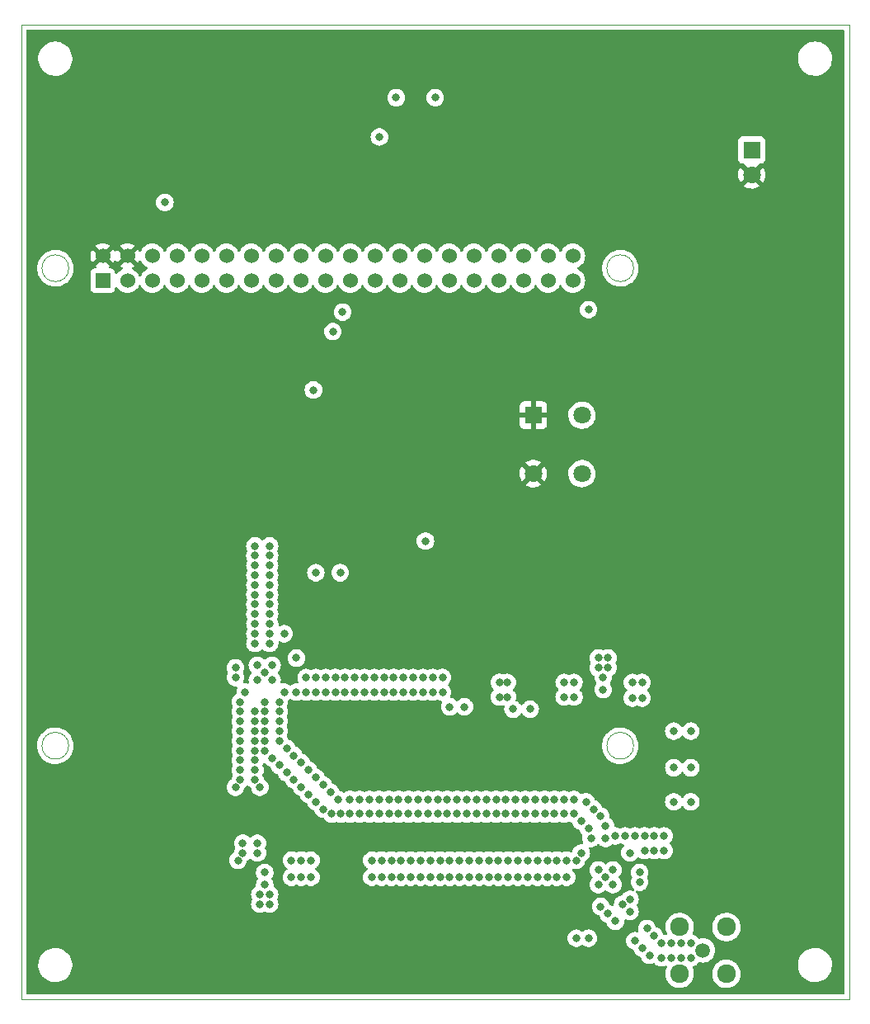
<source format=gbr>
%TF.GenerationSoftware,KiCad,Pcbnew,(6.0.7)*%
%TF.CreationDate,2022-11-16T16:27:29-06:00*%
%TF.ProjectId,GroundPCB,47726f75-6e64-4504-9342-2e6b69636164,1*%
%TF.SameCoordinates,Original*%
%TF.FileFunction,Copper,L3,Inr*%
%TF.FilePolarity,Positive*%
%FSLAX46Y46*%
G04 Gerber Fmt 4.6, Leading zero omitted, Abs format (unit mm)*
G04 Created by KiCad (PCBNEW (6.0.7)) date 2022-11-16 16:27:29*
%MOMM*%
%LPD*%
G01*
G04 APERTURE LIST*
%TA.AperFunction,Profile*%
%ADD10C,0.100000*%
%TD*%
%TA.AperFunction,Profile*%
%ADD11C,0.120000*%
%TD*%
%TA.AperFunction,ComponentPad*%
%ADD12R,1.800000X1.800000*%
%TD*%
%TA.AperFunction,ComponentPad*%
%ADD13C,1.800000*%
%TD*%
%TA.AperFunction,ComponentPad*%
%ADD14R,1.524000X1.524000*%
%TD*%
%TA.AperFunction,ComponentPad*%
%ADD15C,1.524000*%
%TD*%
%TA.AperFunction,ComponentPad*%
%ADD16C,1.508000*%
%TD*%
%TA.AperFunction,ComponentPad*%
%ADD17C,1.920000*%
%TD*%
%TA.AperFunction,ViaPad*%
%ADD18C,0.800000*%
%TD*%
G04 APERTURE END LIST*
D10*
X100000000Y-50000000D02*
X185000000Y-50000000D01*
X185000000Y-50000000D02*
X185000000Y-150000000D01*
X185000000Y-150000000D02*
X100000000Y-150000000D01*
X100000000Y-150000000D02*
X100000000Y-50000000D01*
D11*
%TO.C,A1*%
X162875000Y-75000000D02*
G75*
G03*
X162875000Y-75000000I-1375000J0D01*
G01*
X162875000Y-124000000D02*
G75*
G03*
X162875000Y-124000000I-1375000J0D01*
G01*
X104875000Y-124000000D02*
G75*
G03*
X104875000Y-124000000I-1375000J0D01*
G01*
X104875000Y-75000000D02*
G75*
G03*
X104875000Y-75000000I-1375000J0D01*
G01*
%TD*%
D12*
%TO.N,+5V*%
%TO.C,SW1*%
X152577500Y-90077500D03*
D13*
%TO.N,Net-(C8-Pad1)*%
X157577500Y-90077500D03*
%TO.N,+5V*%
X152577500Y-96077500D03*
%TO.N,Net-(C8-Pad1)*%
X157577500Y-96077500D03*
%TD*%
D14*
%TO.N,unconnected-(A1-Pad1)*%
%TO.C,A1*%
X108370000Y-76270000D03*
D15*
%TO.N,+5V*%
X108370000Y-73730000D03*
%TO.N,SDA*%
X110910000Y-76270000D03*
%TO.N,+5V*%
X110910000Y-73730000D03*
%TO.N,SCL*%
X113450000Y-76270000D03*
%TO.N,GND*%
X113450000Y-73730000D03*
%TO.N,unconnected-(A1-Pad7)*%
X115990000Y-76270000D03*
%TO.N,unconnected-(A1-Pad8)*%
X115990000Y-73730000D03*
%TO.N,GND*%
X118530000Y-76270000D03*
%TO.N,unconnected-(A1-Pad10)*%
X118530000Y-73730000D03*
%TO.N,RST-RTC*%
X121070000Y-76270000D03*
%TO.N,unconnected-(A1-Pad12)*%
X121070000Y-73730000D03*
%TO.N,unconnected-(A1-Pad13)*%
X123610000Y-76270000D03*
%TO.N,GND*%
X123610000Y-73730000D03*
%TO.N,unconnected-(A1-Pad15)*%
X126150000Y-76270000D03*
%TO.N,RST-TRX*%
X126150000Y-73730000D03*
%TO.N,+3.3V*%
X128690000Y-76270000D03*
%TO.N,DIO0*%
X128690000Y-73730000D03*
%TO.N,MOSI*%
X131230000Y-76270000D03*
%TO.N,GND*%
X131230000Y-73730000D03*
%TO.N,MISO*%
X133770000Y-76270000D03*
%TO.N,unconnected-(A1-Pad22)*%
X133770000Y-73730000D03*
%TO.N,SCLK*%
X136310000Y-76270000D03*
%TO.N,unconnected-(A1-Pad24)*%
X136310000Y-73730000D03*
%TO.N,GND*%
X138850000Y-76270000D03*
%TO.N,CS*%
X138850000Y-73730000D03*
%TO.N,unconnected-(A1-Pad27)*%
X141390000Y-76270000D03*
%TO.N,unconnected-(A1-Pad28)*%
X141390000Y-73730000D03*
%TO.N,unconnected-(A1-Pad29)*%
X143930000Y-76270000D03*
%TO.N,GND*%
X143930000Y-73730000D03*
%TO.N,CTRL1A*%
X146470000Y-76270000D03*
%TO.N,unconnected-(A1-Pad32)*%
X146470000Y-73730000D03*
%TO.N,CTRL1B*%
X149010000Y-76270000D03*
%TO.N,GND*%
X149010000Y-73730000D03*
%TO.N,CTRL2A*%
X151550000Y-76270000D03*
%TO.N,BUT1*%
X151550000Y-73730000D03*
%TO.N,CTRL2B*%
X154090000Y-76270000D03*
%TO.N,BUT2*%
X154090000Y-73730000D03*
%TO.N,GND*%
X156630000Y-76270000D03*
%TO.N,BUT3*%
X156630000Y-73730000D03*
%TD*%
D16*
%TO.N,Net-(IC2-Pad22)*%
%TO.C,J1*%
X170000000Y-145000000D03*
D17*
%TO.N,GND*%
X167600000Y-142600000D03*
X167600000Y-147400000D03*
X172400000Y-147400000D03*
X172400000Y-142600000D03*
%TD*%
D12*
%TO.N,Net-(D1-Pad1)*%
%TO.C,D1*%
X175000000Y-62881250D03*
D13*
%TO.N,+5V*%
X175000000Y-65421250D03*
%TD*%
D18*
%TO.N,CTRL1A*%
X128250000Y-115000000D03*
%TO.N,CTRL1B*%
X157000000Y-143750000D03*
X158250000Y-79250000D03*
%TO.N,GND*%
X124000000Y-105500000D03*
X128000000Y-125000000D03*
X125500000Y-108500000D03*
X122750000Y-135000000D03*
X124000000Y-110500000D03*
X126500000Y-121500000D03*
X166000000Y-133250000D03*
X147000000Y-135750000D03*
X159500000Y-131250000D03*
X134250000Y-117000000D03*
X130250000Y-129750000D03*
X131250000Y-118500000D03*
X122000000Y-117000000D03*
X159250000Y-116000000D03*
X148750000Y-131000000D03*
X124000000Y-113500000D03*
X139250000Y-117000000D03*
X124000000Y-112500000D03*
X136750000Y-129500000D03*
X152750000Y-129500000D03*
X137250000Y-117000000D03*
X154750000Y-129500000D03*
X155750000Y-119000000D03*
X149900000Y-119000000D03*
X134750000Y-131000000D03*
X147750000Y-131000000D03*
X147000000Y-137500000D03*
X145000000Y-137500000D03*
X136000000Y-137500000D03*
X136000000Y-135750000D03*
X159250000Y-115000000D03*
X155750000Y-131000000D03*
X122500000Y-123500000D03*
X165000000Y-133250000D03*
X163750000Y-117500000D03*
X149000000Y-137500000D03*
X156750000Y-119000000D03*
X145000000Y-135750000D03*
X125000000Y-116500000D03*
X126500000Y-120500000D03*
X147750000Y-129500000D03*
X139000000Y-137500000D03*
X129250000Y-118500000D03*
X125000000Y-119500000D03*
X138750000Y-131000000D03*
X163000000Y-144000000D03*
X153750000Y-131000000D03*
X125500000Y-113500000D03*
X165750000Y-145750000D03*
X168750000Y-126250000D03*
X129250000Y-117000000D03*
X149900000Y-117500000D03*
X129750000Y-137500000D03*
X125500000Y-139250000D03*
X166750000Y-145750000D03*
X162750000Y-117500000D03*
X130250000Y-117000000D03*
X141250000Y-117000000D03*
X148750000Y-129500000D03*
X128750000Y-137500000D03*
X127250000Y-124250000D03*
X125750000Y-115750000D03*
X122000000Y-128250000D03*
X167750000Y-145750000D03*
X124500000Y-140250000D03*
X144750000Y-131000000D03*
X151750000Y-129500000D03*
X125000000Y-120500000D03*
X152250000Y-120250000D03*
X124000000Y-120500000D03*
X150750000Y-131000000D03*
X124000000Y-125500000D03*
X153750000Y-129500000D03*
X124000000Y-127500000D03*
X149100000Y-117500000D03*
X124000000Y-109500000D03*
X161000000Y-142000000D03*
X153000000Y-137500000D03*
X136250000Y-117000000D03*
X150000000Y-135750000D03*
X158750000Y-130500000D03*
X162500000Y-135000000D03*
X141750000Y-129500000D03*
X125500000Y-105500000D03*
X142250000Y-117000000D03*
X146000000Y-137500000D03*
X156000000Y-135750000D03*
X142000000Y-137500000D03*
X137750000Y-131000000D03*
X128000000Y-127500000D03*
X163000000Y-133250000D03*
X142750000Y-129500000D03*
X156750000Y-129500000D03*
X145500000Y-120000000D03*
X124000000Y-106500000D03*
X136750000Y-131000000D03*
X127250000Y-126750000D03*
X141000000Y-135750000D03*
X135250000Y-117000000D03*
X156000000Y-137500000D03*
X148000000Y-135750000D03*
X148000000Y-137500000D03*
X132250000Y-118500000D03*
X156750000Y-117500000D03*
X124250000Y-135000000D03*
X161000000Y-133250000D03*
X143000000Y-135750000D03*
X155000000Y-135750000D03*
X144000000Y-137500000D03*
X124000000Y-124500000D03*
X138000000Y-135750000D03*
X137000000Y-135750000D03*
X123000000Y-118500000D03*
X167000000Y-129750000D03*
X158000000Y-129750000D03*
X168750000Y-144250000D03*
X124250000Y-134000000D03*
X125000000Y-124500000D03*
X140750000Y-129500000D03*
X139250000Y-118500000D03*
X127000000Y-118500000D03*
X157000000Y-135750000D03*
X144000000Y-120000000D03*
X143250000Y-118500000D03*
X128750000Y-135750000D03*
X135250000Y-118500000D03*
X145750000Y-129500000D03*
X125000000Y-138250000D03*
X137000000Y-137500000D03*
X137250000Y-118500000D03*
X164250000Y-142750000D03*
X154000000Y-135750000D03*
X159250000Y-138250000D03*
X161750000Y-140250000D03*
X158500000Y-133500000D03*
X158250000Y-132500000D03*
X125500000Y-104500000D03*
X125500000Y-109500000D03*
X138250000Y-118500000D03*
X160000000Y-132250000D03*
X152000000Y-137500000D03*
X125000000Y-123500000D03*
X125750000Y-117250000D03*
X168750000Y-122500000D03*
X154000000Y-137500000D03*
X142000000Y-135750000D03*
X162500000Y-139750000D03*
X140250000Y-118500000D03*
X126500000Y-123500000D03*
X135750000Y-129500000D03*
X125500000Y-112500000D03*
X140000000Y-135750000D03*
X129750000Y-135750000D03*
X132500000Y-129500000D03*
X160750000Y-138250000D03*
X124000000Y-108500000D03*
X134750000Y-129500000D03*
X125750000Y-125250000D03*
X157500000Y-131750000D03*
X159250000Y-136750000D03*
X125500000Y-140250000D03*
X131750000Y-128750000D03*
X145750000Y-131000000D03*
X142250000Y-118500000D03*
X168750000Y-129750000D03*
X122750000Y-134000000D03*
X160250000Y-115000000D03*
X163500000Y-137000000D03*
X151000000Y-137500000D03*
X153000000Y-135750000D03*
X155750000Y-117500000D03*
X157500000Y-135000000D03*
X164000000Y-134750000D03*
X140000000Y-137500000D03*
X126500000Y-122500000D03*
X132825000Y-131000000D03*
X162500000Y-141000000D03*
X125500000Y-111500000D03*
X155000000Y-137500000D03*
X124500000Y-128250000D03*
X128250000Y-118500000D03*
X122500000Y-124500000D03*
X165000000Y-143500000D03*
X122500000Y-126500000D03*
X124000000Y-111500000D03*
X155750000Y-129500000D03*
X140750000Y-131000000D03*
X146750000Y-131000000D03*
X134250000Y-118500000D03*
X122250000Y-135750000D03*
X159500000Y-140500000D03*
X164500000Y-145500000D03*
X159750000Y-117000000D03*
X131900000Y-131000000D03*
X130250000Y-118500000D03*
X128750000Y-125750000D03*
X131250000Y-117000000D03*
X133750000Y-129500000D03*
X133250000Y-117000000D03*
X142750000Y-131000000D03*
X122500000Y-120500000D03*
X146750000Y-129500000D03*
X122000000Y-116000000D03*
X126500000Y-126000000D03*
X137750000Y-129500000D03*
X122500000Y-122500000D03*
X136250000Y-118500000D03*
X138000000Y-137500000D03*
X126500000Y-119500000D03*
X150000000Y-137500000D03*
X124000000Y-121500000D03*
X160000000Y-133500000D03*
X122500000Y-125500000D03*
X124000000Y-122500000D03*
X141750000Y-131000000D03*
X130250000Y-127250000D03*
X149750000Y-131000000D03*
X125500000Y-110500000D03*
X129500000Y-129000000D03*
X127750000Y-135750000D03*
X167750000Y-144250000D03*
X166000000Y-134750000D03*
X144000000Y-135750000D03*
X149000000Y-135750000D03*
X133750000Y-131000000D03*
X122500000Y-127500000D03*
X143000000Y-137500000D03*
X165000000Y-134750000D03*
X167000000Y-126250000D03*
X151750000Y-131000000D03*
X146000000Y-135750000D03*
X124000000Y-103500000D03*
X124000000Y-126500000D03*
X140250000Y-117000000D03*
X131000000Y-128000000D03*
X135750000Y-131000000D03*
X139750000Y-131000000D03*
X122500000Y-119500000D03*
X128750000Y-128250000D03*
X163750000Y-119100000D03*
X138750000Y-129500000D03*
X143250000Y-117000000D03*
X139000000Y-135750000D03*
X125500000Y-106500000D03*
X151000000Y-135750000D03*
X143750000Y-131000000D03*
X152000000Y-135750000D03*
X141000000Y-137500000D03*
X124250000Y-117250000D03*
X125000000Y-121500000D03*
X150500000Y-120250000D03*
X125000000Y-137000000D03*
X152750000Y-131000000D03*
X160250000Y-141250000D03*
X163750000Y-144750000D03*
X160250000Y-116000000D03*
X164000000Y-133250000D03*
X133250000Y-118500000D03*
X132250000Y-117000000D03*
X160000000Y-137500000D03*
X124250000Y-115750000D03*
X124000000Y-123500000D03*
X163500000Y-138000000D03*
X149750000Y-129500000D03*
X143750000Y-129500000D03*
X165750000Y-144250000D03*
X125500000Y-103500000D03*
X156750000Y-131000000D03*
X166750000Y-144250000D03*
X124000000Y-107500000D03*
X150750000Y-129500000D03*
X127750000Y-137500000D03*
X162000000Y-133250000D03*
X125500000Y-107500000D03*
X154750000Y-131000000D03*
X141250000Y-118500000D03*
X139750000Y-129500000D03*
X125000000Y-122500000D03*
X159750000Y-118250000D03*
X167000000Y-122500000D03*
X144750000Y-129500000D03*
X129500000Y-126500000D03*
X162750000Y-119100000D03*
X138250000Y-117000000D03*
X149100000Y-119000000D03*
X168750000Y-145750000D03*
X131000000Y-130500000D03*
X124000000Y-104500000D03*
X124500000Y-139250000D03*
X122500000Y-121500000D03*
X160750000Y-136750000D03*
%TO.N,CTRL2A*%
X130250000Y-106250000D03*
X132750000Y-106250000D03*
X127000000Y-112500000D03*
%TO.N,CTRL2B*%
X158250000Y-143750000D03*
%TO.N,+3.3V*%
X141500000Y-103000000D03*
%TO.N,+5V*%
X142525000Y-54500000D03*
X119250000Y-56500000D03*
X130000000Y-109500000D03*
X118000000Y-128250000D03*
X175000000Y-67500000D03*
X148000000Y-142025000D03*
%TO.N,SDA*%
X142500000Y-57500000D03*
%TO.N,SCL*%
X138500000Y-57500000D03*
X114750000Y-68250000D03*
%TO.N,SCLK*%
X133000000Y-79500000D03*
%TO.N,CS*%
X132000000Y-81500000D03*
%TO.N,Net-(BT1-PadP)*%
X136775000Y-61525000D03*
%TO.N,DIO0*%
X130000000Y-87500000D03*
%TD*%
%TA.AperFunction,Conductor*%
%TO.N,+5V*%
G36*
X184441621Y-50520502D02*
G01*
X184488114Y-50574158D01*
X184499500Y-50626500D01*
X184499500Y-149373500D01*
X184479498Y-149441621D01*
X184425842Y-149488114D01*
X184373500Y-149499500D01*
X100626500Y-149499500D01*
X100558379Y-149479498D01*
X100511886Y-149425842D01*
X100500500Y-149373500D01*
X100500500Y-146607165D01*
X101747866Y-146607165D01*
X101782952Y-146864970D01*
X101855758Y-147114757D01*
X101857718Y-147119010D01*
X101857719Y-147119011D01*
X101860661Y-147125392D01*
X101964686Y-147351039D01*
X101967246Y-147354944D01*
X101967249Y-147354949D01*
X102104775Y-147564712D01*
X102104779Y-147564717D01*
X102107341Y-147568625D01*
X102143387Y-147609011D01*
X102233254Y-147709698D01*
X102280591Y-147762735D01*
X102480629Y-147929105D01*
X102703061Y-148064080D01*
X102707375Y-148065889D01*
X102707377Y-148065890D01*
X102938686Y-148162886D01*
X102938691Y-148162888D01*
X102943001Y-148164695D01*
X102947533Y-148165846D01*
X102947536Y-148165847D01*
X103072815Y-148197663D01*
X103195177Y-148228739D01*
X103411286Y-148250500D01*
X103566044Y-148250500D01*
X103568369Y-148250327D01*
X103568375Y-148250327D01*
X103754814Y-148236472D01*
X103754818Y-148236471D01*
X103759466Y-148236126D01*
X104013232Y-148178705D01*
X104017586Y-148177012D01*
X104251370Y-148086098D01*
X104251372Y-148086097D01*
X104255723Y-148084405D01*
X104291285Y-148064080D01*
X104339038Y-148036786D01*
X104481612Y-147955299D01*
X104685936Y-147794223D01*
X104864208Y-147604714D01*
X105012511Y-147390937D01*
X105025699Y-147364195D01*
X105125521Y-147161775D01*
X105125522Y-147161772D01*
X105127586Y-147157587D01*
X105206906Y-146909792D01*
X105248728Y-146652994D01*
X105252134Y-146392835D01*
X105217048Y-146135030D01*
X105144242Y-145885243D01*
X105035314Y-145648961D01*
X105032751Y-145645051D01*
X104895225Y-145435288D01*
X104895221Y-145435283D01*
X104892659Y-145431375D01*
X104719409Y-145237265D01*
X104519371Y-145070895D01*
X104296939Y-144935920D01*
X104292623Y-144934110D01*
X104061314Y-144837114D01*
X104061309Y-144837112D01*
X104056999Y-144835305D01*
X104052467Y-144834154D01*
X104052464Y-144834153D01*
X103866020Y-144786803D01*
X103804823Y-144771261D01*
X103588714Y-144749500D01*
X103433956Y-144749500D01*
X103431631Y-144749673D01*
X103431625Y-144749673D01*
X103245186Y-144763528D01*
X103245182Y-144763529D01*
X103240534Y-144763874D01*
X102986768Y-144821295D01*
X102982416Y-144822987D01*
X102982414Y-144822988D01*
X102748630Y-144913902D01*
X102748628Y-144913903D01*
X102744277Y-144915595D01*
X102740223Y-144917912D01*
X102740221Y-144917913D01*
X102704628Y-144938256D01*
X102518388Y-145044701D01*
X102314064Y-145205777D01*
X102135792Y-145395286D01*
X101987489Y-145609063D01*
X101985423Y-145613253D01*
X101985421Y-145613256D01*
X101890891Y-145804946D01*
X101872414Y-145842413D01*
X101870992Y-145846856D01*
X101870991Y-145846858D01*
X101862301Y-145874007D01*
X101793094Y-146090208D01*
X101792344Y-146094814D01*
X101758886Y-146300257D01*
X101751272Y-146347006D01*
X101751211Y-146351683D01*
X101748150Y-146585503D01*
X101747866Y-146607165D01*
X100500500Y-146607165D01*
X100500500Y-143750000D01*
X156094540Y-143750000D01*
X156095230Y-143756565D01*
X156112580Y-143921640D01*
X156114326Y-143938256D01*
X156172821Y-144118284D01*
X156267467Y-144282216D01*
X156394129Y-144422888D01*
X156547270Y-144534151D01*
X156720197Y-144611144D01*
X156818212Y-144631978D01*
X156898897Y-144649128D01*
X156898901Y-144649128D01*
X156905354Y-144650500D01*
X157094646Y-144650500D01*
X157101099Y-144649128D01*
X157101103Y-144649128D01*
X157181788Y-144631978D01*
X157279803Y-144611144D01*
X157452730Y-144534151D01*
X157550940Y-144462798D01*
X157617807Y-144438939D01*
X157686958Y-144455020D01*
X157699058Y-144462796D01*
X157797270Y-144534151D01*
X157970197Y-144611144D01*
X158068212Y-144631978D01*
X158148897Y-144649128D01*
X158148901Y-144649128D01*
X158155354Y-144650500D01*
X158344646Y-144650500D01*
X158351099Y-144649128D01*
X158351103Y-144649128D01*
X158431788Y-144631978D01*
X158529803Y-144611144D01*
X158702730Y-144534151D01*
X158855871Y-144422888D01*
X158982533Y-144282216D01*
X159077179Y-144118284D01*
X159115612Y-144000000D01*
X162094540Y-144000000D01*
X162114326Y-144188256D01*
X162172821Y-144368284D01*
X162176124Y-144374006D01*
X162176125Y-144374007D01*
X162206586Y-144426767D01*
X162267467Y-144532216D01*
X162271885Y-144537123D01*
X162271886Y-144537124D01*
X162373971Y-144650500D01*
X162394129Y-144672888D01*
X162547270Y-144784151D01*
X162720197Y-144861144D01*
X162776948Y-144873207D01*
X162839420Y-144906934D01*
X162870584Y-144957516D01*
X162922821Y-145118284D01*
X163017467Y-145282216D01*
X163144129Y-145422888D01*
X163297270Y-145534151D01*
X163470197Y-145611144D01*
X163526948Y-145623207D01*
X163589420Y-145656934D01*
X163620584Y-145707516D01*
X163672821Y-145868284D01*
X163676124Y-145874006D01*
X163676125Y-145874007D01*
X163733631Y-145973610D01*
X163767467Y-146032216D01*
X163771885Y-146037123D01*
X163771886Y-146037124D01*
X163882435Y-146159900D01*
X163894129Y-146172888D01*
X164047270Y-146284151D01*
X164220197Y-146361144D01*
X164318212Y-146381978D01*
X164398897Y-146399128D01*
X164398901Y-146399128D01*
X164405354Y-146400500D01*
X164594646Y-146400500D01*
X164601099Y-146399128D01*
X164601103Y-146399128D01*
X164681788Y-146381978D01*
X164779803Y-146361144D01*
X164916557Y-146300257D01*
X164986921Y-146290822D01*
X165051219Y-146320928D01*
X165061433Y-146331045D01*
X165144129Y-146422888D01*
X165149468Y-146426767D01*
X165253021Y-146502002D01*
X165297270Y-146534151D01*
X165470197Y-146611144D01*
X165568212Y-146631978D01*
X165648897Y-146649128D01*
X165648901Y-146649128D01*
X165655354Y-146650500D01*
X165844646Y-146650500D01*
X165851099Y-146649128D01*
X165851103Y-146649128D01*
X165931788Y-146631978D01*
X166029803Y-146611144D01*
X166133821Y-146564832D01*
X166204185Y-146555397D01*
X166268482Y-146585503D01*
X166306296Y-146645591D01*
X166305621Y-146716585D01*
X166299356Y-146732988D01*
X166236009Y-146869458D01*
X166224634Y-146893964D01*
X166160453Y-147125392D01*
X166134932Y-147364195D01*
X166135229Y-147369347D01*
X166135229Y-147369351D01*
X166140931Y-147468237D01*
X166148757Y-147603959D01*
X166149894Y-147609005D01*
X166149895Y-147609011D01*
X166172586Y-147709698D01*
X166201556Y-147838246D01*
X166203498Y-147843028D01*
X166203499Y-147843032D01*
X166247912Y-147952407D01*
X166291911Y-148060763D01*
X166417396Y-148265536D01*
X166574640Y-148447063D01*
X166759421Y-148600471D01*
X166763873Y-148603073D01*
X166763878Y-148603076D01*
X166863154Y-148661088D01*
X166966776Y-148721640D01*
X167191137Y-148807315D01*
X167196205Y-148808346D01*
X167196208Y-148808347D01*
X167312307Y-148831968D01*
X167426478Y-148855196D01*
X167431651Y-148855386D01*
X167431654Y-148855386D01*
X167661316Y-148863807D01*
X167661320Y-148863807D01*
X167666480Y-148863996D01*
X167671600Y-148863340D01*
X167671602Y-148863340D01*
X167745248Y-148853906D01*
X167904696Y-148833480D01*
X167909645Y-148831995D01*
X167909651Y-148831994D01*
X168129779Y-148765952D01*
X168129778Y-148765952D01*
X168134729Y-148764467D01*
X168237930Y-148713909D01*
X168345752Y-148661088D01*
X168345756Y-148661085D01*
X168350401Y-148658810D01*
X168432190Y-148600471D01*
X168541718Y-148522345D01*
X168545921Y-148519347D01*
X168716038Y-148349823D01*
X168856183Y-148154791D01*
X168962592Y-147939488D01*
X169017355Y-147759243D01*
X169030904Y-147714650D01*
X169030905Y-147714644D01*
X169032408Y-147709698D01*
X169050980Y-147568625D01*
X169063318Y-147474912D01*
X169063318Y-147474906D01*
X169063755Y-147471590D01*
X169065505Y-147400000D01*
X169062561Y-147364195D01*
X170934932Y-147364195D01*
X170935229Y-147369347D01*
X170935229Y-147369351D01*
X170940931Y-147468237D01*
X170948757Y-147603959D01*
X170949894Y-147609005D01*
X170949895Y-147609011D01*
X170972586Y-147709698D01*
X171001556Y-147838246D01*
X171003498Y-147843028D01*
X171003499Y-147843032D01*
X171047912Y-147952407D01*
X171091911Y-148060763D01*
X171217396Y-148265536D01*
X171374640Y-148447063D01*
X171559421Y-148600471D01*
X171563873Y-148603073D01*
X171563878Y-148603076D01*
X171663154Y-148661088D01*
X171766776Y-148721640D01*
X171991137Y-148807315D01*
X171996205Y-148808346D01*
X171996208Y-148808347D01*
X172112307Y-148831968D01*
X172226478Y-148855196D01*
X172231651Y-148855386D01*
X172231654Y-148855386D01*
X172461316Y-148863807D01*
X172461320Y-148863807D01*
X172466480Y-148863996D01*
X172471600Y-148863340D01*
X172471602Y-148863340D01*
X172545248Y-148853906D01*
X172704696Y-148833480D01*
X172709645Y-148831995D01*
X172709651Y-148831994D01*
X172929779Y-148765952D01*
X172929778Y-148765952D01*
X172934729Y-148764467D01*
X173037930Y-148713909D01*
X173145752Y-148661088D01*
X173145756Y-148661085D01*
X173150401Y-148658810D01*
X173232190Y-148600471D01*
X173341718Y-148522345D01*
X173345921Y-148519347D01*
X173516038Y-148349823D01*
X173656183Y-148154791D01*
X173762592Y-147939488D01*
X173817355Y-147759243D01*
X173830904Y-147714650D01*
X173830905Y-147714644D01*
X173832408Y-147709698D01*
X173850980Y-147568625D01*
X173863318Y-147474912D01*
X173863318Y-147474906D01*
X173863755Y-147471590D01*
X173865505Y-147400000D01*
X173857735Y-147305495D01*
X173846250Y-147165796D01*
X173846249Y-147165790D01*
X173845826Y-147160645D01*
X173787319Y-146927718D01*
X173691555Y-146707474D01*
X173688749Y-146703136D01*
X173626662Y-146607165D01*
X179747866Y-146607165D01*
X179782952Y-146864970D01*
X179855758Y-147114757D01*
X179857718Y-147119010D01*
X179857719Y-147119011D01*
X179860661Y-147125392D01*
X179964686Y-147351039D01*
X179967246Y-147354944D01*
X179967249Y-147354949D01*
X180104775Y-147564712D01*
X180104779Y-147564717D01*
X180107341Y-147568625D01*
X180143387Y-147609011D01*
X180233254Y-147709698D01*
X180280591Y-147762735D01*
X180480629Y-147929105D01*
X180703061Y-148064080D01*
X180707375Y-148065889D01*
X180707377Y-148065890D01*
X180938686Y-148162886D01*
X180938691Y-148162888D01*
X180943001Y-148164695D01*
X180947533Y-148165846D01*
X180947536Y-148165847D01*
X181072815Y-148197663D01*
X181195177Y-148228739D01*
X181411286Y-148250500D01*
X181566044Y-148250500D01*
X181568369Y-148250327D01*
X181568375Y-148250327D01*
X181754814Y-148236472D01*
X181754818Y-148236471D01*
X181759466Y-148236126D01*
X182013232Y-148178705D01*
X182017586Y-148177012D01*
X182251370Y-148086098D01*
X182251372Y-148086097D01*
X182255723Y-148084405D01*
X182291285Y-148064080D01*
X182339038Y-148036786D01*
X182481612Y-147955299D01*
X182685936Y-147794223D01*
X182864208Y-147604714D01*
X183012511Y-147390937D01*
X183025699Y-147364195D01*
X183125521Y-147161775D01*
X183125522Y-147161772D01*
X183127586Y-147157587D01*
X183206906Y-146909792D01*
X183248728Y-146652994D01*
X183252134Y-146392835D01*
X183217048Y-146135030D01*
X183144242Y-145885243D01*
X183035314Y-145648961D01*
X183032751Y-145645051D01*
X182895225Y-145435288D01*
X182895221Y-145435283D01*
X182892659Y-145431375D01*
X182719409Y-145237265D01*
X182519371Y-145070895D01*
X182296939Y-144935920D01*
X182292623Y-144934110D01*
X182061314Y-144837114D01*
X182061309Y-144837112D01*
X182056999Y-144835305D01*
X182052467Y-144834154D01*
X182052464Y-144834153D01*
X181866020Y-144786803D01*
X181804823Y-144771261D01*
X181588714Y-144749500D01*
X181433956Y-144749500D01*
X181431631Y-144749673D01*
X181431625Y-144749673D01*
X181245186Y-144763528D01*
X181245182Y-144763529D01*
X181240534Y-144763874D01*
X180986768Y-144821295D01*
X180982416Y-144822987D01*
X180982414Y-144822988D01*
X180748630Y-144913902D01*
X180748628Y-144913903D01*
X180744277Y-144915595D01*
X180740223Y-144917912D01*
X180740221Y-144917913D01*
X180704628Y-144938256D01*
X180518388Y-145044701D01*
X180314064Y-145205777D01*
X180135792Y-145395286D01*
X179987489Y-145609063D01*
X179985423Y-145613253D01*
X179985421Y-145613256D01*
X179890891Y-145804946D01*
X179872414Y-145842413D01*
X179870992Y-145846856D01*
X179870991Y-145846858D01*
X179862301Y-145874007D01*
X179793094Y-146090208D01*
X179792344Y-146094814D01*
X179758886Y-146300257D01*
X179751272Y-146347006D01*
X179751211Y-146351683D01*
X179748150Y-146585503D01*
X179747866Y-146607165D01*
X173626662Y-146607165D01*
X173563915Y-146510173D01*
X173563911Y-146510167D01*
X173561104Y-146505829D01*
X173555625Y-146499807D01*
X173464014Y-146399128D01*
X173399472Y-146328197D01*
X173395421Y-146324998D01*
X173395417Y-146324994D01*
X173215056Y-146182555D01*
X173210998Y-146179350D01*
X173000744Y-146063283D01*
X172878236Y-146019901D01*
X172779232Y-145984841D01*
X172779228Y-145984840D01*
X172774357Y-145983115D01*
X172769264Y-145982208D01*
X172769261Y-145982207D01*
X172543005Y-145941905D01*
X172542999Y-145941904D01*
X172537916Y-145940999D01*
X172450572Y-145939932D01*
X172302942Y-145938128D01*
X172302940Y-145938128D01*
X172297772Y-145938065D01*
X172060372Y-145974392D01*
X171832094Y-146049005D01*
X171619067Y-146159900D01*
X171614934Y-146163003D01*
X171614931Y-146163005D01*
X171431148Y-146300993D01*
X171427013Y-146304098D01*
X171261089Y-146477728D01*
X171258175Y-146482000D01*
X171258174Y-146482001D01*
X171208107Y-146555397D01*
X171125751Y-146676126D01*
X171123575Y-146680815D01*
X171123571Y-146680821D01*
X171036009Y-146869458D01*
X171024634Y-146893964D01*
X170960453Y-147125392D01*
X170934932Y-147364195D01*
X169062561Y-147364195D01*
X169057735Y-147305495D01*
X169046250Y-147165796D01*
X169046249Y-147165790D01*
X169045826Y-147160645D01*
X168987319Y-146927718D01*
X168926403Y-146787619D01*
X168917584Y-146717172D01*
X168948250Y-146653140D01*
X169008667Y-146615853D01*
X169015754Y-146614131D01*
X169023335Y-146612519D01*
X169023337Y-146612518D01*
X169029803Y-146611144D01*
X169202730Y-146534151D01*
X169246980Y-146502002D01*
X169350532Y-146426767D01*
X169355871Y-146422888D01*
X169376030Y-146400500D01*
X169478114Y-146287124D01*
X169478115Y-146287123D01*
X169482533Y-146282216D01*
X169495251Y-146260188D01*
X169546634Y-146211196D01*
X169616347Y-146197761D01*
X169636981Y-146201484D01*
X169776005Y-146238736D01*
X169776014Y-146238738D01*
X169781326Y-146240161D01*
X170000000Y-146259292D01*
X170218674Y-146240161D01*
X170430703Y-146183347D01*
X170534320Y-146135030D01*
X170624659Y-146092905D01*
X170624664Y-146092902D01*
X170629646Y-146090579D01*
X170668629Y-146063283D01*
X170804946Y-145967833D01*
X170804949Y-145967831D01*
X170809457Y-145964674D01*
X170964674Y-145809457D01*
X171074082Y-145653207D01*
X171087422Y-145634155D01*
X171087423Y-145634153D01*
X171090579Y-145629646D01*
X171092902Y-145624664D01*
X171092905Y-145624659D01*
X171181022Y-145435688D01*
X171183347Y-145430703D01*
X171240161Y-145218674D01*
X171259292Y-145000000D01*
X171240161Y-144781326D01*
X171183347Y-144569297D01*
X171130059Y-144455020D01*
X171092905Y-144375341D01*
X171092902Y-144375336D01*
X171090579Y-144370354D01*
X171028864Y-144282216D01*
X170967833Y-144195054D01*
X170967831Y-144195051D01*
X170964674Y-144190543D01*
X170809457Y-144035326D01*
X170804949Y-144032169D01*
X170804946Y-144032167D01*
X170634155Y-143912578D01*
X170634153Y-143912577D01*
X170629646Y-143909421D01*
X170624664Y-143907098D01*
X170624659Y-143907095D01*
X170514672Y-143855808D01*
X170430703Y-143816653D01*
X170218674Y-143759839D01*
X170000000Y-143740708D01*
X169781326Y-143759839D01*
X169776014Y-143761262D01*
X169776005Y-143761264D01*
X169636981Y-143798516D01*
X169566004Y-143796827D01*
X169507208Y-143757034D01*
X169495250Y-143739811D01*
X169482533Y-143717784D01*
X169455946Y-143688256D01*
X169360286Y-143582015D01*
X169360284Y-143582014D01*
X169355871Y-143577112D01*
X169202730Y-143465849D01*
X169029803Y-143388856D01*
X169020021Y-143386777D01*
X169016057Y-143385934D01*
X168953583Y-143352207D01*
X168919261Y-143290058D01*
X168923987Y-143219219D01*
X168929288Y-143206874D01*
X168962592Y-143139488D01*
X169016164Y-142963163D01*
X169030904Y-142914650D01*
X169030905Y-142914644D01*
X169032408Y-142909698D01*
X169054297Y-142743435D01*
X169063318Y-142674912D01*
X169063318Y-142674906D01*
X169063755Y-142671590D01*
X169063843Y-142667985D01*
X169065423Y-142603364D01*
X169065423Y-142603360D01*
X169065505Y-142600000D01*
X169062561Y-142564195D01*
X170934932Y-142564195D01*
X170935229Y-142569347D01*
X170935229Y-142569351D01*
X170943900Y-142719730D01*
X170948757Y-142803959D01*
X170949894Y-142809005D01*
X170949895Y-142809011D01*
X170972586Y-142909698D01*
X171001556Y-143038246D01*
X171003498Y-143043028D01*
X171003499Y-143043032D01*
X171089967Y-143255976D01*
X171091911Y-143260763D01*
X171217396Y-143465536D01*
X171374640Y-143647063D01*
X171559421Y-143800471D01*
X171563873Y-143803073D01*
X171563878Y-143803076D01*
X171710673Y-143888856D01*
X171766776Y-143921640D01*
X171991137Y-144007315D01*
X171996205Y-144008346D01*
X171996208Y-144008347D01*
X172112307Y-144031968D01*
X172226478Y-144055196D01*
X172231651Y-144055386D01*
X172231654Y-144055386D01*
X172461316Y-144063807D01*
X172461320Y-144063807D01*
X172466480Y-144063996D01*
X172471600Y-144063340D01*
X172471602Y-144063340D01*
X172545248Y-144053906D01*
X172704696Y-144033480D01*
X172709645Y-144031995D01*
X172709651Y-144031994D01*
X172929779Y-143965952D01*
X172929778Y-143965952D01*
X172934729Y-143964467D01*
X173040647Y-143912578D01*
X173145752Y-143861088D01*
X173145756Y-143861085D01*
X173150401Y-143858810D01*
X173206244Y-143818978D01*
X173341718Y-143722345D01*
X173345921Y-143719347D01*
X173516038Y-143549823D01*
X173656183Y-143354791D01*
X173762592Y-143139488D01*
X173816164Y-142963163D01*
X173830904Y-142914650D01*
X173830905Y-142914644D01*
X173832408Y-142909698D01*
X173854297Y-142743435D01*
X173863318Y-142674912D01*
X173863318Y-142674906D01*
X173863755Y-142671590D01*
X173863843Y-142667985D01*
X173865423Y-142603364D01*
X173865423Y-142603360D01*
X173865505Y-142600000D01*
X173857735Y-142505495D01*
X173846250Y-142365796D01*
X173846249Y-142365790D01*
X173845826Y-142360645D01*
X173787319Y-142127718D01*
X173728932Y-141993435D01*
X173693615Y-141912211D01*
X173693613Y-141912208D01*
X173691555Y-141907474D01*
X173688749Y-141903136D01*
X173563915Y-141710173D01*
X173563911Y-141710167D01*
X173561104Y-141705829D01*
X173399472Y-141528197D01*
X173395421Y-141524998D01*
X173395417Y-141524994D01*
X173215056Y-141382555D01*
X173210998Y-141379350D01*
X173000744Y-141263283D01*
X172866795Y-141215849D01*
X172779232Y-141184841D01*
X172779228Y-141184840D01*
X172774357Y-141183115D01*
X172769264Y-141182208D01*
X172769261Y-141182207D01*
X172543005Y-141141905D01*
X172542999Y-141141904D01*
X172537916Y-141140999D01*
X172450572Y-141139932D01*
X172302942Y-141138128D01*
X172302940Y-141138128D01*
X172297772Y-141138065D01*
X172060372Y-141174392D01*
X171832094Y-141249005D01*
X171619067Y-141359900D01*
X171614934Y-141363003D01*
X171614931Y-141363005D01*
X171556423Y-141406934D01*
X171427013Y-141504098D01*
X171261089Y-141677728D01*
X171258175Y-141682000D01*
X171258174Y-141682001D01*
X171193715Y-141776495D01*
X171125751Y-141876126D01*
X171123575Y-141880815D01*
X171123571Y-141880821D01*
X171026813Y-142089269D01*
X171024634Y-142093964D01*
X170960453Y-142325392D01*
X170934932Y-142564195D01*
X169062561Y-142564195D01*
X169057735Y-142505495D01*
X169046250Y-142365796D01*
X169046249Y-142365790D01*
X169045826Y-142360645D01*
X168987319Y-142127718D01*
X168928932Y-141993435D01*
X168893615Y-141912211D01*
X168893613Y-141912208D01*
X168891555Y-141907474D01*
X168888749Y-141903136D01*
X168763915Y-141710173D01*
X168763911Y-141710167D01*
X168761104Y-141705829D01*
X168599472Y-141528197D01*
X168595421Y-141524998D01*
X168595417Y-141524994D01*
X168415056Y-141382555D01*
X168410998Y-141379350D01*
X168200744Y-141263283D01*
X168066795Y-141215849D01*
X167979232Y-141184841D01*
X167979228Y-141184840D01*
X167974357Y-141183115D01*
X167969264Y-141182208D01*
X167969261Y-141182207D01*
X167743005Y-141141905D01*
X167742999Y-141141904D01*
X167737916Y-141140999D01*
X167650572Y-141139932D01*
X167502942Y-141138128D01*
X167502940Y-141138128D01*
X167497772Y-141138065D01*
X167260372Y-141174392D01*
X167032094Y-141249005D01*
X166819067Y-141359900D01*
X166814934Y-141363003D01*
X166814931Y-141363005D01*
X166756423Y-141406934D01*
X166627013Y-141504098D01*
X166461089Y-141677728D01*
X166458175Y-141682000D01*
X166458174Y-141682001D01*
X166393715Y-141776495D01*
X166325751Y-141876126D01*
X166323575Y-141880815D01*
X166323571Y-141880821D01*
X166226813Y-142089269D01*
X166224634Y-142093964D01*
X166160453Y-142325392D01*
X166134932Y-142564195D01*
X166135229Y-142569347D01*
X166135229Y-142569351D01*
X166143900Y-142719730D01*
X166148757Y-142803959D01*
X166149894Y-142809005D01*
X166149895Y-142809011D01*
X166172586Y-142909698D01*
X166201556Y-143038246D01*
X166203498Y-143043028D01*
X166203499Y-143043032D01*
X166289967Y-143255976D01*
X166291911Y-143260763D01*
X166292705Y-143262059D01*
X166305373Y-143330839D01*
X166278443Y-143396529D01*
X166220273Y-143437232D01*
X166149331Y-143440025D01*
X166128798Y-143432932D01*
X166108202Y-143423762D01*
X166029803Y-143388856D01*
X165973052Y-143376793D01*
X165910580Y-143343066D01*
X165879416Y-143292484D01*
X165829220Y-143137998D01*
X165827179Y-143131716D01*
X165795654Y-143077112D01*
X165735836Y-142973505D01*
X165732533Y-142967784D01*
X165705946Y-142938256D01*
X165610286Y-142832015D01*
X165610284Y-142832014D01*
X165605871Y-142827112D01*
X165452730Y-142715849D01*
X165279803Y-142638856D01*
X165223052Y-142626793D01*
X165160580Y-142593066D01*
X165129416Y-142542484D01*
X165079220Y-142387998D01*
X165077179Y-142381716D01*
X165065796Y-142361999D01*
X164985836Y-142223505D01*
X164982533Y-142217784D01*
X164955946Y-142188256D01*
X164860286Y-142082015D01*
X164860284Y-142082014D01*
X164855871Y-142077112D01*
X164702730Y-141965849D01*
X164529803Y-141888856D01*
X164405887Y-141862517D01*
X164351103Y-141850872D01*
X164351099Y-141850872D01*
X164344646Y-141849500D01*
X164155354Y-141849500D01*
X164148901Y-141850872D01*
X164148897Y-141850872D01*
X164094113Y-141862517D01*
X163970197Y-141888856D01*
X163797270Y-141965849D01*
X163644129Y-142077112D01*
X163639716Y-142082014D01*
X163639714Y-142082015D01*
X163544054Y-142188256D01*
X163517467Y-142217784D01*
X163514164Y-142223505D01*
X163434205Y-142361999D01*
X163422821Y-142381716D01*
X163364326Y-142561744D01*
X163363636Y-142568305D01*
X163363636Y-142568307D01*
X163357489Y-142626794D01*
X163344540Y-142750000D01*
X163345230Y-142756565D01*
X163361325Y-142909698D01*
X163364326Y-142938256D01*
X163373172Y-142965481D01*
X163375200Y-143036446D01*
X163338538Y-143097244D01*
X163274826Y-143128570D01*
X163227144Y-143127663D01*
X163173461Y-143116253D01*
X163101103Y-143100872D01*
X163101099Y-143100872D01*
X163094646Y-143099500D01*
X162905354Y-143099500D01*
X162898901Y-143100872D01*
X162898897Y-143100872D01*
X162818212Y-143118022D01*
X162720197Y-143138856D01*
X162547270Y-143215849D01*
X162541929Y-143219729D01*
X162541928Y-143219730D01*
X162415281Y-143311744D01*
X162394129Y-143327112D01*
X162389716Y-143332014D01*
X162389714Y-143332015D01*
X162271886Y-143462876D01*
X162267467Y-143467784D01*
X162264164Y-143473505D01*
X162204347Y-143577112D01*
X162172821Y-143631716D01*
X162114326Y-143811744D01*
X162113636Y-143818305D01*
X162113636Y-143818307D01*
X162102776Y-143921640D01*
X162094540Y-144000000D01*
X159115612Y-144000000D01*
X159135674Y-143938256D01*
X159137421Y-143921640D01*
X159154770Y-143756565D01*
X159155460Y-143750000D01*
X159135674Y-143561744D01*
X159077179Y-143381716D01*
X159054865Y-143343066D01*
X158985836Y-143223505D01*
X158982533Y-143217784D01*
X158910693Y-143137998D01*
X158860286Y-143082015D01*
X158860284Y-143082014D01*
X158855871Y-143077112D01*
X158702730Y-142965849D01*
X158529803Y-142888856D01*
X158405887Y-142862517D01*
X158351103Y-142850872D01*
X158351099Y-142850872D01*
X158344646Y-142849500D01*
X158155354Y-142849500D01*
X158148901Y-142850872D01*
X158148897Y-142850872D01*
X158094113Y-142862517D01*
X157970197Y-142888856D01*
X157797270Y-142965849D01*
X157699061Y-143037202D01*
X157632193Y-143061061D01*
X157563042Y-143044980D01*
X157550939Y-143037202D01*
X157452730Y-142965849D01*
X157279803Y-142888856D01*
X157155887Y-142862517D01*
X157101103Y-142850872D01*
X157101099Y-142850872D01*
X157094646Y-142849500D01*
X156905354Y-142849500D01*
X156898901Y-142850872D01*
X156898897Y-142850872D01*
X156844113Y-142862517D01*
X156720197Y-142888856D01*
X156547270Y-142965849D01*
X156394129Y-143077112D01*
X156389716Y-143082014D01*
X156389714Y-143082015D01*
X156339307Y-143137998D01*
X156267467Y-143217784D01*
X156264164Y-143223505D01*
X156195136Y-143343066D01*
X156172821Y-143381716D01*
X156114326Y-143561744D01*
X156094540Y-143750000D01*
X100500500Y-143750000D01*
X100500500Y-140250000D01*
X123594540Y-140250000D01*
X123595230Y-140256565D01*
X123609812Y-140395303D01*
X123614326Y-140438256D01*
X123672821Y-140618284D01*
X123676124Y-140624006D01*
X123676125Y-140624007D01*
X123709430Y-140681693D01*
X123767467Y-140782216D01*
X123771885Y-140787123D01*
X123771886Y-140787124D01*
X123799964Y-140818307D01*
X123894129Y-140922888D01*
X124047270Y-141034151D01*
X124220197Y-141111144D01*
X124318212Y-141131978D01*
X124398897Y-141149128D01*
X124398901Y-141149128D01*
X124405354Y-141150500D01*
X124594646Y-141150500D01*
X124601099Y-141149128D01*
X124601103Y-141149128D01*
X124681788Y-141131978D01*
X124779803Y-141111144D01*
X124948753Y-141035922D01*
X125019118Y-141026488D01*
X125051245Y-141035921D01*
X125220197Y-141111144D01*
X125318212Y-141131978D01*
X125398897Y-141149128D01*
X125398901Y-141149128D01*
X125405354Y-141150500D01*
X125594646Y-141150500D01*
X125601099Y-141149128D01*
X125601103Y-141149128D01*
X125681788Y-141131978D01*
X125779803Y-141111144D01*
X125952730Y-141034151D01*
X126105871Y-140922888D01*
X126200037Y-140818307D01*
X126228114Y-140787124D01*
X126228115Y-140787123D01*
X126232533Y-140782216D01*
X126290570Y-140681693D01*
X126323875Y-140624007D01*
X126323876Y-140624006D01*
X126327179Y-140618284D01*
X126365612Y-140500000D01*
X158594540Y-140500000D01*
X158595230Y-140506565D01*
X158608384Y-140631716D01*
X158614326Y-140688256D01*
X158672821Y-140868284D01*
X158676124Y-140874006D01*
X158676125Y-140874007D01*
X158706586Y-140926767D01*
X158767467Y-141032216D01*
X158771885Y-141037123D01*
X158771886Y-141037124D01*
X158873971Y-141150500D01*
X158894129Y-141172888D01*
X158899468Y-141176767D01*
X159021993Y-141265786D01*
X159047270Y-141284151D01*
X159220197Y-141361144D01*
X159276948Y-141373207D01*
X159339420Y-141406934D01*
X159370584Y-141457516D01*
X159422821Y-141618284D01*
X159426124Y-141624006D01*
X159426125Y-141624007D01*
X159473365Y-141705829D01*
X159517467Y-141782216D01*
X159521885Y-141787123D01*
X159521886Y-141787124D01*
X159623971Y-141900500D01*
X159644129Y-141922888D01*
X159797270Y-142034151D01*
X159970197Y-142111144D01*
X160026948Y-142123207D01*
X160089420Y-142156934D01*
X160120584Y-142207516D01*
X160172821Y-142368284D01*
X160176124Y-142374006D01*
X160176125Y-142374007D01*
X160257232Y-142514488D01*
X160267467Y-142532216D01*
X160271885Y-142537123D01*
X160271886Y-142537124D01*
X160365907Y-142641544D01*
X160394129Y-142672888D01*
X160547270Y-142784151D01*
X160720197Y-142861144D01*
X160818212Y-142881978D01*
X160898897Y-142899128D01*
X160898901Y-142899128D01*
X160905354Y-142900500D01*
X161094646Y-142900500D01*
X161101099Y-142899128D01*
X161101103Y-142899128D01*
X161181788Y-142881978D01*
X161279803Y-142861144D01*
X161452730Y-142784151D01*
X161605871Y-142672888D01*
X161634094Y-142641544D01*
X161728114Y-142537124D01*
X161728115Y-142537123D01*
X161732533Y-142532216D01*
X161742768Y-142514488D01*
X161823875Y-142374007D01*
X161823876Y-142374006D01*
X161827179Y-142368284D01*
X161885674Y-142188256D01*
X161890671Y-142140717D01*
X161904770Y-142006565D01*
X161905460Y-142000000D01*
X161897510Y-141924359D01*
X161910282Y-141854521D01*
X161958784Y-141802674D01*
X162027617Y-141785280D01*
X162074065Y-141796081D01*
X162220197Y-141861144D01*
X162312771Y-141880821D01*
X162398897Y-141899128D01*
X162398901Y-141899128D01*
X162405354Y-141900500D01*
X162594646Y-141900500D01*
X162601099Y-141899128D01*
X162601103Y-141899128D01*
X162687229Y-141880821D01*
X162779803Y-141861144D01*
X162952730Y-141784151D01*
X163105871Y-141672888D01*
X163226219Y-141539229D01*
X163228114Y-141537124D01*
X163228115Y-141537123D01*
X163232533Y-141532216D01*
X163286781Y-141438256D01*
X163323875Y-141374007D01*
X163323876Y-141374006D01*
X163327179Y-141368284D01*
X163385674Y-141188256D01*
X163387214Y-141173610D01*
X163404770Y-141006565D01*
X163405460Y-141000000D01*
X163392218Y-140874007D01*
X163386364Y-140818307D01*
X163386364Y-140818305D01*
X163385674Y-140811744D01*
X163327179Y-140631716D01*
X163315796Y-140611999D01*
X163251133Y-140500000D01*
X163232533Y-140467784D01*
X163224903Y-140459310D01*
X163194185Y-140395303D01*
X163202950Y-140324849D01*
X163224903Y-140290690D01*
X163228114Y-140287124D01*
X163228115Y-140287123D01*
X163232533Y-140282216D01*
X163290895Y-140181130D01*
X163323875Y-140124007D01*
X163323876Y-140124006D01*
X163327179Y-140118284D01*
X163385674Y-139938256D01*
X163391617Y-139881716D01*
X163404770Y-139756565D01*
X163405460Y-139750000D01*
X163392218Y-139624007D01*
X163386364Y-139568307D01*
X163386364Y-139568305D01*
X163385674Y-139561744D01*
X163327179Y-139381716D01*
X163303771Y-139341171D01*
X163235836Y-139223505D01*
X163235835Y-139223504D01*
X163232533Y-139217784D01*
X163105871Y-139077112D01*
X163103078Y-139075083D01*
X163066452Y-139015633D01*
X163067803Y-138944649D01*
X163107317Y-138885664D01*
X163172447Y-138857406D01*
X163220026Y-138861950D01*
X163220197Y-138861144D01*
X163398897Y-138899128D01*
X163398901Y-138899128D01*
X163405354Y-138900500D01*
X163594646Y-138900500D01*
X163601099Y-138899128D01*
X163601103Y-138899128D01*
X163681788Y-138881978D01*
X163779803Y-138861144D01*
X163952730Y-138784151D01*
X164036203Y-138723505D01*
X164100532Y-138676767D01*
X164105871Y-138672888D01*
X164110291Y-138667980D01*
X164228114Y-138537124D01*
X164228115Y-138537123D01*
X164232533Y-138532216D01*
X164327179Y-138368284D01*
X164385674Y-138188256D01*
X164405460Y-138000000D01*
X164392218Y-137874007D01*
X164386364Y-137818307D01*
X164386364Y-137818305D01*
X164385674Y-137811744D01*
X164327179Y-137631716D01*
X164295654Y-137577112D01*
X164287506Y-137563000D01*
X164270768Y-137494004D01*
X164287506Y-137437000D01*
X164323875Y-137374007D01*
X164323876Y-137374006D01*
X164327179Y-137368284D01*
X164385674Y-137188256D01*
X164391617Y-137131716D01*
X164404770Y-137006565D01*
X164405460Y-137000000D01*
X164385674Y-136811744D01*
X164327179Y-136631716D01*
X164316095Y-136612517D01*
X164235836Y-136473505D01*
X164232533Y-136467784D01*
X164195601Y-136426767D01*
X164110286Y-136332015D01*
X164110284Y-136332014D01*
X164105871Y-136327112D01*
X164044077Y-136282216D01*
X163958072Y-136219730D01*
X163958071Y-136219729D01*
X163952730Y-136215849D01*
X163779803Y-136138856D01*
X163653450Y-136111999D01*
X163601103Y-136100872D01*
X163601099Y-136100872D01*
X163594646Y-136099500D01*
X163405354Y-136099500D01*
X163398901Y-136100872D01*
X163398897Y-136100872D01*
X163346550Y-136111999D01*
X163220197Y-136138856D01*
X163047270Y-136215849D01*
X163041929Y-136219729D01*
X163041928Y-136219730D01*
X162955923Y-136282216D01*
X162894129Y-136327112D01*
X162889716Y-136332014D01*
X162889714Y-136332015D01*
X162804399Y-136426767D01*
X162767467Y-136467784D01*
X162764164Y-136473505D01*
X162683906Y-136612517D01*
X162672821Y-136631716D01*
X162614326Y-136811744D01*
X162594540Y-137000000D01*
X162595230Y-137006565D01*
X162608384Y-137131716D01*
X162614326Y-137188256D01*
X162672821Y-137368284D01*
X162676124Y-137374006D01*
X162676125Y-137374007D01*
X162712494Y-137437000D01*
X162729232Y-137505996D01*
X162712494Y-137563000D01*
X162704347Y-137577112D01*
X162672821Y-137631716D01*
X162614326Y-137811744D01*
X162613636Y-137818305D01*
X162613636Y-137818307D01*
X162607782Y-137874007D01*
X162594540Y-138000000D01*
X162614326Y-138188256D01*
X162672821Y-138368284D01*
X162767467Y-138532216D01*
X162894129Y-138672888D01*
X162896922Y-138674917D01*
X162933548Y-138734367D01*
X162932197Y-138805351D01*
X162892683Y-138864336D01*
X162827553Y-138892594D01*
X162779974Y-138888050D01*
X162779803Y-138888856D01*
X162601103Y-138850872D01*
X162601099Y-138850872D01*
X162594646Y-138849500D01*
X162405354Y-138849500D01*
X162398901Y-138850872D01*
X162398897Y-138850872D01*
X162323916Y-138866810D01*
X162220197Y-138888856D01*
X162047270Y-138965849D01*
X161894129Y-139077112D01*
X161889716Y-139082014D01*
X161889714Y-139082015D01*
X161863486Y-139111144D01*
X161767467Y-139217784D01*
X161764167Y-139223500D01*
X161764164Y-139223504D01*
X161724516Y-139292178D01*
X161673134Y-139341171D01*
X161641593Y-139352425D01*
X161476660Y-139387482D01*
X161476658Y-139387483D01*
X161470197Y-139388856D01*
X161297270Y-139465849D01*
X161144129Y-139577112D01*
X161139716Y-139582014D01*
X161139714Y-139582015D01*
X161088534Y-139638856D01*
X161017467Y-139717784D01*
X161014164Y-139723505D01*
X160954347Y-139827112D01*
X160922821Y-139881716D01*
X160864326Y-140061744D01*
X160863636Y-140068305D01*
X160863636Y-140068307D01*
X160856311Y-140138001D01*
X160844540Y-140250000D01*
X160845230Y-140256565D01*
X160852490Y-140325641D01*
X160839718Y-140395479D01*
X160791216Y-140447326D01*
X160722383Y-140464720D01*
X160675935Y-140453919D01*
X160529803Y-140388856D01*
X160473052Y-140376793D01*
X160410580Y-140343066D01*
X160379416Y-140292484D01*
X160329220Y-140137998D01*
X160327179Y-140131716D01*
X160315796Y-140111999D01*
X160235836Y-139973505D01*
X160232533Y-139967784D01*
X160205946Y-139938256D01*
X160110286Y-139832015D01*
X160110284Y-139832014D01*
X160105871Y-139827112D01*
X159952730Y-139715849D01*
X159779803Y-139638856D01*
X159653450Y-139611999D01*
X159601103Y-139600872D01*
X159601099Y-139600872D01*
X159594646Y-139599500D01*
X159405354Y-139599500D01*
X159398901Y-139600872D01*
X159398897Y-139600872D01*
X159346550Y-139611999D01*
X159220197Y-139638856D01*
X159047270Y-139715849D01*
X158894129Y-139827112D01*
X158889716Y-139832014D01*
X158889714Y-139832015D01*
X158794054Y-139938256D01*
X158767467Y-139967784D01*
X158764164Y-139973505D01*
X158684205Y-140111999D01*
X158672821Y-140131716D01*
X158614326Y-140311744D01*
X158613636Y-140318305D01*
X158613636Y-140318307D01*
X158607678Y-140375000D01*
X158594540Y-140500000D01*
X126365612Y-140500000D01*
X126385674Y-140438256D01*
X126390189Y-140395303D01*
X126404770Y-140256565D01*
X126405460Y-140250000D01*
X126393689Y-140138001D01*
X126386364Y-140068307D01*
X126386364Y-140068305D01*
X126385674Y-140061744D01*
X126327179Y-139881716D01*
X126295654Y-139827112D01*
X126287506Y-139813000D01*
X126270768Y-139744004D01*
X126287506Y-139687000D01*
X126323875Y-139624007D01*
X126323876Y-139624006D01*
X126327179Y-139618284D01*
X126385674Y-139438256D01*
X126390584Y-139391545D01*
X126404770Y-139256565D01*
X126405460Y-139250000D01*
X126401558Y-139212876D01*
X126386364Y-139068307D01*
X126386364Y-139068305D01*
X126385674Y-139061744D01*
X126327179Y-138881716D01*
X126316095Y-138862517D01*
X126235836Y-138723505D01*
X126232533Y-138717784D01*
X126195601Y-138676767D01*
X126110286Y-138582015D01*
X126110284Y-138582014D01*
X126105871Y-138577112D01*
X125952730Y-138465849D01*
X125953339Y-138465010D01*
X125908563Y-138418044D01*
X125895250Y-138347145D01*
X125904770Y-138256565D01*
X125905460Y-138250000D01*
X125885674Y-138061744D01*
X125827179Y-137881716D01*
X125815796Y-137861999D01*
X125735834Y-137723502D01*
X125732533Y-137717784D01*
X125724903Y-137709310D01*
X125694185Y-137645303D01*
X125702950Y-137574849D01*
X125724903Y-137540690D01*
X125728114Y-137537124D01*
X125728115Y-137537123D01*
X125732533Y-137532216D01*
X125751133Y-137500000D01*
X126844540Y-137500000D01*
X126845230Y-137506565D01*
X126862949Y-137675151D01*
X126864326Y-137688256D01*
X126922821Y-137868284D01*
X126926124Y-137874006D01*
X126926125Y-137874007D01*
X126995077Y-137993435D01*
X127017467Y-138032216D01*
X127021885Y-138037123D01*
X127021886Y-138037124D01*
X127049964Y-138068307D01*
X127144129Y-138172888D01*
X127297270Y-138284151D01*
X127470197Y-138361144D01*
X127568212Y-138381978D01*
X127648897Y-138399128D01*
X127648901Y-138399128D01*
X127655354Y-138400500D01*
X127844646Y-138400500D01*
X127851099Y-138399128D01*
X127851103Y-138399128D01*
X127931788Y-138381978D01*
X128029803Y-138361144D01*
X128198753Y-138285922D01*
X128269118Y-138276488D01*
X128301245Y-138285921D01*
X128470197Y-138361144D01*
X128568212Y-138381978D01*
X128648897Y-138399128D01*
X128648901Y-138399128D01*
X128655354Y-138400500D01*
X128844646Y-138400500D01*
X128851099Y-138399128D01*
X128851103Y-138399128D01*
X128931788Y-138381978D01*
X129029803Y-138361144D01*
X129198753Y-138285922D01*
X129269118Y-138276488D01*
X129301245Y-138285921D01*
X129470197Y-138361144D01*
X129568212Y-138381978D01*
X129648897Y-138399128D01*
X129648901Y-138399128D01*
X129655354Y-138400500D01*
X129844646Y-138400500D01*
X129851099Y-138399128D01*
X129851103Y-138399128D01*
X129931788Y-138381978D01*
X130029803Y-138361144D01*
X130202730Y-138284151D01*
X130355871Y-138172888D01*
X130450037Y-138068307D01*
X130478114Y-138037124D01*
X130478115Y-138037123D01*
X130482533Y-138032216D01*
X130504923Y-137993435D01*
X130573875Y-137874007D01*
X130573876Y-137874006D01*
X130577179Y-137868284D01*
X130635674Y-137688256D01*
X130637052Y-137675151D01*
X130654770Y-137506565D01*
X130655460Y-137500000D01*
X130642218Y-137374007D01*
X130636364Y-137318307D01*
X130636364Y-137318305D01*
X130635674Y-137311744D01*
X130577179Y-137131716D01*
X130565796Y-137111999D01*
X130485836Y-136973505D01*
X130482533Y-136967784D01*
X130455946Y-136938256D01*
X130360286Y-136832015D01*
X130360284Y-136832014D01*
X130355871Y-136827112D01*
X130217990Y-136726936D01*
X130174636Y-136670714D01*
X130168561Y-136599978D01*
X130201692Y-136537186D01*
X130217990Y-136523064D01*
X130350532Y-136426767D01*
X130355871Y-136422888D01*
X130387284Y-136388001D01*
X130478114Y-136287124D01*
X130478115Y-136287123D01*
X130482533Y-136282216D01*
X130565302Y-136138856D01*
X130573875Y-136124007D01*
X130573876Y-136124006D01*
X130577179Y-136118284D01*
X130635674Y-135938256D01*
X130639787Y-135899128D01*
X130654770Y-135756565D01*
X130655460Y-135750000D01*
X130646840Y-135667985D01*
X130636364Y-135568307D01*
X130636364Y-135568305D01*
X130635674Y-135561744D01*
X130577179Y-135381716D01*
X130565796Y-135361999D01*
X130485836Y-135223505D01*
X130482533Y-135217784D01*
X130455946Y-135188256D01*
X130360286Y-135082015D01*
X130360284Y-135082014D01*
X130355871Y-135077112D01*
X130202730Y-134965849D01*
X130029803Y-134888856D01*
X129931788Y-134868022D01*
X129851103Y-134850872D01*
X129851099Y-134850872D01*
X129844646Y-134849500D01*
X129655354Y-134849500D01*
X129648901Y-134850872D01*
X129648897Y-134850872D01*
X129568212Y-134868022D01*
X129470197Y-134888856D01*
X129301247Y-134964078D01*
X129230882Y-134973512D01*
X129198755Y-134964079D01*
X129029803Y-134888856D01*
X128931788Y-134868022D01*
X128851103Y-134850872D01*
X128851099Y-134850872D01*
X128844646Y-134849500D01*
X128655354Y-134849500D01*
X128648901Y-134850872D01*
X128648897Y-134850872D01*
X128568212Y-134868022D01*
X128470197Y-134888856D01*
X128301247Y-134964078D01*
X128230882Y-134973512D01*
X128198755Y-134964079D01*
X128029803Y-134888856D01*
X127931788Y-134868022D01*
X127851103Y-134850872D01*
X127851099Y-134850872D01*
X127844646Y-134849500D01*
X127655354Y-134849500D01*
X127648901Y-134850872D01*
X127648897Y-134850872D01*
X127568212Y-134868022D01*
X127470197Y-134888856D01*
X127297270Y-134965849D01*
X127144129Y-135077112D01*
X127139716Y-135082014D01*
X127139714Y-135082015D01*
X127044054Y-135188256D01*
X127017467Y-135217784D01*
X127014164Y-135223505D01*
X126934205Y-135361999D01*
X126922821Y-135381716D01*
X126864326Y-135561744D01*
X126863636Y-135568305D01*
X126863636Y-135568307D01*
X126853160Y-135667985D01*
X126844540Y-135750000D01*
X126845230Y-135756565D01*
X126860214Y-135899128D01*
X126864326Y-135938256D01*
X126922821Y-136118284D01*
X126926124Y-136124006D01*
X126926125Y-136124007D01*
X126934698Y-136138856D01*
X127017467Y-136282216D01*
X127021885Y-136287123D01*
X127021886Y-136287124D01*
X127112717Y-136388001D01*
X127144129Y-136422888D01*
X127149468Y-136426767D01*
X127282010Y-136523064D01*
X127325364Y-136579286D01*
X127331439Y-136650022D01*
X127298308Y-136712814D01*
X127282010Y-136726936D01*
X127144129Y-136827112D01*
X127139716Y-136832014D01*
X127139714Y-136832015D01*
X127044054Y-136938256D01*
X127017467Y-136967784D01*
X127014164Y-136973505D01*
X126934205Y-137111999D01*
X126922821Y-137131716D01*
X126864326Y-137311744D01*
X126863636Y-137318305D01*
X126863636Y-137318307D01*
X126857782Y-137374007D01*
X126844540Y-137500000D01*
X125751133Y-137500000D01*
X125827179Y-137368284D01*
X125885674Y-137188256D01*
X125891617Y-137131716D01*
X125904770Y-137006565D01*
X125905460Y-137000000D01*
X125885674Y-136811744D01*
X125827179Y-136631716D01*
X125816095Y-136612517D01*
X125735836Y-136473505D01*
X125732533Y-136467784D01*
X125695601Y-136426767D01*
X125610286Y-136332015D01*
X125610284Y-136332014D01*
X125605871Y-136327112D01*
X125544077Y-136282216D01*
X125458072Y-136219730D01*
X125458071Y-136219729D01*
X125452730Y-136215849D01*
X125279803Y-136138856D01*
X125153450Y-136111999D01*
X125101103Y-136100872D01*
X125101099Y-136100872D01*
X125094646Y-136099500D01*
X124905354Y-136099500D01*
X124898901Y-136100872D01*
X124898897Y-136100872D01*
X124846550Y-136111999D01*
X124720197Y-136138856D01*
X124547270Y-136215849D01*
X124541929Y-136219729D01*
X124541928Y-136219730D01*
X124455923Y-136282216D01*
X124394129Y-136327112D01*
X124389716Y-136332014D01*
X124389714Y-136332015D01*
X124304399Y-136426767D01*
X124267467Y-136467784D01*
X124264164Y-136473505D01*
X124183906Y-136612517D01*
X124172821Y-136631716D01*
X124114326Y-136811744D01*
X124094540Y-137000000D01*
X124095230Y-137006565D01*
X124108384Y-137131716D01*
X124114326Y-137188256D01*
X124172821Y-137368284D01*
X124267467Y-137532216D01*
X124271885Y-137537123D01*
X124271886Y-137537124D01*
X124275097Y-137540690D01*
X124305815Y-137604697D01*
X124297050Y-137675151D01*
X124275097Y-137709310D01*
X124267467Y-137717784D01*
X124264166Y-137723502D01*
X124184205Y-137861999D01*
X124172821Y-137881716D01*
X124114326Y-138061744D01*
X124094540Y-138250000D01*
X124095230Y-138256565D01*
X124104750Y-138347145D01*
X124091978Y-138416983D01*
X124046643Y-138464987D01*
X124047270Y-138465849D01*
X123894129Y-138577112D01*
X123889716Y-138582014D01*
X123889714Y-138582015D01*
X123804399Y-138676767D01*
X123767467Y-138717784D01*
X123764164Y-138723505D01*
X123683906Y-138862517D01*
X123672821Y-138881716D01*
X123614326Y-139061744D01*
X123613636Y-139068305D01*
X123613636Y-139068307D01*
X123598442Y-139212876D01*
X123594540Y-139250000D01*
X123595230Y-139256565D01*
X123609417Y-139391545D01*
X123614326Y-139438256D01*
X123672821Y-139618284D01*
X123676124Y-139624006D01*
X123676125Y-139624007D01*
X123712494Y-139687000D01*
X123729232Y-139755996D01*
X123712494Y-139813000D01*
X123704347Y-139827112D01*
X123672821Y-139881716D01*
X123614326Y-140061744D01*
X123613636Y-140068305D01*
X123613636Y-140068307D01*
X123606311Y-140138001D01*
X123594540Y-140250000D01*
X100500500Y-140250000D01*
X100500500Y-135750000D01*
X121344540Y-135750000D01*
X121345230Y-135756565D01*
X121360214Y-135899128D01*
X121364326Y-135938256D01*
X121422821Y-136118284D01*
X121426124Y-136124006D01*
X121426125Y-136124007D01*
X121434698Y-136138856D01*
X121517467Y-136282216D01*
X121521885Y-136287123D01*
X121521886Y-136287124D01*
X121612717Y-136388001D01*
X121644129Y-136422888D01*
X121649468Y-136426767D01*
X121713798Y-136473505D01*
X121797270Y-136534151D01*
X121970197Y-136611144D01*
X122068212Y-136631978D01*
X122148897Y-136649128D01*
X122148901Y-136649128D01*
X122155354Y-136650500D01*
X122344646Y-136650500D01*
X122351099Y-136649128D01*
X122351103Y-136649128D01*
X122431788Y-136631978D01*
X122529803Y-136611144D01*
X122702730Y-136534151D01*
X122786203Y-136473505D01*
X122850532Y-136426767D01*
X122855871Y-136422888D01*
X122887284Y-136388001D01*
X122978114Y-136287124D01*
X122978115Y-136287123D01*
X122982533Y-136282216D01*
X123065302Y-136138856D01*
X123073875Y-136124007D01*
X123073876Y-136124006D01*
X123077179Y-136118284D01*
X123135674Y-135938256D01*
X123139787Y-135899128D01*
X123141964Y-135878411D01*
X123168977Y-135812754D01*
X123201850Y-135784543D01*
X123202730Y-135784151D01*
X123355871Y-135672888D01*
X123376030Y-135650500D01*
X123406364Y-135616810D01*
X123466810Y-135579571D01*
X123537794Y-135580923D01*
X123593636Y-135616810D01*
X123623971Y-135650500D01*
X123644129Y-135672888D01*
X123797270Y-135784151D01*
X123970197Y-135861144D01*
X124051433Y-135878411D01*
X124148897Y-135899128D01*
X124148901Y-135899128D01*
X124155354Y-135900500D01*
X124344646Y-135900500D01*
X124351099Y-135899128D01*
X124351103Y-135899128D01*
X124448567Y-135878411D01*
X124529803Y-135861144D01*
X124702730Y-135784151D01*
X124855871Y-135672888D01*
X124876030Y-135650500D01*
X124978114Y-135537124D01*
X124978115Y-135537123D01*
X124982533Y-135532216D01*
X125004786Y-135493673D01*
X125073875Y-135374007D01*
X125073876Y-135374006D01*
X125077179Y-135368284D01*
X125135674Y-135188256D01*
X125155460Y-135000000D01*
X125148971Y-134938256D01*
X125136364Y-134818307D01*
X125136364Y-134818305D01*
X125135674Y-134811744D01*
X125077179Y-134631716D01*
X125037506Y-134563000D01*
X125020768Y-134494004D01*
X125037506Y-134437000D01*
X125073875Y-134374007D01*
X125073876Y-134374006D01*
X125077179Y-134368284D01*
X125135674Y-134188256D01*
X125139787Y-134149128D01*
X125154770Y-134006565D01*
X125155460Y-134000000D01*
X125142218Y-133874004D01*
X125136364Y-133818307D01*
X125136364Y-133818305D01*
X125135674Y-133811744D01*
X125077179Y-133631716D01*
X125065796Y-133611999D01*
X124985836Y-133473505D01*
X124982533Y-133467784D01*
X124955946Y-133438256D01*
X124860286Y-133332015D01*
X124860284Y-133332014D01*
X124855871Y-133327112D01*
X124702730Y-133215849D01*
X124529803Y-133138856D01*
X124431788Y-133118022D01*
X124351103Y-133100872D01*
X124351099Y-133100872D01*
X124344646Y-133099500D01*
X124155354Y-133099500D01*
X124148901Y-133100872D01*
X124148897Y-133100872D01*
X124068212Y-133118022D01*
X123970197Y-133138856D01*
X123797270Y-133215849D01*
X123644129Y-133327112D01*
X123639716Y-133332014D01*
X123639714Y-133332015D01*
X123593636Y-133383190D01*
X123533190Y-133420429D01*
X123462206Y-133419077D01*
X123406364Y-133383190D01*
X123360286Y-133332015D01*
X123360284Y-133332014D01*
X123355871Y-133327112D01*
X123202730Y-133215849D01*
X123029803Y-133138856D01*
X122931788Y-133118022D01*
X122851103Y-133100872D01*
X122851099Y-133100872D01*
X122844646Y-133099500D01*
X122655354Y-133099500D01*
X122648901Y-133100872D01*
X122648897Y-133100872D01*
X122568212Y-133118022D01*
X122470197Y-133138856D01*
X122297270Y-133215849D01*
X122144129Y-133327112D01*
X122139716Y-133332014D01*
X122139714Y-133332015D01*
X122044054Y-133438256D01*
X122017467Y-133467784D01*
X122014164Y-133473505D01*
X121934205Y-133611999D01*
X121922821Y-133631716D01*
X121864326Y-133811744D01*
X121863636Y-133818305D01*
X121863636Y-133818307D01*
X121857782Y-133874004D01*
X121844540Y-134000000D01*
X121845230Y-134006565D01*
X121860214Y-134149128D01*
X121864326Y-134188256D01*
X121922821Y-134368284D01*
X121926124Y-134374006D01*
X121926125Y-134374007D01*
X121962494Y-134437000D01*
X121979232Y-134505996D01*
X121962494Y-134563000D01*
X121922821Y-134631716D01*
X121864326Y-134811744D01*
X121863636Y-134818305D01*
X121863636Y-134818307D01*
X121858036Y-134871589D01*
X121831023Y-134937246D01*
X121798150Y-134965457D01*
X121797270Y-134965849D01*
X121644129Y-135077112D01*
X121639716Y-135082014D01*
X121639714Y-135082015D01*
X121544054Y-135188256D01*
X121517467Y-135217784D01*
X121514164Y-135223505D01*
X121434205Y-135361999D01*
X121422821Y-135381716D01*
X121364326Y-135561744D01*
X121363636Y-135568305D01*
X121363636Y-135568307D01*
X121353160Y-135667985D01*
X121344540Y-135750000D01*
X100500500Y-135750000D01*
X100500500Y-128250000D01*
X121094540Y-128250000D01*
X121095230Y-128256565D01*
X121109330Y-128390717D01*
X121114326Y-128438256D01*
X121172821Y-128618284D01*
X121176124Y-128624006D01*
X121176125Y-128624007D01*
X121227599Y-128713163D01*
X121267467Y-128782216D01*
X121271885Y-128787123D01*
X121271886Y-128787124D01*
X121365908Y-128891545D01*
X121394129Y-128922888D01*
X121547270Y-129034151D01*
X121720197Y-129111144D01*
X121818212Y-129131978D01*
X121898897Y-129149128D01*
X121898901Y-129149128D01*
X121905354Y-129150500D01*
X122094646Y-129150500D01*
X122101099Y-129149128D01*
X122101103Y-129149128D01*
X122181788Y-129131978D01*
X122279803Y-129111144D01*
X122452730Y-129034151D01*
X122605871Y-128922888D01*
X122634093Y-128891545D01*
X122728114Y-128787124D01*
X122728115Y-128787123D01*
X122732533Y-128782216D01*
X122772401Y-128713163D01*
X122823875Y-128624007D01*
X122823876Y-128624006D01*
X122827179Y-128618284D01*
X122885674Y-128438256D01*
X122890671Y-128390717D01*
X122891964Y-128378411D01*
X122918977Y-128312754D01*
X122951850Y-128284543D01*
X122952730Y-128284151D01*
X123105871Y-128172888D01*
X123156364Y-128116810D01*
X123216810Y-128079571D01*
X123287794Y-128080923D01*
X123343636Y-128116810D01*
X123394129Y-128172888D01*
X123547270Y-128284151D01*
X123547386Y-128284202D01*
X123594721Y-128333849D01*
X123608036Y-128378411D01*
X123609330Y-128390717D01*
X123614326Y-128438256D01*
X123672821Y-128618284D01*
X123676124Y-128624006D01*
X123676125Y-128624007D01*
X123727599Y-128713163D01*
X123767467Y-128782216D01*
X123771885Y-128787123D01*
X123771886Y-128787124D01*
X123865908Y-128891545D01*
X123894129Y-128922888D01*
X124047270Y-129034151D01*
X124220197Y-129111144D01*
X124318212Y-129131978D01*
X124398897Y-129149128D01*
X124398901Y-129149128D01*
X124405354Y-129150500D01*
X124594646Y-129150500D01*
X124601099Y-129149128D01*
X124601103Y-129149128D01*
X124681788Y-129131978D01*
X124779803Y-129111144D01*
X124952730Y-129034151D01*
X125105871Y-128922888D01*
X125134093Y-128891545D01*
X125228114Y-128787124D01*
X125228115Y-128787123D01*
X125232533Y-128782216D01*
X125272401Y-128713163D01*
X125323875Y-128624007D01*
X125323876Y-128624006D01*
X125327179Y-128618284D01*
X125385674Y-128438256D01*
X125390671Y-128390717D01*
X125404770Y-128256565D01*
X125405460Y-128250000D01*
X125390866Y-128111144D01*
X125386364Y-128068307D01*
X125386364Y-128068305D01*
X125385674Y-128061744D01*
X125327179Y-127881716D01*
X125304865Y-127843066D01*
X125235836Y-127723505D01*
X125232533Y-127717784D01*
X125228114Y-127712876D01*
X125110286Y-127582015D01*
X125110284Y-127582014D01*
X125105871Y-127577112D01*
X124952730Y-127465849D01*
X124952614Y-127465798D01*
X124905279Y-127416151D01*
X124891964Y-127371589D01*
X124886364Y-127318307D01*
X124886364Y-127318305D01*
X124885674Y-127311744D01*
X124827179Y-127131716D01*
X124816095Y-127112517D01*
X124787506Y-127063000D01*
X124770768Y-126994004D01*
X124787506Y-126937000D01*
X124823875Y-126874007D01*
X124823876Y-126874006D01*
X124827179Y-126868284D01*
X124885674Y-126688256D01*
X124890671Y-126640717D01*
X124904770Y-126506565D01*
X124905460Y-126500000D01*
X124892218Y-126374007D01*
X124886364Y-126318307D01*
X124886364Y-126318305D01*
X124885674Y-126311744D01*
X124827179Y-126131716D01*
X124816095Y-126112517D01*
X124787506Y-126063000D01*
X124770768Y-125994004D01*
X124787506Y-125937000D01*
X124823875Y-125874007D01*
X124823876Y-125874006D01*
X124827179Y-125868284D01*
X124830749Y-125857298D01*
X124870822Y-125798694D01*
X124936219Y-125771057D01*
X125006176Y-125783164D01*
X125044217Y-125811925D01*
X125112717Y-125888001D01*
X125144129Y-125922888D01*
X125149468Y-125926767D01*
X125213798Y-125973505D01*
X125297270Y-126034151D01*
X125470197Y-126111144D01*
X125526948Y-126123207D01*
X125589420Y-126156934D01*
X125620584Y-126207516D01*
X125672821Y-126368284D01*
X125676124Y-126374006D01*
X125676125Y-126374007D01*
X125709430Y-126431693D01*
X125767467Y-126532216D01*
X125771885Y-126537123D01*
X125771886Y-126537124D01*
X125836859Y-126609283D01*
X125894129Y-126672888D01*
X125899468Y-126676767D01*
X125963798Y-126723505D01*
X126047270Y-126784151D01*
X126220197Y-126861144D01*
X126276948Y-126873207D01*
X126339420Y-126906934D01*
X126370584Y-126957516D01*
X126422821Y-127118284D01*
X126426124Y-127124006D01*
X126426125Y-127124007D01*
X126477599Y-127213163D01*
X126517467Y-127282216D01*
X126521885Y-127287123D01*
X126521886Y-127287124D01*
X126586859Y-127359283D01*
X126644129Y-127422888D01*
X126649468Y-127426767D01*
X126713798Y-127473505D01*
X126797270Y-127534151D01*
X126970197Y-127611144D01*
X127026948Y-127623207D01*
X127089420Y-127656934D01*
X127120584Y-127707516D01*
X127172821Y-127868284D01*
X127176124Y-127874006D01*
X127176125Y-127874007D01*
X127227599Y-127963163D01*
X127267467Y-128032216D01*
X127271885Y-128037123D01*
X127271886Y-128037124D01*
X127336859Y-128109283D01*
X127394129Y-128172888D01*
X127399468Y-128176767D01*
X127463798Y-128223505D01*
X127547270Y-128284151D01*
X127720197Y-128361144D01*
X127776948Y-128373207D01*
X127839420Y-128406934D01*
X127870584Y-128457516D01*
X127922821Y-128618284D01*
X127926124Y-128624006D01*
X127926125Y-128624007D01*
X127977599Y-128713163D01*
X128017467Y-128782216D01*
X128021885Y-128787123D01*
X128021886Y-128787124D01*
X128115908Y-128891545D01*
X128144129Y-128922888D01*
X128297270Y-129034151D01*
X128470197Y-129111144D01*
X128526948Y-129123207D01*
X128589420Y-129156934D01*
X128620584Y-129207516D01*
X128672821Y-129368284D01*
X128676124Y-129374006D01*
X128676125Y-129374007D01*
X128757232Y-129514488D01*
X128767467Y-129532216D01*
X128771885Y-129537123D01*
X128771886Y-129537124D01*
X128865907Y-129641544D01*
X128894129Y-129672888D01*
X129047270Y-129784151D01*
X129220197Y-129861144D01*
X129276948Y-129873207D01*
X129339420Y-129906934D01*
X129370584Y-129957516D01*
X129422821Y-130118284D01*
X129517467Y-130282216D01*
X129521885Y-130287123D01*
X129521886Y-130287124D01*
X129615907Y-130391544D01*
X129644129Y-130422888D01*
X129797270Y-130534151D01*
X129970197Y-130611144D01*
X130026948Y-130623207D01*
X130089420Y-130656934D01*
X130120584Y-130707516D01*
X130172821Y-130868284D01*
X130176124Y-130874006D01*
X130176125Y-130874007D01*
X130184698Y-130888856D01*
X130267467Y-131032216D01*
X130271885Y-131037123D01*
X130271886Y-131037124D01*
X130299964Y-131068307D01*
X130394129Y-131172888D01*
X130547270Y-131284151D01*
X130720197Y-131361144D01*
X130818212Y-131381978D01*
X130898897Y-131399128D01*
X130898901Y-131399128D01*
X130905354Y-131400500D01*
X131018675Y-131400500D01*
X131086796Y-131420502D01*
X131127794Y-131463500D01*
X131167467Y-131532216D01*
X131171885Y-131537123D01*
X131171886Y-131537124D01*
X131236859Y-131609283D01*
X131294129Y-131672888D01*
X131299468Y-131676767D01*
X131363798Y-131723505D01*
X131447270Y-131784151D01*
X131620197Y-131861144D01*
X131718212Y-131881978D01*
X131798897Y-131899128D01*
X131798901Y-131899128D01*
X131805354Y-131900500D01*
X131994646Y-131900500D01*
X132001099Y-131899128D01*
X132001103Y-131899128D01*
X132081788Y-131881978D01*
X132179803Y-131861144D01*
X132311254Y-131802618D01*
X132381618Y-131793184D01*
X132413743Y-131802616D01*
X132545197Y-131861144D01*
X132643212Y-131881978D01*
X132723897Y-131899128D01*
X132723901Y-131899128D01*
X132730354Y-131900500D01*
X132919646Y-131900500D01*
X132926099Y-131899128D01*
X132926103Y-131899128D01*
X133006788Y-131881978D01*
X133104803Y-131861144D01*
X133236254Y-131802618D01*
X133306618Y-131793184D01*
X133338743Y-131802616D01*
X133470197Y-131861144D01*
X133568212Y-131881978D01*
X133648897Y-131899128D01*
X133648901Y-131899128D01*
X133655354Y-131900500D01*
X133844646Y-131900500D01*
X133851099Y-131899128D01*
X133851103Y-131899128D01*
X133931788Y-131881978D01*
X134029803Y-131861144D01*
X134198753Y-131785922D01*
X134269118Y-131776488D01*
X134301245Y-131785921D01*
X134470197Y-131861144D01*
X134568212Y-131881978D01*
X134648897Y-131899128D01*
X134648901Y-131899128D01*
X134655354Y-131900500D01*
X134844646Y-131900500D01*
X134851099Y-131899128D01*
X134851103Y-131899128D01*
X134931788Y-131881978D01*
X135029803Y-131861144D01*
X135198753Y-131785922D01*
X135269118Y-131776488D01*
X135301245Y-131785921D01*
X135470197Y-131861144D01*
X135568212Y-131881978D01*
X135648897Y-131899128D01*
X135648901Y-131899128D01*
X135655354Y-131900500D01*
X135844646Y-131900500D01*
X135851099Y-131899128D01*
X135851103Y-131899128D01*
X135931788Y-131881978D01*
X136029803Y-131861144D01*
X136198753Y-131785922D01*
X136269118Y-131776488D01*
X136301245Y-131785921D01*
X136470197Y-131861144D01*
X136568212Y-131881978D01*
X136648897Y-131899128D01*
X136648901Y-131899128D01*
X136655354Y-131900500D01*
X136844646Y-131900500D01*
X136851099Y-131899128D01*
X136851103Y-131899128D01*
X136931788Y-131881978D01*
X137029803Y-131861144D01*
X137198753Y-131785922D01*
X137269118Y-131776488D01*
X137301245Y-131785921D01*
X137470197Y-131861144D01*
X137568212Y-131881978D01*
X137648897Y-131899128D01*
X137648901Y-131899128D01*
X137655354Y-131900500D01*
X137844646Y-131900500D01*
X137851099Y-131899128D01*
X137851103Y-131899128D01*
X137931788Y-131881978D01*
X138029803Y-131861144D01*
X138198753Y-131785922D01*
X138269118Y-131776488D01*
X138301245Y-131785921D01*
X138470197Y-131861144D01*
X138568212Y-131881978D01*
X138648897Y-131899128D01*
X138648901Y-131899128D01*
X138655354Y-131900500D01*
X138844646Y-131900500D01*
X138851099Y-131899128D01*
X138851103Y-131899128D01*
X138931788Y-131881978D01*
X139029803Y-131861144D01*
X139198753Y-131785922D01*
X139269118Y-131776488D01*
X139301245Y-131785921D01*
X139470197Y-131861144D01*
X139568212Y-131881978D01*
X139648897Y-131899128D01*
X139648901Y-131899128D01*
X139655354Y-131900500D01*
X139844646Y-131900500D01*
X139851099Y-131899128D01*
X139851103Y-131899128D01*
X139931788Y-131881978D01*
X140029803Y-131861144D01*
X140198753Y-131785922D01*
X140269118Y-131776488D01*
X140301245Y-131785921D01*
X140470197Y-131861144D01*
X140568212Y-131881978D01*
X140648897Y-131899128D01*
X140648901Y-131899128D01*
X140655354Y-131900500D01*
X140844646Y-131900500D01*
X140851099Y-131899128D01*
X140851103Y-131899128D01*
X140931788Y-131881978D01*
X141029803Y-131861144D01*
X141198753Y-131785922D01*
X141269118Y-131776488D01*
X141301245Y-131785921D01*
X141470197Y-131861144D01*
X141568212Y-131881978D01*
X141648897Y-131899128D01*
X141648901Y-131899128D01*
X141655354Y-131900500D01*
X141844646Y-131900500D01*
X141851099Y-131899128D01*
X141851103Y-131899128D01*
X141931788Y-131881978D01*
X142029803Y-131861144D01*
X142198753Y-131785922D01*
X142269118Y-131776488D01*
X142301245Y-131785921D01*
X142470197Y-131861144D01*
X142568212Y-131881978D01*
X142648897Y-131899128D01*
X142648901Y-131899128D01*
X142655354Y-131900500D01*
X142844646Y-131900500D01*
X142851099Y-131899128D01*
X142851103Y-131899128D01*
X142931788Y-131881978D01*
X143029803Y-131861144D01*
X143198753Y-131785922D01*
X143269118Y-131776488D01*
X143301245Y-131785921D01*
X143470197Y-131861144D01*
X143568212Y-131881978D01*
X143648897Y-131899128D01*
X143648901Y-131899128D01*
X143655354Y-131900500D01*
X143844646Y-131900500D01*
X143851099Y-131899128D01*
X143851103Y-131899128D01*
X143931788Y-131881978D01*
X144029803Y-131861144D01*
X144198753Y-131785922D01*
X144269118Y-131776488D01*
X144301245Y-131785921D01*
X144470197Y-131861144D01*
X144568212Y-131881978D01*
X144648897Y-131899128D01*
X144648901Y-131899128D01*
X144655354Y-131900500D01*
X144844646Y-131900500D01*
X144851099Y-131899128D01*
X144851103Y-131899128D01*
X144931788Y-131881978D01*
X145029803Y-131861144D01*
X145198753Y-131785922D01*
X145269118Y-131776488D01*
X145301245Y-131785921D01*
X145470197Y-131861144D01*
X145568212Y-131881978D01*
X145648897Y-131899128D01*
X145648901Y-131899128D01*
X145655354Y-131900500D01*
X145844646Y-131900500D01*
X145851099Y-131899128D01*
X145851103Y-131899128D01*
X145931788Y-131881978D01*
X146029803Y-131861144D01*
X146198753Y-131785922D01*
X146269118Y-131776488D01*
X146301245Y-131785921D01*
X146470197Y-131861144D01*
X146568212Y-131881978D01*
X146648897Y-131899128D01*
X146648901Y-131899128D01*
X146655354Y-131900500D01*
X146844646Y-131900500D01*
X146851099Y-131899128D01*
X146851103Y-131899128D01*
X146931788Y-131881978D01*
X147029803Y-131861144D01*
X147198753Y-131785922D01*
X147269118Y-131776488D01*
X147301245Y-131785921D01*
X147470197Y-131861144D01*
X147568212Y-131881978D01*
X147648897Y-131899128D01*
X147648901Y-131899128D01*
X147655354Y-131900500D01*
X147844646Y-131900500D01*
X147851099Y-131899128D01*
X147851103Y-131899128D01*
X147931788Y-131881978D01*
X148029803Y-131861144D01*
X148198753Y-131785922D01*
X148269118Y-131776488D01*
X148301245Y-131785921D01*
X148470197Y-131861144D01*
X148568212Y-131881978D01*
X148648897Y-131899128D01*
X148648901Y-131899128D01*
X148655354Y-131900500D01*
X148844646Y-131900500D01*
X148851099Y-131899128D01*
X148851103Y-131899128D01*
X148931788Y-131881978D01*
X149029803Y-131861144D01*
X149198753Y-131785922D01*
X149269118Y-131776488D01*
X149301245Y-131785921D01*
X149470197Y-131861144D01*
X149568212Y-131881978D01*
X149648897Y-131899128D01*
X149648901Y-131899128D01*
X149655354Y-131900500D01*
X149844646Y-131900500D01*
X149851099Y-131899128D01*
X149851103Y-131899128D01*
X149931788Y-131881978D01*
X150029803Y-131861144D01*
X150198753Y-131785922D01*
X150269118Y-131776488D01*
X150301245Y-131785921D01*
X150470197Y-131861144D01*
X150568212Y-131881978D01*
X150648897Y-131899128D01*
X150648901Y-131899128D01*
X150655354Y-131900500D01*
X150844646Y-131900500D01*
X150851099Y-131899128D01*
X150851103Y-131899128D01*
X150931788Y-131881978D01*
X151029803Y-131861144D01*
X151198753Y-131785922D01*
X151269118Y-131776488D01*
X151301245Y-131785921D01*
X151470197Y-131861144D01*
X151568212Y-131881978D01*
X151648897Y-131899128D01*
X151648901Y-131899128D01*
X151655354Y-131900500D01*
X151844646Y-131900500D01*
X151851099Y-131899128D01*
X151851103Y-131899128D01*
X151931788Y-131881978D01*
X152029803Y-131861144D01*
X152198753Y-131785922D01*
X152269118Y-131776488D01*
X152301245Y-131785921D01*
X152470197Y-131861144D01*
X152568212Y-131881978D01*
X152648897Y-131899128D01*
X152648901Y-131899128D01*
X152655354Y-131900500D01*
X152844646Y-131900500D01*
X152851099Y-131899128D01*
X152851103Y-131899128D01*
X152931788Y-131881978D01*
X153029803Y-131861144D01*
X153198753Y-131785922D01*
X153269118Y-131776488D01*
X153301245Y-131785921D01*
X153470197Y-131861144D01*
X153568212Y-131881978D01*
X153648897Y-131899128D01*
X153648901Y-131899128D01*
X153655354Y-131900500D01*
X153844646Y-131900500D01*
X153851099Y-131899128D01*
X153851103Y-131899128D01*
X153931788Y-131881978D01*
X154029803Y-131861144D01*
X154198753Y-131785922D01*
X154269118Y-131776488D01*
X154301245Y-131785921D01*
X154470197Y-131861144D01*
X154568212Y-131881978D01*
X154648897Y-131899128D01*
X154648901Y-131899128D01*
X154655354Y-131900500D01*
X154844646Y-131900500D01*
X154851099Y-131899128D01*
X154851103Y-131899128D01*
X154931788Y-131881978D01*
X155029803Y-131861144D01*
X155198753Y-131785922D01*
X155269118Y-131776488D01*
X155301245Y-131785921D01*
X155470197Y-131861144D01*
X155568212Y-131881978D01*
X155648897Y-131899128D01*
X155648901Y-131899128D01*
X155655354Y-131900500D01*
X155844646Y-131900500D01*
X155851099Y-131899128D01*
X155851103Y-131899128D01*
X155931788Y-131881978D01*
X156029803Y-131861144D01*
X156198753Y-131785922D01*
X156269118Y-131776488D01*
X156301245Y-131785921D01*
X156470197Y-131861144D01*
X156526948Y-131873207D01*
X156589420Y-131906934D01*
X156620584Y-131957516D01*
X156672821Y-132118284D01*
X156767467Y-132282216D01*
X156771885Y-132287123D01*
X156771886Y-132287124D01*
X156865908Y-132391545D01*
X156894129Y-132422888D01*
X156899468Y-132426767D01*
X157000531Y-132500193D01*
X157047270Y-132534151D01*
X157220197Y-132611144D01*
X157276948Y-132623207D01*
X157339420Y-132656934D01*
X157370584Y-132707516D01*
X157422821Y-132868284D01*
X157426124Y-132874006D01*
X157426125Y-132874007D01*
X157480267Y-132967784D01*
X157517467Y-133032216D01*
X157521887Y-133037125D01*
X157521890Y-133037129D01*
X157606705Y-133131326D01*
X157637423Y-133195333D01*
X157632902Y-133254572D01*
X157616368Y-133305458D01*
X157614326Y-133311744D01*
X157613636Y-133318310D01*
X157613635Y-133318314D01*
X157598442Y-133462876D01*
X157594540Y-133500000D01*
X157595230Y-133506565D01*
X157608384Y-133631716D01*
X157614326Y-133688256D01*
X157672821Y-133868284D01*
X157697195Y-133910501D01*
X157713932Y-133979496D01*
X157690711Y-134046588D01*
X157634904Y-134090475D01*
X157588075Y-134099500D01*
X157405354Y-134099500D01*
X157398901Y-134100872D01*
X157398897Y-134100872D01*
X157328715Y-134115790D01*
X157220197Y-134138856D01*
X157047270Y-134215849D01*
X156894129Y-134327112D01*
X156889716Y-134332014D01*
X156889714Y-134332015D01*
X156771886Y-134462876D01*
X156767467Y-134467784D01*
X156672821Y-134631716D01*
X156614326Y-134811744D01*
X156613636Y-134818305D01*
X156613636Y-134818307D01*
X156609757Y-134855217D01*
X156582744Y-134920874D01*
X156524523Y-134961504D01*
X156453578Y-134964207D01*
X156433205Y-134957156D01*
X156279803Y-134888856D01*
X156181788Y-134868022D01*
X156101103Y-134850872D01*
X156101099Y-134850872D01*
X156094646Y-134849500D01*
X155905354Y-134849500D01*
X155898901Y-134850872D01*
X155898897Y-134850872D01*
X155818212Y-134868022D01*
X155720197Y-134888856D01*
X155551247Y-134964078D01*
X155480882Y-134973512D01*
X155448755Y-134964079D01*
X155279803Y-134888856D01*
X155181788Y-134868022D01*
X155101103Y-134850872D01*
X155101099Y-134850872D01*
X155094646Y-134849500D01*
X154905354Y-134849500D01*
X154898901Y-134850872D01*
X154898897Y-134850872D01*
X154818212Y-134868022D01*
X154720197Y-134888856D01*
X154551247Y-134964078D01*
X154480882Y-134973512D01*
X154448755Y-134964079D01*
X154279803Y-134888856D01*
X154181788Y-134868022D01*
X154101103Y-134850872D01*
X154101099Y-134850872D01*
X154094646Y-134849500D01*
X153905354Y-134849500D01*
X153898901Y-134850872D01*
X153898897Y-134850872D01*
X153818212Y-134868022D01*
X153720197Y-134888856D01*
X153551247Y-134964078D01*
X153480882Y-134973512D01*
X153448755Y-134964079D01*
X153279803Y-134888856D01*
X153181788Y-134868022D01*
X153101103Y-134850872D01*
X153101099Y-134850872D01*
X153094646Y-134849500D01*
X152905354Y-134849500D01*
X152898901Y-134850872D01*
X152898897Y-134850872D01*
X152818212Y-134868022D01*
X152720197Y-134888856D01*
X152551247Y-134964078D01*
X152480882Y-134973512D01*
X152448755Y-134964079D01*
X152279803Y-134888856D01*
X152181788Y-134868022D01*
X152101103Y-134850872D01*
X152101099Y-134850872D01*
X152094646Y-134849500D01*
X151905354Y-134849500D01*
X151898901Y-134850872D01*
X151898897Y-134850872D01*
X151818212Y-134868022D01*
X151720197Y-134888856D01*
X151551247Y-134964078D01*
X151480882Y-134973512D01*
X151448755Y-134964079D01*
X151279803Y-134888856D01*
X151181788Y-134868022D01*
X151101103Y-134850872D01*
X151101099Y-134850872D01*
X151094646Y-134849500D01*
X150905354Y-134849500D01*
X150898901Y-134850872D01*
X150898897Y-134850872D01*
X150818212Y-134868022D01*
X150720197Y-134888856D01*
X150551247Y-134964078D01*
X150480882Y-134973512D01*
X150448755Y-134964079D01*
X150279803Y-134888856D01*
X150181788Y-134868022D01*
X150101103Y-134850872D01*
X150101099Y-134850872D01*
X150094646Y-134849500D01*
X149905354Y-134849500D01*
X149898901Y-134850872D01*
X149898897Y-134850872D01*
X149818212Y-134868022D01*
X149720197Y-134888856D01*
X149551247Y-134964078D01*
X149480882Y-134973512D01*
X149448755Y-134964079D01*
X149279803Y-134888856D01*
X149181788Y-134868022D01*
X149101103Y-134850872D01*
X149101099Y-134850872D01*
X149094646Y-134849500D01*
X148905354Y-134849500D01*
X148898901Y-134850872D01*
X148898897Y-134850872D01*
X148818212Y-134868022D01*
X148720197Y-134888856D01*
X148551247Y-134964078D01*
X148480882Y-134973512D01*
X148448755Y-134964079D01*
X148279803Y-134888856D01*
X148181788Y-134868022D01*
X148101103Y-134850872D01*
X148101099Y-134850872D01*
X148094646Y-134849500D01*
X147905354Y-134849500D01*
X147898901Y-134850872D01*
X147898897Y-134850872D01*
X147818212Y-134868022D01*
X147720197Y-134888856D01*
X147551247Y-134964078D01*
X147480882Y-134973512D01*
X147448755Y-134964079D01*
X147279803Y-134888856D01*
X147181788Y-134868022D01*
X147101103Y-134850872D01*
X147101099Y-134850872D01*
X147094646Y-134849500D01*
X146905354Y-134849500D01*
X146898901Y-134850872D01*
X146898897Y-134850872D01*
X146818212Y-134868022D01*
X146720197Y-134888856D01*
X146551247Y-134964078D01*
X146480882Y-134973512D01*
X146448755Y-134964079D01*
X146279803Y-134888856D01*
X146181788Y-134868022D01*
X146101103Y-134850872D01*
X146101099Y-134850872D01*
X146094646Y-134849500D01*
X145905354Y-134849500D01*
X145898901Y-134850872D01*
X145898897Y-134850872D01*
X145818212Y-134868022D01*
X145720197Y-134888856D01*
X145551247Y-134964078D01*
X145480882Y-134973512D01*
X145448755Y-134964079D01*
X145279803Y-134888856D01*
X145181788Y-134868022D01*
X145101103Y-134850872D01*
X145101099Y-134850872D01*
X145094646Y-134849500D01*
X144905354Y-134849500D01*
X144898901Y-134850872D01*
X144898897Y-134850872D01*
X144818212Y-134868022D01*
X144720197Y-134888856D01*
X144551247Y-134964078D01*
X144480882Y-134973512D01*
X144448755Y-134964079D01*
X144279803Y-134888856D01*
X144181788Y-134868022D01*
X144101103Y-134850872D01*
X144101099Y-134850872D01*
X144094646Y-134849500D01*
X143905354Y-134849500D01*
X143898901Y-134850872D01*
X143898897Y-134850872D01*
X143818212Y-134868022D01*
X143720197Y-134888856D01*
X143551247Y-134964078D01*
X143480882Y-134973512D01*
X143448755Y-134964079D01*
X143279803Y-134888856D01*
X143181788Y-134868022D01*
X143101103Y-134850872D01*
X143101099Y-134850872D01*
X143094646Y-134849500D01*
X142905354Y-134849500D01*
X142898901Y-134850872D01*
X142898897Y-134850872D01*
X142818212Y-134868022D01*
X142720197Y-134888856D01*
X142551247Y-134964078D01*
X142480882Y-134973512D01*
X142448755Y-134964079D01*
X142279803Y-134888856D01*
X142181788Y-134868022D01*
X142101103Y-134850872D01*
X142101099Y-134850872D01*
X142094646Y-134849500D01*
X141905354Y-134849500D01*
X141898901Y-134850872D01*
X141898897Y-134850872D01*
X141818212Y-134868022D01*
X141720197Y-134888856D01*
X141551247Y-134964078D01*
X141480882Y-134973512D01*
X141448755Y-134964079D01*
X141279803Y-134888856D01*
X141181788Y-134868022D01*
X141101103Y-134850872D01*
X141101099Y-134850872D01*
X141094646Y-134849500D01*
X140905354Y-134849500D01*
X140898901Y-134850872D01*
X140898897Y-134850872D01*
X140818212Y-134868022D01*
X140720197Y-134888856D01*
X140551247Y-134964078D01*
X140480882Y-134973512D01*
X140448755Y-134964079D01*
X140279803Y-134888856D01*
X140181788Y-134868022D01*
X140101103Y-134850872D01*
X140101099Y-134850872D01*
X140094646Y-134849500D01*
X139905354Y-134849500D01*
X139898901Y-134850872D01*
X139898897Y-134850872D01*
X139818212Y-134868022D01*
X139720197Y-134888856D01*
X139551247Y-134964078D01*
X139480882Y-134973512D01*
X139448755Y-134964079D01*
X139279803Y-134888856D01*
X139181788Y-134868022D01*
X139101103Y-134850872D01*
X139101099Y-134850872D01*
X139094646Y-134849500D01*
X138905354Y-134849500D01*
X138898901Y-134850872D01*
X138898897Y-134850872D01*
X138818212Y-134868022D01*
X138720197Y-134888856D01*
X138551247Y-134964078D01*
X138480882Y-134973512D01*
X138448755Y-134964079D01*
X138279803Y-134888856D01*
X138181788Y-134868022D01*
X138101103Y-134850872D01*
X138101099Y-134850872D01*
X138094646Y-134849500D01*
X137905354Y-134849500D01*
X137898901Y-134850872D01*
X137898897Y-134850872D01*
X137818212Y-134868022D01*
X137720197Y-134888856D01*
X137551247Y-134964078D01*
X137480882Y-134973512D01*
X137448755Y-134964079D01*
X137279803Y-134888856D01*
X137181788Y-134868022D01*
X137101103Y-134850872D01*
X137101099Y-134850872D01*
X137094646Y-134849500D01*
X136905354Y-134849500D01*
X136898901Y-134850872D01*
X136898897Y-134850872D01*
X136818212Y-134868022D01*
X136720197Y-134888856D01*
X136551247Y-134964078D01*
X136480882Y-134973512D01*
X136448755Y-134964079D01*
X136279803Y-134888856D01*
X136181788Y-134868022D01*
X136101103Y-134850872D01*
X136101099Y-134850872D01*
X136094646Y-134849500D01*
X135905354Y-134849500D01*
X135898901Y-134850872D01*
X135898897Y-134850872D01*
X135818212Y-134868022D01*
X135720197Y-134888856D01*
X135547270Y-134965849D01*
X135394129Y-135077112D01*
X135389716Y-135082014D01*
X135389714Y-135082015D01*
X135294054Y-135188256D01*
X135267467Y-135217784D01*
X135264164Y-135223505D01*
X135184205Y-135361999D01*
X135172821Y-135381716D01*
X135114326Y-135561744D01*
X135113636Y-135568305D01*
X135113636Y-135568307D01*
X135103160Y-135667985D01*
X135094540Y-135750000D01*
X135095230Y-135756565D01*
X135110214Y-135899128D01*
X135114326Y-135938256D01*
X135172821Y-136118284D01*
X135176124Y-136124006D01*
X135176125Y-136124007D01*
X135184698Y-136138856D01*
X135267467Y-136282216D01*
X135271885Y-136287123D01*
X135271886Y-136287124D01*
X135362717Y-136388001D01*
X135394129Y-136422888D01*
X135399468Y-136426767D01*
X135532010Y-136523064D01*
X135575364Y-136579286D01*
X135581439Y-136650022D01*
X135548308Y-136712814D01*
X135532010Y-136726936D01*
X135394129Y-136827112D01*
X135389716Y-136832014D01*
X135389714Y-136832015D01*
X135294054Y-136938256D01*
X135267467Y-136967784D01*
X135264164Y-136973505D01*
X135184205Y-137111999D01*
X135172821Y-137131716D01*
X135114326Y-137311744D01*
X135113636Y-137318305D01*
X135113636Y-137318307D01*
X135107782Y-137374007D01*
X135094540Y-137500000D01*
X135095230Y-137506565D01*
X135112949Y-137675151D01*
X135114326Y-137688256D01*
X135172821Y-137868284D01*
X135176124Y-137874006D01*
X135176125Y-137874007D01*
X135245077Y-137993435D01*
X135267467Y-138032216D01*
X135271885Y-138037123D01*
X135271886Y-138037124D01*
X135299964Y-138068307D01*
X135394129Y-138172888D01*
X135547270Y-138284151D01*
X135720197Y-138361144D01*
X135818212Y-138381978D01*
X135898897Y-138399128D01*
X135898901Y-138399128D01*
X135905354Y-138400500D01*
X136094646Y-138400500D01*
X136101099Y-138399128D01*
X136101103Y-138399128D01*
X136181788Y-138381978D01*
X136279803Y-138361144D01*
X136448753Y-138285922D01*
X136519118Y-138276488D01*
X136551245Y-138285921D01*
X136720197Y-138361144D01*
X136818212Y-138381978D01*
X136898897Y-138399128D01*
X136898901Y-138399128D01*
X136905354Y-138400500D01*
X137094646Y-138400500D01*
X137101099Y-138399128D01*
X137101103Y-138399128D01*
X137181788Y-138381978D01*
X137279803Y-138361144D01*
X137448753Y-138285922D01*
X137519118Y-138276488D01*
X137551245Y-138285921D01*
X137720197Y-138361144D01*
X137818212Y-138381978D01*
X137898897Y-138399128D01*
X137898901Y-138399128D01*
X137905354Y-138400500D01*
X138094646Y-138400500D01*
X138101099Y-138399128D01*
X138101103Y-138399128D01*
X138181788Y-138381978D01*
X138279803Y-138361144D01*
X138448753Y-138285922D01*
X138519118Y-138276488D01*
X138551245Y-138285921D01*
X138720197Y-138361144D01*
X138818212Y-138381978D01*
X138898897Y-138399128D01*
X138898901Y-138399128D01*
X138905354Y-138400500D01*
X139094646Y-138400500D01*
X139101099Y-138399128D01*
X139101103Y-138399128D01*
X139181788Y-138381978D01*
X139279803Y-138361144D01*
X139448753Y-138285922D01*
X139519118Y-138276488D01*
X139551245Y-138285921D01*
X139720197Y-138361144D01*
X139818212Y-138381978D01*
X139898897Y-138399128D01*
X139898901Y-138399128D01*
X139905354Y-138400500D01*
X140094646Y-138400500D01*
X140101099Y-138399128D01*
X140101103Y-138399128D01*
X140181788Y-138381978D01*
X140279803Y-138361144D01*
X140448753Y-138285922D01*
X140519118Y-138276488D01*
X140551245Y-138285921D01*
X140720197Y-138361144D01*
X140818212Y-138381978D01*
X140898897Y-138399128D01*
X140898901Y-138399128D01*
X140905354Y-138400500D01*
X141094646Y-138400500D01*
X141101099Y-138399128D01*
X141101103Y-138399128D01*
X141181788Y-138381978D01*
X141279803Y-138361144D01*
X141448753Y-138285922D01*
X141519118Y-138276488D01*
X141551245Y-138285921D01*
X141720197Y-138361144D01*
X141818212Y-138381978D01*
X141898897Y-138399128D01*
X141898901Y-138399128D01*
X141905354Y-138400500D01*
X142094646Y-138400500D01*
X142101099Y-138399128D01*
X142101103Y-138399128D01*
X142181788Y-138381978D01*
X142279803Y-138361144D01*
X142448753Y-138285922D01*
X142519118Y-138276488D01*
X142551245Y-138285921D01*
X142720197Y-138361144D01*
X142818212Y-138381978D01*
X142898897Y-138399128D01*
X142898901Y-138399128D01*
X142905354Y-138400500D01*
X143094646Y-138400500D01*
X143101099Y-138399128D01*
X143101103Y-138399128D01*
X143181788Y-138381978D01*
X143279803Y-138361144D01*
X143448753Y-138285922D01*
X143519118Y-138276488D01*
X143551245Y-138285921D01*
X143720197Y-138361144D01*
X143818212Y-138381978D01*
X143898897Y-138399128D01*
X143898901Y-138399128D01*
X143905354Y-138400500D01*
X144094646Y-138400500D01*
X144101099Y-138399128D01*
X144101103Y-138399128D01*
X144181788Y-138381978D01*
X144279803Y-138361144D01*
X144448753Y-138285922D01*
X144519118Y-138276488D01*
X144551245Y-138285921D01*
X144720197Y-138361144D01*
X144818212Y-138381978D01*
X144898897Y-138399128D01*
X144898901Y-138399128D01*
X144905354Y-138400500D01*
X145094646Y-138400500D01*
X145101099Y-138399128D01*
X145101103Y-138399128D01*
X145181788Y-138381978D01*
X145279803Y-138361144D01*
X145448753Y-138285922D01*
X145519118Y-138276488D01*
X145551245Y-138285921D01*
X145720197Y-138361144D01*
X145818212Y-138381978D01*
X145898897Y-138399128D01*
X145898901Y-138399128D01*
X145905354Y-138400500D01*
X146094646Y-138400500D01*
X146101099Y-138399128D01*
X146101103Y-138399128D01*
X146181788Y-138381978D01*
X146279803Y-138361144D01*
X146448753Y-138285922D01*
X146519118Y-138276488D01*
X146551245Y-138285921D01*
X146720197Y-138361144D01*
X146818212Y-138381978D01*
X146898897Y-138399128D01*
X146898901Y-138399128D01*
X146905354Y-138400500D01*
X147094646Y-138400500D01*
X147101099Y-138399128D01*
X147101103Y-138399128D01*
X147181788Y-138381978D01*
X147279803Y-138361144D01*
X147448753Y-138285922D01*
X147519118Y-138276488D01*
X147551245Y-138285921D01*
X147720197Y-138361144D01*
X147818212Y-138381978D01*
X147898897Y-138399128D01*
X147898901Y-138399128D01*
X147905354Y-138400500D01*
X148094646Y-138400500D01*
X148101099Y-138399128D01*
X148101103Y-138399128D01*
X148181788Y-138381978D01*
X148279803Y-138361144D01*
X148448753Y-138285922D01*
X148519118Y-138276488D01*
X148551245Y-138285921D01*
X148720197Y-138361144D01*
X148818212Y-138381978D01*
X148898897Y-138399128D01*
X148898901Y-138399128D01*
X148905354Y-138400500D01*
X149094646Y-138400500D01*
X149101099Y-138399128D01*
X149101103Y-138399128D01*
X149181788Y-138381978D01*
X149279803Y-138361144D01*
X149448753Y-138285922D01*
X149519118Y-138276488D01*
X149551245Y-138285921D01*
X149720197Y-138361144D01*
X149818212Y-138381978D01*
X149898897Y-138399128D01*
X149898901Y-138399128D01*
X149905354Y-138400500D01*
X150094646Y-138400500D01*
X150101099Y-138399128D01*
X150101103Y-138399128D01*
X150181788Y-138381978D01*
X150279803Y-138361144D01*
X150448753Y-138285922D01*
X150519118Y-138276488D01*
X150551245Y-138285921D01*
X150720197Y-138361144D01*
X150818212Y-138381978D01*
X150898897Y-138399128D01*
X150898901Y-138399128D01*
X150905354Y-138400500D01*
X151094646Y-138400500D01*
X151101099Y-138399128D01*
X151101103Y-138399128D01*
X151181788Y-138381978D01*
X151279803Y-138361144D01*
X151448753Y-138285922D01*
X151519118Y-138276488D01*
X151551245Y-138285921D01*
X151720197Y-138361144D01*
X151818212Y-138381978D01*
X151898897Y-138399128D01*
X151898901Y-138399128D01*
X151905354Y-138400500D01*
X152094646Y-138400500D01*
X152101099Y-138399128D01*
X152101103Y-138399128D01*
X152181788Y-138381978D01*
X152279803Y-138361144D01*
X152448753Y-138285922D01*
X152519118Y-138276488D01*
X152551245Y-138285921D01*
X152720197Y-138361144D01*
X152818212Y-138381978D01*
X152898897Y-138399128D01*
X152898901Y-138399128D01*
X152905354Y-138400500D01*
X153094646Y-138400500D01*
X153101099Y-138399128D01*
X153101103Y-138399128D01*
X153181788Y-138381978D01*
X153279803Y-138361144D01*
X153448753Y-138285922D01*
X153519118Y-138276488D01*
X153551245Y-138285921D01*
X153720197Y-138361144D01*
X153818212Y-138381978D01*
X153898897Y-138399128D01*
X153898901Y-138399128D01*
X153905354Y-138400500D01*
X154094646Y-138400500D01*
X154101099Y-138399128D01*
X154101103Y-138399128D01*
X154181788Y-138381978D01*
X154279803Y-138361144D01*
X154448753Y-138285922D01*
X154519118Y-138276488D01*
X154551245Y-138285921D01*
X154720197Y-138361144D01*
X154818212Y-138381978D01*
X154898897Y-138399128D01*
X154898901Y-138399128D01*
X154905354Y-138400500D01*
X155094646Y-138400500D01*
X155101099Y-138399128D01*
X155101103Y-138399128D01*
X155181788Y-138381978D01*
X155279803Y-138361144D01*
X155448753Y-138285922D01*
X155519118Y-138276488D01*
X155551245Y-138285921D01*
X155720197Y-138361144D01*
X155818212Y-138381978D01*
X155898897Y-138399128D01*
X155898901Y-138399128D01*
X155905354Y-138400500D01*
X156094646Y-138400500D01*
X156101099Y-138399128D01*
X156101103Y-138399128D01*
X156181788Y-138381978D01*
X156279803Y-138361144D01*
X156452730Y-138284151D01*
X156499735Y-138250000D01*
X158344540Y-138250000D01*
X158345230Y-138256565D01*
X158362202Y-138418044D01*
X158364326Y-138438256D01*
X158422821Y-138618284D01*
X158426124Y-138624006D01*
X158426125Y-138624007D01*
X158454943Y-138673921D01*
X158517467Y-138782216D01*
X158521885Y-138787123D01*
X158521886Y-138787124D01*
X158623971Y-138900500D01*
X158644129Y-138922888D01*
X158797270Y-139034151D01*
X158970197Y-139111144D01*
X159068212Y-139131978D01*
X159148897Y-139149128D01*
X159148901Y-139149128D01*
X159155354Y-139150500D01*
X159344646Y-139150500D01*
X159351099Y-139149128D01*
X159351103Y-139149128D01*
X159431788Y-139131978D01*
X159529803Y-139111144D01*
X159702730Y-139034151D01*
X159855871Y-138922888D01*
X159876030Y-138900500D01*
X159906364Y-138866810D01*
X159966810Y-138829571D01*
X160037794Y-138830923D01*
X160093636Y-138866810D01*
X160123971Y-138900500D01*
X160144129Y-138922888D01*
X160297270Y-139034151D01*
X160470197Y-139111144D01*
X160568212Y-139131978D01*
X160648897Y-139149128D01*
X160648901Y-139149128D01*
X160655354Y-139150500D01*
X160844646Y-139150500D01*
X160851099Y-139149128D01*
X160851103Y-139149128D01*
X160931788Y-139131978D01*
X161029803Y-139111144D01*
X161202730Y-139034151D01*
X161355871Y-138922888D01*
X161376030Y-138900500D01*
X161478114Y-138787124D01*
X161478115Y-138787123D01*
X161482533Y-138782216D01*
X161545057Y-138673921D01*
X161573875Y-138624007D01*
X161573876Y-138624006D01*
X161577179Y-138618284D01*
X161635674Y-138438256D01*
X161637799Y-138418044D01*
X161654770Y-138256565D01*
X161655460Y-138250000D01*
X161635674Y-138061744D01*
X161577179Y-137881716D01*
X161565796Y-137861999D01*
X161485836Y-137723505D01*
X161485834Y-137723502D01*
X161482533Y-137717784D01*
X161450037Y-137681693D01*
X161362353Y-137584311D01*
X161331636Y-137520303D01*
X161340400Y-137449849D01*
X161362353Y-137415689D01*
X161478114Y-137287124D01*
X161478115Y-137287123D01*
X161482533Y-137282216D01*
X161540570Y-137181693D01*
X161573875Y-137124007D01*
X161573876Y-137124006D01*
X161577179Y-137118284D01*
X161635674Y-136938256D01*
X161655460Y-136750000D01*
X161647127Y-136670714D01*
X161636364Y-136568307D01*
X161636364Y-136568305D01*
X161635674Y-136561744D01*
X161577179Y-136381716D01*
X161545654Y-136327112D01*
X161485836Y-136223505D01*
X161482533Y-136217784D01*
X161411466Y-136138856D01*
X161360286Y-136082015D01*
X161360284Y-136082014D01*
X161355871Y-136077112D01*
X161202730Y-135965849D01*
X161029803Y-135888856D01*
X160905887Y-135862517D01*
X160851103Y-135850872D01*
X160851099Y-135850872D01*
X160844646Y-135849500D01*
X160655354Y-135849500D01*
X160648901Y-135850872D01*
X160648897Y-135850872D01*
X160594113Y-135862517D01*
X160470197Y-135888856D01*
X160297270Y-135965849D01*
X160144129Y-136077112D01*
X160139716Y-136082014D01*
X160139714Y-136082015D01*
X160093636Y-136133190D01*
X160033190Y-136170429D01*
X159962206Y-136169077D01*
X159906364Y-136133190D01*
X159860286Y-136082015D01*
X159860284Y-136082014D01*
X159855871Y-136077112D01*
X159702730Y-135965849D01*
X159529803Y-135888856D01*
X159405887Y-135862517D01*
X159351103Y-135850872D01*
X159351099Y-135850872D01*
X159344646Y-135849500D01*
X159155354Y-135849500D01*
X159148901Y-135850872D01*
X159148897Y-135850872D01*
X159094113Y-135862517D01*
X158970197Y-135888856D01*
X158797270Y-135965849D01*
X158644129Y-136077112D01*
X158639716Y-136082014D01*
X158639714Y-136082015D01*
X158588534Y-136138856D01*
X158517467Y-136217784D01*
X158514164Y-136223505D01*
X158454347Y-136327112D01*
X158422821Y-136381716D01*
X158364326Y-136561744D01*
X158363636Y-136568305D01*
X158363636Y-136568307D01*
X158352873Y-136670714D01*
X158344540Y-136750000D01*
X158364326Y-136938256D01*
X158422821Y-137118284D01*
X158426124Y-137124006D01*
X158426125Y-137124007D01*
X158459430Y-137181693D01*
X158517467Y-137282216D01*
X158521885Y-137287123D01*
X158521886Y-137287124D01*
X158637647Y-137415689D01*
X158668364Y-137479697D01*
X158659600Y-137550151D01*
X158637647Y-137584311D01*
X158549964Y-137681693D01*
X158517467Y-137717784D01*
X158514166Y-137723502D01*
X158514164Y-137723505D01*
X158434205Y-137861999D01*
X158422821Y-137881716D01*
X158364326Y-138061744D01*
X158344540Y-138250000D01*
X156499735Y-138250000D01*
X156605871Y-138172888D01*
X156700037Y-138068307D01*
X156728114Y-138037124D01*
X156728115Y-138037123D01*
X156732533Y-138032216D01*
X156754923Y-137993435D01*
X156823875Y-137874007D01*
X156823876Y-137874006D01*
X156827179Y-137868284D01*
X156885674Y-137688256D01*
X156887052Y-137675151D01*
X156904770Y-137506565D01*
X156905460Y-137500000D01*
X156892218Y-137374007D01*
X156886364Y-137318307D01*
X156886364Y-137318305D01*
X156885674Y-137311744D01*
X156827179Y-137131716D01*
X156815796Y-137111999D01*
X156735836Y-136973505D01*
X156732533Y-136967784D01*
X156700037Y-136931693D01*
X156610290Y-136832020D01*
X156605871Y-136827112D01*
X156603078Y-136825083D01*
X156566452Y-136765633D01*
X156567803Y-136694649D01*
X156607317Y-136635664D01*
X156672447Y-136607406D01*
X156720026Y-136611950D01*
X156720197Y-136611144D01*
X156898897Y-136649128D01*
X156898901Y-136649128D01*
X156905354Y-136650500D01*
X157094646Y-136650500D01*
X157101099Y-136649128D01*
X157101103Y-136649128D01*
X157181788Y-136631978D01*
X157279803Y-136611144D01*
X157452730Y-136534151D01*
X157536203Y-136473505D01*
X157600532Y-136426767D01*
X157605871Y-136422888D01*
X157637284Y-136388001D01*
X157728114Y-136287124D01*
X157728115Y-136287123D01*
X157732533Y-136282216D01*
X157815302Y-136138856D01*
X157823875Y-136124007D01*
X157823876Y-136124006D01*
X157827179Y-136118284D01*
X157885674Y-135938256D01*
X157889787Y-135899128D01*
X157891964Y-135878411D01*
X157918977Y-135812754D01*
X157951850Y-135784543D01*
X157952730Y-135784151D01*
X158105871Y-135672888D01*
X158126030Y-135650500D01*
X158228114Y-135537124D01*
X158228115Y-135537123D01*
X158232533Y-135532216D01*
X158254786Y-135493673D01*
X158323875Y-135374007D01*
X158323876Y-135374006D01*
X158327179Y-135368284D01*
X158385674Y-135188256D01*
X158405460Y-135000000D01*
X158398971Y-134938256D01*
X158386364Y-134818307D01*
X158386364Y-134818305D01*
X158385674Y-134811744D01*
X158327179Y-134631716D01*
X158302805Y-134589499D01*
X158286068Y-134520504D01*
X158309289Y-134453412D01*
X158365096Y-134409525D01*
X158411925Y-134400500D01*
X158594646Y-134400500D01*
X158601099Y-134399128D01*
X158601103Y-134399128D01*
X158681788Y-134381978D01*
X158779803Y-134361144D01*
X158952730Y-134284151D01*
X159036203Y-134223505D01*
X159100532Y-134176767D01*
X159105871Y-134172888D01*
X159122224Y-134154727D01*
X159156364Y-134116810D01*
X159216810Y-134079571D01*
X159287794Y-134080923D01*
X159343636Y-134116810D01*
X159377777Y-134154727D01*
X159394129Y-134172888D01*
X159399468Y-134176767D01*
X159463798Y-134223505D01*
X159547270Y-134284151D01*
X159720197Y-134361144D01*
X159818212Y-134381978D01*
X159898897Y-134399128D01*
X159898901Y-134399128D01*
X159905354Y-134400500D01*
X160094646Y-134400500D01*
X160101099Y-134399128D01*
X160101103Y-134399128D01*
X160181788Y-134381978D01*
X160279803Y-134361144D01*
X160452730Y-134284151D01*
X160536203Y-134223505D01*
X160600532Y-134176767D01*
X160605871Y-134172888D01*
X160622224Y-134154727D01*
X160682669Y-134117487D01*
X160742055Y-134115790D01*
X160815937Y-134131494D01*
X160898897Y-134149128D01*
X160898901Y-134149128D01*
X160905354Y-134150500D01*
X161094646Y-134150500D01*
X161101099Y-134149128D01*
X161101103Y-134149128D01*
X161184063Y-134131494D01*
X161279803Y-134111144D01*
X161448753Y-134035922D01*
X161519118Y-134026488D01*
X161551245Y-134035921D01*
X161720197Y-134111144D01*
X161726658Y-134112517D01*
X161726660Y-134112518D01*
X161776528Y-134123118D01*
X161815939Y-134131494D01*
X161878412Y-134165222D01*
X161912733Y-134227371D01*
X161908006Y-134298210D01*
X161883378Y-134339052D01*
X161780408Y-134453412D01*
X161767467Y-134467784D01*
X161672821Y-134631716D01*
X161614326Y-134811744D01*
X161613636Y-134818305D01*
X161613636Y-134818307D01*
X161601029Y-134938256D01*
X161594540Y-135000000D01*
X161614326Y-135188256D01*
X161672821Y-135368284D01*
X161676124Y-135374006D01*
X161676125Y-135374007D01*
X161745214Y-135493673D01*
X161767467Y-135532216D01*
X161771885Y-135537123D01*
X161771886Y-135537124D01*
X161873971Y-135650500D01*
X161894129Y-135672888D01*
X162047270Y-135784151D01*
X162220197Y-135861144D01*
X162301433Y-135878411D01*
X162398897Y-135899128D01*
X162398901Y-135899128D01*
X162405354Y-135900500D01*
X162594646Y-135900500D01*
X162601099Y-135899128D01*
X162601103Y-135899128D01*
X162698567Y-135878411D01*
X162779803Y-135861144D01*
X162952730Y-135784151D01*
X163105871Y-135672888D01*
X163126030Y-135650500D01*
X163228114Y-135537124D01*
X163228115Y-135537123D01*
X163232533Y-135532216D01*
X163254785Y-135493673D01*
X163306169Y-135444680D01*
X163375883Y-135431244D01*
X163437965Y-135454737D01*
X163547270Y-135534151D01*
X163720197Y-135611144D01*
X163818212Y-135631978D01*
X163898897Y-135649128D01*
X163898901Y-135649128D01*
X163905354Y-135650500D01*
X164094646Y-135650500D01*
X164101099Y-135649128D01*
X164101103Y-135649128D01*
X164181788Y-135631978D01*
X164279803Y-135611144D01*
X164448753Y-135535922D01*
X164519118Y-135526488D01*
X164551245Y-135535921D01*
X164720197Y-135611144D01*
X164818212Y-135631978D01*
X164898897Y-135649128D01*
X164898901Y-135649128D01*
X164905354Y-135650500D01*
X165094646Y-135650500D01*
X165101099Y-135649128D01*
X165101103Y-135649128D01*
X165181788Y-135631978D01*
X165279803Y-135611144D01*
X165448753Y-135535922D01*
X165519118Y-135526488D01*
X165551245Y-135535921D01*
X165720197Y-135611144D01*
X165818212Y-135631978D01*
X165898897Y-135649128D01*
X165898901Y-135649128D01*
X165905354Y-135650500D01*
X166094646Y-135650500D01*
X166101099Y-135649128D01*
X166101103Y-135649128D01*
X166181788Y-135631978D01*
X166279803Y-135611144D01*
X166452730Y-135534151D01*
X166508444Y-135493673D01*
X166600532Y-135426767D01*
X166605871Y-135422888D01*
X166637284Y-135388001D01*
X166728114Y-135287124D01*
X166728115Y-135287123D01*
X166732533Y-135282216D01*
X166827179Y-135118284D01*
X166885674Y-134938256D01*
X166890584Y-134891545D01*
X166904770Y-134756565D01*
X166905460Y-134750000D01*
X166885674Y-134561744D01*
X166827179Y-134381716D01*
X166816095Y-134362517D01*
X166735836Y-134223505D01*
X166732533Y-134217784D01*
X166700037Y-134181693D01*
X166612353Y-134084311D01*
X166581636Y-134020303D01*
X166590400Y-133949849D01*
X166612353Y-133915689D01*
X166728114Y-133787124D01*
X166728115Y-133787123D01*
X166732533Y-133782216D01*
X166790570Y-133681693D01*
X166823875Y-133624007D01*
X166823876Y-133624006D01*
X166827179Y-133618284D01*
X166885674Y-133438256D01*
X166905460Y-133250000D01*
X166892987Y-133131326D01*
X166886364Y-133068307D01*
X166886364Y-133068305D01*
X166885674Y-133061744D01*
X166827179Y-132881716D01*
X166795654Y-132827112D01*
X166735836Y-132723505D01*
X166732533Y-132717784D01*
X166705946Y-132688256D01*
X166610286Y-132582015D01*
X166610284Y-132582014D01*
X166605871Y-132577112D01*
X166452730Y-132465849D01*
X166279803Y-132388856D01*
X166181788Y-132368022D01*
X166101103Y-132350872D01*
X166101099Y-132350872D01*
X166094646Y-132349500D01*
X165905354Y-132349500D01*
X165898901Y-132350872D01*
X165898897Y-132350872D01*
X165818212Y-132368022D01*
X165720197Y-132388856D01*
X165551247Y-132464078D01*
X165480882Y-132473512D01*
X165448755Y-132464079D01*
X165279803Y-132388856D01*
X165181788Y-132368022D01*
X165101103Y-132350872D01*
X165101099Y-132350872D01*
X165094646Y-132349500D01*
X164905354Y-132349500D01*
X164898901Y-132350872D01*
X164898897Y-132350872D01*
X164818212Y-132368022D01*
X164720197Y-132388856D01*
X164551247Y-132464078D01*
X164480882Y-132473512D01*
X164448755Y-132464079D01*
X164279803Y-132388856D01*
X164181788Y-132368022D01*
X164101103Y-132350872D01*
X164101099Y-132350872D01*
X164094646Y-132349500D01*
X163905354Y-132349500D01*
X163898901Y-132350872D01*
X163898897Y-132350872D01*
X163818212Y-132368022D01*
X163720197Y-132388856D01*
X163551247Y-132464078D01*
X163480882Y-132473512D01*
X163448755Y-132464079D01*
X163279803Y-132388856D01*
X163181788Y-132368022D01*
X163101103Y-132350872D01*
X163101099Y-132350872D01*
X163094646Y-132349500D01*
X162905354Y-132349500D01*
X162898901Y-132350872D01*
X162898897Y-132350872D01*
X162818212Y-132368022D01*
X162720197Y-132388856D01*
X162551247Y-132464078D01*
X162480882Y-132473512D01*
X162448755Y-132464079D01*
X162279803Y-132388856D01*
X162181788Y-132368022D01*
X162101103Y-132350872D01*
X162101099Y-132350872D01*
X162094646Y-132349500D01*
X161905354Y-132349500D01*
X161898901Y-132350872D01*
X161898897Y-132350872D01*
X161818212Y-132368022D01*
X161720197Y-132388856D01*
X161551247Y-132464078D01*
X161480882Y-132473512D01*
X161448755Y-132464079D01*
X161279803Y-132388856D01*
X161181788Y-132368022D01*
X161101103Y-132350872D01*
X161101099Y-132350872D01*
X161094646Y-132349500D01*
X161029369Y-132349500D01*
X160961248Y-132329498D01*
X160914755Y-132275842D01*
X160904059Y-132236670D01*
X160886364Y-132068307D01*
X160886364Y-132068305D01*
X160885674Y-132061744D01*
X160827179Y-131881716D01*
X160816095Y-131862517D01*
X160735836Y-131723505D01*
X160732533Y-131717784D01*
X160695601Y-131676767D01*
X160610286Y-131582015D01*
X160610284Y-131582014D01*
X160605871Y-131577112D01*
X160452730Y-131465849D01*
X160453339Y-131465010D01*
X160408563Y-131418044D01*
X160395250Y-131347145D01*
X160404770Y-131256565D01*
X160405460Y-131250000D01*
X160385674Y-131061744D01*
X160327179Y-130881716D01*
X160232533Y-130717784D01*
X160205946Y-130688256D01*
X160110286Y-130582015D01*
X160110284Y-130582014D01*
X160105871Y-130577112D01*
X159952730Y-130465849D01*
X159779803Y-130388856D01*
X159723052Y-130376793D01*
X159660580Y-130343066D01*
X159629416Y-130292484D01*
X159579220Y-130137998D01*
X159577179Y-130131716D01*
X159565796Y-130111999D01*
X159485836Y-129973505D01*
X159482533Y-129967784D01*
X159478114Y-129962876D01*
X159360286Y-129832015D01*
X159360284Y-129832014D01*
X159355871Y-129827112D01*
X159249735Y-129750000D01*
X166094540Y-129750000D01*
X166095230Y-129756565D01*
X166109330Y-129890717D01*
X166114326Y-129938256D01*
X166172821Y-130118284D01*
X166267467Y-130282216D01*
X166271885Y-130287123D01*
X166271886Y-130287124D01*
X166365907Y-130391544D01*
X166394129Y-130422888D01*
X166547270Y-130534151D01*
X166720197Y-130611144D01*
X166818212Y-130631978D01*
X166898897Y-130649128D01*
X166898901Y-130649128D01*
X166905354Y-130650500D01*
X167094646Y-130650500D01*
X167101099Y-130649128D01*
X167101103Y-130649128D01*
X167181788Y-130631978D01*
X167279803Y-130611144D01*
X167452730Y-130534151D01*
X167605871Y-130422888D01*
X167634094Y-130391544D01*
X167728114Y-130287124D01*
X167728115Y-130287123D01*
X167732533Y-130282216D01*
X167735833Y-130276500D01*
X167735836Y-130276496D01*
X167765881Y-130224455D01*
X167817263Y-130175462D01*
X167886977Y-130162025D01*
X167952888Y-130188412D01*
X167984119Y-130224455D01*
X168014164Y-130276496D01*
X168014167Y-130276500D01*
X168017467Y-130282216D01*
X168021885Y-130287123D01*
X168021886Y-130287124D01*
X168115907Y-130391544D01*
X168144129Y-130422888D01*
X168297270Y-130534151D01*
X168470197Y-130611144D01*
X168568212Y-130631978D01*
X168648897Y-130649128D01*
X168648901Y-130649128D01*
X168655354Y-130650500D01*
X168844646Y-130650500D01*
X168851099Y-130649128D01*
X168851103Y-130649128D01*
X168931788Y-130631978D01*
X169029803Y-130611144D01*
X169202730Y-130534151D01*
X169355871Y-130422888D01*
X169384094Y-130391544D01*
X169478114Y-130287124D01*
X169478115Y-130287123D01*
X169482533Y-130282216D01*
X169577179Y-130118284D01*
X169635674Y-129938256D01*
X169640671Y-129890717D01*
X169654770Y-129756565D01*
X169655460Y-129750000D01*
X169640866Y-129611144D01*
X169636364Y-129568307D01*
X169636364Y-129568305D01*
X169635674Y-129561744D01*
X169577179Y-129381716D01*
X169482533Y-129217784D01*
X169478114Y-129212876D01*
X169360286Y-129082015D01*
X169360284Y-129082014D01*
X169355871Y-129077112D01*
X169202730Y-128965849D01*
X169029803Y-128888856D01*
X168931788Y-128868022D01*
X168851103Y-128850872D01*
X168851099Y-128850872D01*
X168844646Y-128849500D01*
X168655354Y-128849500D01*
X168648901Y-128850872D01*
X168648897Y-128850872D01*
X168568212Y-128868022D01*
X168470197Y-128888856D01*
X168297270Y-128965849D01*
X168144129Y-129077112D01*
X168139716Y-129082014D01*
X168139714Y-129082015D01*
X168021886Y-129212876D01*
X168017467Y-129217784D01*
X168014167Y-129223500D01*
X168014164Y-129223504D01*
X167984119Y-129275545D01*
X167932737Y-129324538D01*
X167863023Y-129337975D01*
X167797112Y-129311588D01*
X167765881Y-129275545D01*
X167735836Y-129223504D01*
X167735833Y-129223500D01*
X167732533Y-129217784D01*
X167728114Y-129212876D01*
X167610286Y-129082015D01*
X167610284Y-129082014D01*
X167605871Y-129077112D01*
X167452730Y-128965849D01*
X167279803Y-128888856D01*
X167181788Y-128868022D01*
X167101103Y-128850872D01*
X167101099Y-128850872D01*
X167094646Y-128849500D01*
X166905354Y-128849500D01*
X166898901Y-128850872D01*
X166898897Y-128850872D01*
X166818212Y-128868022D01*
X166720197Y-128888856D01*
X166547270Y-128965849D01*
X166394129Y-129077112D01*
X166389716Y-129082014D01*
X166389714Y-129082015D01*
X166271886Y-129212876D01*
X166267467Y-129217784D01*
X166172821Y-129381716D01*
X166114326Y-129561744D01*
X166113636Y-129568305D01*
X166113636Y-129568307D01*
X166109134Y-129611144D01*
X166094540Y-129750000D01*
X159249735Y-129750000D01*
X159202730Y-129715849D01*
X159029803Y-129638856D01*
X158973052Y-129626793D01*
X158910580Y-129593066D01*
X158879416Y-129542484D01*
X158829220Y-129387998D01*
X158827179Y-129381716D01*
X158732533Y-129217784D01*
X158728114Y-129212876D01*
X158610286Y-129082015D01*
X158610284Y-129082014D01*
X158605871Y-129077112D01*
X158452730Y-128965849D01*
X158279803Y-128888856D01*
X158181788Y-128868022D01*
X158101103Y-128850872D01*
X158101099Y-128850872D01*
X158094646Y-128849500D01*
X157905354Y-128849500D01*
X157898901Y-128850872D01*
X157898897Y-128850872D01*
X157818212Y-128868022D01*
X157720197Y-128888856D01*
X157583443Y-128949743D01*
X157513079Y-128959178D01*
X157448781Y-128929072D01*
X157438567Y-128918955D01*
X157355871Y-128827112D01*
X157294077Y-128782216D01*
X157208072Y-128719730D01*
X157208071Y-128719729D01*
X157202730Y-128715849D01*
X157029803Y-128638856D01*
X156931788Y-128618022D01*
X156851103Y-128600872D01*
X156851099Y-128600872D01*
X156844646Y-128599500D01*
X156655354Y-128599500D01*
X156648901Y-128600872D01*
X156648897Y-128600872D01*
X156568212Y-128618022D01*
X156470197Y-128638856D01*
X156301247Y-128714078D01*
X156230882Y-128723512D01*
X156198755Y-128714079D01*
X156029803Y-128638856D01*
X155931788Y-128618022D01*
X155851103Y-128600872D01*
X155851099Y-128600872D01*
X155844646Y-128599500D01*
X155655354Y-128599500D01*
X155648901Y-128600872D01*
X155648897Y-128600872D01*
X155568212Y-128618022D01*
X155470197Y-128638856D01*
X155301247Y-128714078D01*
X155230882Y-128723512D01*
X155198755Y-128714079D01*
X155029803Y-128638856D01*
X154931788Y-128618022D01*
X154851103Y-128600872D01*
X154851099Y-128600872D01*
X154844646Y-128599500D01*
X154655354Y-128599500D01*
X154648901Y-128600872D01*
X154648897Y-128600872D01*
X154568212Y-128618022D01*
X154470197Y-128638856D01*
X154301247Y-128714078D01*
X154230882Y-128723512D01*
X154198755Y-128714079D01*
X154029803Y-128638856D01*
X153931788Y-128618022D01*
X153851103Y-128600872D01*
X153851099Y-128600872D01*
X153844646Y-128599500D01*
X153655354Y-128599500D01*
X153648901Y-128600872D01*
X153648897Y-128600872D01*
X153568212Y-128618022D01*
X153470197Y-128638856D01*
X153301247Y-128714078D01*
X153230882Y-128723512D01*
X153198755Y-128714079D01*
X153029803Y-128638856D01*
X152931788Y-128618022D01*
X152851103Y-128600872D01*
X152851099Y-128600872D01*
X152844646Y-128599500D01*
X152655354Y-128599500D01*
X152648901Y-128600872D01*
X152648897Y-128600872D01*
X152568212Y-128618022D01*
X152470197Y-128638856D01*
X152301247Y-128714078D01*
X152230882Y-128723512D01*
X152198755Y-128714079D01*
X152029803Y-128638856D01*
X151931788Y-128618022D01*
X151851103Y-128600872D01*
X151851099Y-128600872D01*
X151844646Y-128599500D01*
X151655354Y-128599500D01*
X151648901Y-128600872D01*
X151648897Y-128600872D01*
X151568212Y-128618022D01*
X151470197Y-128638856D01*
X151301247Y-128714078D01*
X151230882Y-128723512D01*
X151198755Y-128714079D01*
X151029803Y-128638856D01*
X150931788Y-128618022D01*
X150851103Y-128600872D01*
X150851099Y-128600872D01*
X150844646Y-128599500D01*
X150655354Y-128599500D01*
X150648901Y-128600872D01*
X150648897Y-128600872D01*
X150568212Y-128618022D01*
X150470197Y-128638856D01*
X150301247Y-128714078D01*
X150230882Y-128723512D01*
X150198755Y-128714079D01*
X150029803Y-128638856D01*
X149931788Y-128618022D01*
X149851103Y-128600872D01*
X149851099Y-128600872D01*
X149844646Y-128599500D01*
X149655354Y-128599500D01*
X149648901Y-128600872D01*
X149648897Y-128600872D01*
X149568212Y-128618022D01*
X149470197Y-128638856D01*
X149301247Y-128714078D01*
X149230882Y-128723512D01*
X149198755Y-128714079D01*
X149029803Y-128638856D01*
X148931788Y-128618022D01*
X148851103Y-128600872D01*
X148851099Y-128600872D01*
X148844646Y-128599500D01*
X148655354Y-128599500D01*
X148648901Y-128600872D01*
X148648897Y-128600872D01*
X148568212Y-128618022D01*
X148470197Y-128638856D01*
X148301247Y-128714078D01*
X148230882Y-128723512D01*
X148198755Y-128714079D01*
X148029803Y-128638856D01*
X147931788Y-128618022D01*
X147851103Y-128600872D01*
X147851099Y-128600872D01*
X147844646Y-128599500D01*
X147655354Y-128599500D01*
X147648901Y-128600872D01*
X147648897Y-128600872D01*
X147568212Y-128618022D01*
X147470197Y-128638856D01*
X147301247Y-128714078D01*
X147230882Y-128723512D01*
X147198755Y-128714079D01*
X147029803Y-128638856D01*
X146931788Y-128618022D01*
X146851103Y-128600872D01*
X146851099Y-128600872D01*
X146844646Y-128599500D01*
X146655354Y-128599500D01*
X146648901Y-128600872D01*
X146648897Y-128600872D01*
X146568212Y-128618022D01*
X146470197Y-128638856D01*
X146301247Y-128714078D01*
X146230882Y-128723512D01*
X146198755Y-128714079D01*
X146029803Y-128638856D01*
X145931788Y-128618022D01*
X145851103Y-128600872D01*
X145851099Y-128600872D01*
X145844646Y-128599500D01*
X145655354Y-128599500D01*
X145648901Y-128600872D01*
X145648897Y-128600872D01*
X145568212Y-128618022D01*
X145470197Y-128638856D01*
X145301247Y-128714078D01*
X145230882Y-128723512D01*
X145198755Y-128714079D01*
X145029803Y-128638856D01*
X144931788Y-128618022D01*
X144851103Y-128600872D01*
X144851099Y-128600872D01*
X144844646Y-128599500D01*
X144655354Y-128599500D01*
X144648901Y-128600872D01*
X144648897Y-128600872D01*
X144568212Y-128618022D01*
X144470197Y-128638856D01*
X144301247Y-128714078D01*
X144230882Y-128723512D01*
X144198755Y-128714079D01*
X144029803Y-128638856D01*
X143931788Y-128618022D01*
X143851103Y-128600872D01*
X143851099Y-128600872D01*
X143844646Y-128599500D01*
X143655354Y-128599500D01*
X143648901Y-128600872D01*
X143648897Y-128600872D01*
X143568212Y-128618022D01*
X143470197Y-128638856D01*
X143301247Y-128714078D01*
X143230882Y-128723512D01*
X143198755Y-128714079D01*
X143029803Y-128638856D01*
X142931788Y-128618022D01*
X142851103Y-128600872D01*
X142851099Y-128600872D01*
X142844646Y-128599500D01*
X142655354Y-128599500D01*
X142648901Y-128600872D01*
X142648897Y-128600872D01*
X142568212Y-128618022D01*
X142470197Y-128638856D01*
X142301247Y-128714078D01*
X142230882Y-128723512D01*
X142198755Y-128714079D01*
X142029803Y-128638856D01*
X141931788Y-128618022D01*
X141851103Y-128600872D01*
X141851099Y-128600872D01*
X141844646Y-128599500D01*
X141655354Y-128599500D01*
X141648901Y-128600872D01*
X141648897Y-128600872D01*
X141568212Y-128618022D01*
X141470197Y-128638856D01*
X141301247Y-128714078D01*
X141230882Y-128723512D01*
X141198755Y-128714079D01*
X141029803Y-128638856D01*
X140931788Y-128618022D01*
X140851103Y-128600872D01*
X140851099Y-128600872D01*
X140844646Y-128599500D01*
X140655354Y-128599500D01*
X140648901Y-128600872D01*
X140648897Y-128600872D01*
X140568212Y-128618022D01*
X140470197Y-128638856D01*
X140301247Y-128714078D01*
X140230882Y-128723512D01*
X140198755Y-128714079D01*
X140029803Y-128638856D01*
X139931788Y-128618022D01*
X139851103Y-128600872D01*
X139851099Y-128600872D01*
X139844646Y-128599500D01*
X139655354Y-128599500D01*
X139648901Y-128600872D01*
X139648897Y-128600872D01*
X139568212Y-128618022D01*
X139470197Y-128638856D01*
X139301247Y-128714078D01*
X139230882Y-128723512D01*
X139198755Y-128714079D01*
X139029803Y-128638856D01*
X138931788Y-128618022D01*
X138851103Y-128600872D01*
X138851099Y-128600872D01*
X138844646Y-128599500D01*
X138655354Y-128599500D01*
X138648901Y-128600872D01*
X138648897Y-128600872D01*
X138568212Y-128618022D01*
X138470197Y-128638856D01*
X138301247Y-128714078D01*
X138230882Y-128723512D01*
X138198755Y-128714079D01*
X138029803Y-128638856D01*
X137931788Y-128618022D01*
X137851103Y-128600872D01*
X137851099Y-128600872D01*
X137844646Y-128599500D01*
X137655354Y-128599500D01*
X137648901Y-128600872D01*
X137648897Y-128600872D01*
X137568212Y-128618022D01*
X137470197Y-128638856D01*
X137301247Y-128714078D01*
X137230882Y-128723512D01*
X137198755Y-128714079D01*
X137029803Y-128638856D01*
X136931788Y-128618022D01*
X136851103Y-128600872D01*
X136851099Y-128600872D01*
X136844646Y-128599500D01*
X136655354Y-128599500D01*
X136648901Y-128600872D01*
X136648897Y-128600872D01*
X136568212Y-128618022D01*
X136470197Y-128638856D01*
X136301247Y-128714078D01*
X136230882Y-128723512D01*
X136198755Y-128714079D01*
X136029803Y-128638856D01*
X135931788Y-128618022D01*
X135851103Y-128600872D01*
X135851099Y-128600872D01*
X135844646Y-128599500D01*
X135655354Y-128599500D01*
X135648901Y-128600872D01*
X135648897Y-128600872D01*
X135568212Y-128618022D01*
X135470197Y-128638856D01*
X135301247Y-128714078D01*
X135230882Y-128723512D01*
X135198755Y-128714079D01*
X135029803Y-128638856D01*
X134931788Y-128618022D01*
X134851103Y-128600872D01*
X134851099Y-128600872D01*
X134844646Y-128599500D01*
X134655354Y-128599500D01*
X134648901Y-128600872D01*
X134648897Y-128600872D01*
X134568212Y-128618022D01*
X134470197Y-128638856D01*
X134301247Y-128714078D01*
X134230882Y-128723512D01*
X134198755Y-128714079D01*
X134029803Y-128638856D01*
X133931788Y-128618022D01*
X133851103Y-128600872D01*
X133851099Y-128600872D01*
X133844646Y-128599500D01*
X133655354Y-128599500D01*
X133648901Y-128600872D01*
X133648897Y-128600872D01*
X133568212Y-128618022D01*
X133470197Y-128638856D01*
X133297270Y-128715849D01*
X133203260Y-128784151D01*
X133199061Y-128787202D01*
X133132193Y-128811061D01*
X133063042Y-128794980D01*
X133050939Y-128787202D01*
X133046740Y-128784151D01*
X132952730Y-128715849D01*
X132779803Y-128638856D01*
X132723052Y-128626793D01*
X132660580Y-128593066D01*
X132629416Y-128542484D01*
X132595550Y-128438256D01*
X132577179Y-128381716D01*
X132566095Y-128362517D01*
X132485836Y-128223505D01*
X132482533Y-128217784D01*
X132445601Y-128176767D01*
X132360286Y-128082015D01*
X132360284Y-128082014D01*
X132355871Y-128077112D01*
X132294077Y-128032216D01*
X132208072Y-127969730D01*
X132208071Y-127969729D01*
X132202730Y-127965849D01*
X132029803Y-127888856D01*
X131973052Y-127876793D01*
X131910580Y-127843066D01*
X131879416Y-127792484D01*
X131835373Y-127656934D01*
X131827179Y-127631716D01*
X131816095Y-127612517D01*
X131735836Y-127473505D01*
X131732533Y-127467784D01*
X131705946Y-127438256D01*
X131610286Y-127332015D01*
X131610284Y-127332014D01*
X131605871Y-127327112D01*
X131544077Y-127282216D01*
X131458072Y-127219730D01*
X131458071Y-127219729D01*
X131452730Y-127215849D01*
X131279803Y-127138856D01*
X131223052Y-127126793D01*
X131160580Y-127093066D01*
X131129416Y-127042484D01*
X131090557Y-126922888D01*
X131077179Y-126881716D01*
X131066095Y-126862517D01*
X130985836Y-126723505D01*
X130982533Y-126717784D01*
X130955946Y-126688256D01*
X130860286Y-126582015D01*
X130860284Y-126582014D01*
X130855871Y-126577112D01*
X130794077Y-126532216D01*
X130708072Y-126469730D01*
X130708071Y-126469729D01*
X130702730Y-126465849D01*
X130529803Y-126388856D01*
X130473052Y-126376793D01*
X130410580Y-126343066D01*
X130379416Y-126292484D01*
X130365612Y-126250000D01*
X166094540Y-126250000D01*
X166095230Y-126256565D01*
X166108384Y-126381716D01*
X166114326Y-126438256D01*
X166172821Y-126618284D01*
X166176124Y-126624006D01*
X166176125Y-126624007D01*
X166205833Y-126675462D01*
X166267467Y-126782216D01*
X166271885Y-126787123D01*
X166271886Y-126787124D01*
X166339771Y-126862517D01*
X166394129Y-126922888D01*
X166399468Y-126926767D01*
X166441791Y-126957516D01*
X166547270Y-127034151D01*
X166720197Y-127111144D01*
X166818212Y-127131978D01*
X166898897Y-127149128D01*
X166898901Y-127149128D01*
X166905354Y-127150500D01*
X167094646Y-127150500D01*
X167101099Y-127149128D01*
X167101103Y-127149128D01*
X167181788Y-127131978D01*
X167279803Y-127111144D01*
X167452730Y-127034151D01*
X167558210Y-126957516D01*
X167600532Y-126926767D01*
X167605871Y-126922888D01*
X167660230Y-126862517D01*
X167728114Y-126787124D01*
X167728115Y-126787123D01*
X167732533Y-126782216D01*
X167735833Y-126776500D01*
X167735836Y-126776496D01*
X167765881Y-126724455D01*
X167817263Y-126675462D01*
X167886977Y-126662025D01*
X167952888Y-126688412D01*
X167984119Y-126724455D01*
X168014164Y-126776496D01*
X168014167Y-126776500D01*
X168017467Y-126782216D01*
X168021885Y-126787123D01*
X168021886Y-126787124D01*
X168089771Y-126862517D01*
X168144129Y-126922888D01*
X168149468Y-126926767D01*
X168191791Y-126957516D01*
X168297270Y-127034151D01*
X168470197Y-127111144D01*
X168568212Y-127131978D01*
X168648897Y-127149128D01*
X168648901Y-127149128D01*
X168655354Y-127150500D01*
X168844646Y-127150500D01*
X168851099Y-127149128D01*
X168851103Y-127149128D01*
X168931788Y-127131978D01*
X169029803Y-127111144D01*
X169202730Y-127034151D01*
X169308210Y-126957516D01*
X169350532Y-126926767D01*
X169355871Y-126922888D01*
X169410230Y-126862517D01*
X169478114Y-126787124D01*
X169478115Y-126787123D01*
X169482533Y-126782216D01*
X169544167Y-126675462D01*
X169573875Y-126624007D01*
X169573876Y-126624006D01*
X169577179Y-126618284D01*
X169635674Y-126438256D01*
X169641617Y-126381716D01*
X169654770Y-126256565D01*
X169655460Y-126250000D01*
X169643689Y-126138001D01*
X169636364Y-126068307D01*
X169636364Y-126068305D01*
X169635674Y-126061744D01*
X169577179Y-125881716D01*
X169565796Y-125861999D01*
X169485836Y-125723505D01*
X169485835Y-125723504D01*
X169482533Y-125717784D01*
X169455946Y-125688256D01*
X169360286Y-125582015D01*
X169360284Y-125582014D01*
X169355871Y-125577112D01*
X169317181Y-125549002D01*
X169208072Y-125469730D01*
X169208071Y-125469729D01*
X169202730Y-125465849D01*
X169029803Y-125388856D01*
X168928911Y-125367411D01*
X168851103Y-125350872D01*
X168851099Y-125350872D01*
X168844646Y-125349500D01*
X168655354Y-125349500D01*
X168648901Y-125350872D01*
X168648897Y-125350872D01*
X168571089Y-125367411D01*
X168470197Y-125388856D01*
X168297270Y-125465849D01*
X168291929Y-125469729D01*
X168291928Y-125469730D01*
X168182819Y-125549002D01*
X168144129Y-125577112D01*
X168139716Y-125582014D01*
X168139714Y-125582015D01*
X168044054Y-125688256D01*
X168017467Y-125717784D01*
X168014167Y-125723500D01*
X168014164Y-125723504D01*
X167984119Y-125775545D01*
X167932737Y-125824538D01*
X167863023Y-125837975D01*
X167797112Y-125811588D01*
X167765881Y-125775545D01*
X167735836Y-125723504D01*
X167735833Y-125723500D01*
X167732533Y-125717784D01*
X167705946Y-125688256D01*
X167610286Y-125582015D01*
X167610284Y-125582014D01*
X167605871Y-125577112D01*
X167567181Y-125549002D01*
X167458072Y-125469730D01*
X167458071Y-125469729D01*
X167452730Y-125465849D01*
X167279803Y-125388856D01*
X167178911Y-125367411D01*
X167101103Y-125350872D01*
X167101099Y-125350872D01*
X167094646Y-125349500D01*
X166905354Y-125349500D01*
X166898901Y-125350872D01*
X166898897Y-125350872D01*
X166821089Y-125367411D01*
X166720197Y-125388856D01*
X166547270Y-125465849D01*
X166541929Y-125469729D01*
X166541928Y-125469730D01*
X166432819Y-125549002D01*
X166394129Y-125577112D01*
X166389716Y-125582014D01*
X166389714Y-125582015D01*
X166294054Y-125688256D01*
X166267467Y-125717784D01*
X166264165Y-125723504D01*
X166264164Y-125723505D01*
X166184205Y-125861999D01*
X166172821Y-125881716D01*
X166114326Y-126061744D01*
X166113636Y-126068305D01*
X166113636Y-126068307D01*
X166106311Y-126138001D01*
X166094540Y-126250000D01*
X130365612Y-126250000D01*
X130335373Y-126156934D01*
X130327179Y-126131716D01*
X130316095Y-126112517D01*
X130235836Y-125973505D01*
X130232533Y-125967784D01*
X130195601Y-125926767D01*
X130110286Y-125832015D01*
X130110284Y-125832014D01*
X130105871Y-125827112D01*
X129999175Y-125749593D01*
X129958072Y-125719730D01*
X129958071Y-125719729D01*
X129952730Y-125715849D01*
X129779803Y-125638856D01*
X129723052Y-125626793D01*
X129660580Y-125593066D01*
X129629416Y-125542484D01*
X129579220Y-125387998D01*
X129577179Y-125381716D01*
X129572424Y-125373479D01*
X129485836Y-125223505D01*
X129482533Y-125217784D01*
X129447528Y-125178907D01*
X129360286Y-125082015D01*
X129360284Y-125082014D01*
X129355871Y-125077112D01*
X129202730Y-124965849D01*
X129029803Y-124888856D01*
X128973052Y-124876793D01*
X128910580Y-124843066D01*
X128879416Y-124792484D01*
X128845550Y-124688256D01*
X128827179Y-124631716D01*
X128795654Y-124577112D01*
X128735836Y-124473505D01*
X128732533Y-124467784D01*
X128705946Y-124438256D01*
X128610286Y-124332015D01*
X128610284Y-124332014D01*
X128605871Y-124327112D01*
X128452730Y-124215849D01*
X128279803Y-124138856D01*
X128223052Y-124126793D01*
X128160580Y-124093066D01*
X128129416Y-124042484D01*
X128096422Y-123940939D01*
X159620637Y-123940939D01*
X159622957Y-124000000D01*
X159631064Y-124206332D01*
X159678782Y-124467609D01*
X159691779Y-124506565D01*
X159752396Y-124688256D01*
X159762838Y-124719556D01*
X159764831Y-124723544D01*
X159871489Y-124937000D01*
X159881555Y-124957146D01*
X160032564Y-125175638D01*
X160035586Y-125178907D01*
X160209836Y-125367411D01*
X160209841Y-125367416D01*
X160212852Y-125370673D01*
X160418823Y-125538360D01*
X160422641Y-125540659D01*
X160422643Y-125540660D01*
X160476747Y-125573233D01*
X160646366Y-125675352D01*
X160650461Y-125677086D01*
X160650463Y-125677087D01*
X160818521Y-125748250D01*
X160890941Y-125778916D01*
X160895234Y-125780054D01*
X160895239Y-125780056D01*
X160965534Y-125798694D01*
X161147669Y-125846986D01*
X161411426Y-125878204D01*
X161676951Y-125871946D01*
X161741849Y-125861144D01*
X161934555Y-125829069D01*
X161934559Y-125829068D01*
X161938945Y-125828338D01*
X161943186Y-125826997D01*
X161943189Y-125826996D01*
X162187935Y-125749593D01*
X162187937Y-125749592D01*
X162192181Y-125748250D01*
X162196192Y-125746324D01*
X162196197Y-125746322D01*
X162427587Y-125635210D01*
X162427588Y-125635209D01*
X162431606Y-125633280D01*
X162441313Y-125626794D01*
X162648736Y-125488199D01*
X162648740Y-125488196D01*
X162652444Y-125485721D01*
X162655761Y-125482750D01*
X162655765Y-125482747D01*
X162846968Y-125311491D01*
X162846969Y-125311490D01*
X162850286Y-125308519D01*
X163021187Y-125105207D01*
X163048294Y-125061744D01*
X163159379Y-124883625D01*
X163159379Y-124883624D01*
X163161737Y-124879844D01*
X163269130Y-124636926D01*
X163341224Y-124381299D01*
X163373427Y-124141544D01*
X163376154Y-124121245D01*
X163376154Y-124121240D01*
X163376581Y-124118064D01*
X163380291Y-124000000D01*
X163361533Y-123735065D01*
X163357813Y-123717784D01*
X163306568Y-123479763D01*
X163306568Y-123479761D01*
X163305632Y-123475416D01*
X163213703Y-123226233D01*
X163087582Y-122992490D01*
X162929784Y-122778849D01*
X162743459Y-122589573D01*
X162739919Y-122586871D01*
X162626091Y-122500000D01*
X166094540Y-122500000D01*
X166114326Y-122688256D01*
X166172821Y-122868284D01*
X166176124Y-122874006D01*
X166176125Y-122874007D01*
X166234119Y-122974455D01*
X166267467Y-123032216D01*
X166271885Y-123037123D01*
X166271886Y-123037124D01*
X166362717Y-123138001D01*
X166394129Y-123172888D01*
X166399468Y-123176767D01*
X166473302Y-123230410D01*
X166547270Y-123284151D01*
X166720197Y-123361144D01*
X166818212Y-123381978D01*
X166898897Y-123399128D01*
X166898901Y-123399128D01*
X166905354Y-123400500D01*
X167094646Y-123400500D01*
X167101099Y-123399128D01*
X167101103Y-123399128D01*
X167181788Y-123381978D01*
X167279803Y-123361144D01*
X167452730Y-123284151D01*
X167526699Y-123230410D01*
X167600532Y-123176767D01*
X167605871Y-123172888D01*
X167637284Y-123138001D01*
X167728114Y-123037124D01*
X167728115Y-123037123D01*
X167732533Y-123032216D01*
X167735833Y-123026500D01*
X167735836Y-123026496D01*
X167765881Y-122974455D01*
X167817263Y-122925462D01*
X167886977Y-122912025D01*
X167952888Y-122938412D01*
X167984119Y-122974455D01*
X168014164Y-123026496D01*
X168014167Y-123026500D01*
X168017467Y-123032216D01*
X168021885Y-123037123D01*
X168021886Y-123037124D01*
X168112717Y-123138001D01*
X168144129Y-123172888D01*
X168149468Y-123176767D01*
X168223302Y-123230410D01*
X168297270Y-123284151D01*
X168470197Y-123361144D01*
X168568212Y-123381978D01*
X168648897Y-123399128D01*
X168648901Y-123399128D01*
X168655354Y-123400500D01*
X168844646Y-123400500D01*
X168851099Y-123399128D01*
X168851103Y-123399128D01*
X168931788Y-123381978D01*
X169029803Y-123361144D01*
X169202730Y-123284151D01*
X169276699Y-123230410D01*
X169350532Y-123176767D01*
X169355871Y-123172888D01*
X169387284Y-123138001D01*
X169478114Y-123037124D01*
X169478115Y-123037123D01*
X169482533Y-123032216D01*
X169515881Y-122974455D01*
X169573875Y-122874007D01*
X169573876Y-122874006D01*
X169577179Y-122868284D01*
X169635674Y-122688256D01*
X169655460Y-122500000D01*
X169635674Y-122311744D01*
X169577179Y-122131716D01*
X169570603Y-122120325D01*
X169485836Y-121973505D01*
X169485835Y-121973504D01*
X169482533Y-121967784D01*
X169392943Y-121868284D01*
X169360286Y-121832015D01*
X169360284Y-121832014D01*
X169355871Y-121827112D01*
X169202730Y-121715849D01*
X169029803Y-121638856D01*
X168931788Y-121618022D01*
X168851103Y-121600872D01*
X168851099Y-121600872D01*
X168844646Y-121599500D01*
X168655354Y-121599500D01*
X168648901Y-121600872D01*
X168648897Y-121600872D01*
X168568212Y-121618022D01*
X168470197Y-121638856D01*
X168297270Y-121715849D01*
X168144129Y-121827112D01*
X168139716Y-121832014D01*
X168139714Y-121832015D01*
X168107057Y-121868284D01*
X168017467Y-121967784D01*
X168014167Y-121973500D01*
X168014164Y-121973504D01*
X167984119Y-122025545D01*
X167932737Y-122074538D01*
X167863023Y-122087975D01*
X167797112Y-122061588D01*
X167765881Y-122025545D01*
X167735836Y-121973504D01*
X167735833Y-121973500D01*
X167732533Y-121967784D01*
X167642943Y-121868284D01*
X167610286Y-121832015D01*
X167610284Y-121832014D01*
X167605871Y-121827112D01*
X167452730Y-121715849D01*
X167279803Y-121638856D01*
X167181788Y-121618022D01*
X167101103Y-121600872D01*
X167101099Y-121600872D01*
X167094646Y-121599500D01*
X166905354Y-121599500D01*
X166898901Y-121600872D01*
X166898897Y-121600872D01*
X166818212Y-121618022D01*
X166720197Y-121638856D01*
X166547270Y-121715849D01*
X166394129Y-121827112D01*
X166389716Y-121832014D01*
X166389714Y-121832015D01*
X166357057Y-121868284D01*
X166267467Y-121967784D01*
X166264165Y-121973504D01*
X166264164Y-121973505D01*
X166179398Y-122120325D01*
X166172821Y-122131716D01*
X166114326Y-122311744D01*
X166094540Y-122500000D01*
X162626091Y-122500000D01*
X162535864Y-122431141D01*
X162535860Y-122431138D01*
X162532323Y-122428439D01*
X162300589Y-122298662D01*
X162052881Y-122202831D01*
X162048560Y-122201829D01*
X162048552Y-122201827D01*
X161878433Y-122162397D01*
X161794142Y-122142859D01*
X161529534Y-122119941D01*
X161525099Y-122120185D01*
X161525095Y-122120185D01*
X161268780Y-122134291D01*
X161268773Y-122134292D01*
X161264337Y-122134536D01*
X161084398Y-122170328D01*
X161008205Y-122185483D01*
X161008203Y-122185484D01*
X161003842Y-122186351D01*
X160753246Y-122274354D01*
X160517551Y-122396788D01*
X160513936Y-122399371D01*
X160513930Y-122399375D01*
X160382307Y-122493435D01*
X160301457Y-122551211D01*
X160109278Y-122734541D01*
X160003844Y-122868284D01*
X159949673Y-122937000D01*
X159944848Y-122943120D01*
X159942616Y-122946962D01*
X159942613Y-122946967D01*
X159813685Y-123168932D01*
X159813682Y-123168938D01*
X159811447Y-123172786D01*
X159809773Y-123176920D01*
X159713410Y-123414826D01*
X159713407Y-123414834D01*
X159711737Y-123418958D01*
X159673415Y-123573233D01*
X159655760Y-123644309D01*
X159647708Y-123676723D01*
X159620637Y-123940939D01*
X128096422Y-123940939D01*
X128079220Y-123887998D01*
X128077179Y-123881716D01*
X128065796Y-123861999D01*
X127985836Y-123723505D01*
X127982533Y-123717784D01*
X127955946Y-123688256D01*
X127860286Y-123582015D01*
X127860284Y-123582014D01*
X127855871Y-123577112D01*
X127702730Y-123465849D01*
X127529803Y-123388856D01*
X127473052Y-123376793D01*
X127410580Y-123343066D01*
X127379416Y-123292484D01*
X127340557Y-123172888D01*
X127327179Y-123131716D01*
X127287506Y-123063000D01*
X127270768Y-122994004D01*
X127287506Y-122937000D01*
X127323875Y-122874007D01*
X127323876Y-122874006D01*
X127327179Y-122868284D01*
X127385674Y-122688256D01*
X127405460Y-122500000D01*
X127385674Y-122311744D01*
X127327179Y-122131716D01*
X127320603Y-122120325D01*
X127287506Y-122063000D01*
X127270768Y-121994004D01*
X127287506Y-121937000D01*
X127323875Y-121874007D01*
X127323876Y-121874006D01*
X127327179Y-121868284D01*
X127385674Y-121688256D01*
X127390584Y-121641545D01*
X127404770Y-121506565D01*
X127405460Y-121500000D01*
X127385674Y-121311744D01*
X127327179Y-121131716D01*
X127316095Y-121112517D01*
X127287506Y-121063000D01*
X127270768Y-120994004D01*
X127287506Y-120937000D01*
X127323875Y-120874007D01*
X127323876Y-120874006D01*
X127327179Y-120868284D01*
X127385674Y-120688256D01*
X127405460Y-120500000D01*
X127392218Y-120374007D01*
X127386364Y-120318307D01*
X127386364Y-120318305D01*
X127385674Y-120311744D01*
X127327179Y-120131716D01*
X127287506Y-120063000D01*
X127270768Y-119994004D01*
X127287506Y-119937000D01*
X127323875Y-119874007D01*
X127323876Y-119874006D01*
X127327179Y-119868284D01*
X127385674Y-119688256D01*
X127391617Y-119631716D01*
X127404770Y-119506565D01*
X127405460Y-119500000D01*
X127395250Y-119402855D01*
X127408022Y-119333017D01*
X127453357Y-119285013D01*
X127452730Y-119284151D01*
X127457322Y-119280815D01*
X127457323Y-119280814D01*
X127550940Y-119212798D01*
X127617807Y-119188939D01*
X127686958Y-119205020D01*
X127699058Y-119212796D01*
X127797270Y-119284151D01*
X127970197Y-119361144D01*
X128068212Y-119381978D01*
X128148897Y-119399128D01*
X128148901Y-119399128D01*
X128155354Y-119400500D01*
X128344646Y-119400500D01*
X128351099Y-119399128D01*
X128351103Y-119399128D01*
X128431788Y-119381978D01*
X128529803Y-119361144D01*
X128698753Y-119285922D01*
X128769118Y-119276488D01*
X128801245Y-119285921D01*
X128970197Y-119361144D01*
X129068212Y-119381978D01*
X129148897Y-119399128D01*
X129148901Y-119399128D01*
X129155354Y-119400500D01*
X129344646Y-119400500D01*
X129351099Y-119399128D01*
X129351103Y-119399128D01*
X129431788Y-119381978D01*
X129529803Y-119361144D01*
X129698753Y-119285922D01*
X129769118Y-119276488D01*
X129801245Y-119285921D01*
X129970197Y-119361144D01*
X130068212Y-119381978D01*
X130148897Y-119399128D01*
X130148901Y-119399128D01*
X130155354Y-119400500D01*
X130344646Y-119400500D01*
X130351099Y-119399128D01*
X130351103Y-119399128D01*
X130431788Y-119381978D01*
X130529803Y-119361144D01*
X130698753Y-119285922D01*
X130769118Y-119276488D01*
X130801245Y-119285921D01*
X130970197Y-119361144D01*
X131068212Y-119381978D01*
X131148897Y-119399128D01*
X131148901Y-119399128D01*
X131155354Y-119400500D01*
X131344646Y-119400500D01*
X131351099Y-119399128D01*
X131351103Y-119399128D01*
X131431788Y-119381978D01*
X131529803Y-119361144D01*
X131698753Y-119285922D01*
X131769118Y-119276488D01*
X131801245Y-119285921D01*
X131970197Y-119361144D01*
X132068212Y-119381978D01*
X132148897Y-119399128D01*
X132148901Y-119399128D01*
X132155354Y-119400500D01*
X132344646Y-119400500D01*
X132351099Y-119399128D01*
X132351103Y-119399128D01*
X132431788Y-119381978D01*
X132529803Y-119361144D01*
X132698753Y-119285922D01*
X132769118Y-119276488D01*
X132801245Y-119285921D01*
X132970197Y-119361144D01*
X133068212Y-119381978D01*
X133148897Y-119399128D01*
X133148901Y-119399128D01*
X133155354Y-119400500D01*
X133344646Y-119400500D01*
X133351099Y-119399128D01*
X133351103Y-119399128D01*
X133431788Y-119381978D01*
X133529803Y-119361144D01*
X133698753Y-119285922D01*
X133769118Y-119276488D01*
X133801245Y-119285921D01*
X133970197Y-119361144D01*
X134068212Y-119381978D01*
X134148897Y-119399128D01*
X134148901Y-119399128D01*
X134155354Y-119400500D01*
X134344646Y-119400500D01*
X134351099Y-119399128D01*
X134351103Y-119399128D01*
X134431788Y-119381978D01*
X134529803Y-119361144D01*
X134698753Y-119285922D01*
X134769118Y-119276488D01*
X134801245Y-119285921D01*
X134970197Y-119361144D01*
X135068212Y-119381978D01*
X135148897Y-119399128D01*
X135148901Y-119399128D01*
X135155354Y-119400500D01*
X135344646Y-119400500D01*
X135351099Y-119399128D01*
X135351103Y-119399128D01*
X135431788Y-119381978D01*
X135529803Y-119361144D01*
X135698753Y-119285922D01*
X135769118Y-119276488D01*
X135801245Y-119285921D01*
X135970197Y-119361144D01*
X136068212Y-119381978D01*
X136148897Y-119399128D01*
X136148901Y-119399128D01*
X136155354Y-119400500D01*
X136344646Y-119400500D01*
X136351099Y-119399128D01*
X136351103Y-119399128D01*
X136431788Y-119381978D01*
X136529803Y-119361144D01*
X136698753Y-119285922D01*
X136769118Y-119276488D01*
X136801245Y-119285921D01*
X136970197Y-119361144D01*
X137068212Y-119381978D01*
X137148897Y-119399128D01*
X137148901Y-119399128D01*
X137155354Y-119400500D01*
X137344646Y-119400500D01*
X137351099Y-119399128D01*
X137351103Y-119399128D01*
X137431788Y-119381978D01*
X137529803Y-119361144D01*
X137698753Y-119285922D01*
X137769118Y-119276488D01*
X137801245Y-119285921D01*
X137970197Y-119361144D01*
X138068212Y-119381978D01*
X138148897Y-119399128D01*
X138148901Y-119399128D01*
X138155354Y-119400500D01*
X138344646Y-119400500D01*
X138351099Y-119399128D01*
X138351103Y-119399128D01*
X138431788Y-119381978D01*
X138529803Y-119361144D01*
X138698753Y-119285922D01*
X138769118Y-119276488D01*
X138801245Y-119285921D01*
X138970197Y-119361144D01*
X139068212Y-119381978D01*
X139148897Y-119399128D01*
X139148901Y-119399128D01*
X139155354Y-119400500D01*
X139344646Y-119400500D01*
X139351099Y-119399128D01*
X139351103Y-119399128D01*
X139431788Y-119381978D01*
X139529803Y-119361144D01*
X139698753Y-119285922D01*
X139769118Y-119276488D01*
X139801245Y-119285921D01*
X139970197Y-119361144D01*
X140068212Y-119381978D01*
X140148897Y-119399128D01*
X140148901Y-119399128D01*
X140155354Y-119400500D01*
X140344646Y-119400500D01*
X140351099Y-119399128D01*
X140351103Y-119399128D01*
X140431788Y-119381978D01*
X140529803Y-119361144D01*
X140698753Y-119285922D01*
X140769118Y-119276488D01*
X140801245Y-119285921D01*
X140970197Y-119361144D01*
X141068212Y-119381978D01*
X141148897Y-119399128D01*
X141148901Y-119399128D01*
X141155354Y-119400500D01*
X141344646Y-119400500D01*
X141351099Y-119399128D01*
X141351103Y-119399128D01*
X141431788Y-119381978D01*
X141529803Y-119361144D01*
X141698753Y-119285922D01*
X141769118Y-119276488D01*
X141801245Y-119285921D01*
X141970197Y-119361144D01*
X142068212Y-119381978D01*
X142148897Y-119399128D01*
X142148901Y-119399128D01*
X142155354Y-119400500D01*
X142344646Y-119400500D01*
X142351099Y-119399128D01*
X142351103Y-119399128D01*
X142431788Y-119381978D01*
X142529803Y-119361144D01*
X142698753Y-119285922D01*
X142769118Y-119276488D01*
X142801245Y-119285921D01*
X142970197Y-119361144D01*
X143120179Y-119393023D01*
X143182651Y-119426751D01*
X143216973Y-119488901D01*
X143212245Y-119559740D01*
X143203101Y-119579269D01*
X143172821Y-119631716D01*
X143114326Y-119811744D01*
X143113636Y-119818305D01*
X143113636Y-119818307D01*
X143095899Y-119987074D01*
X143094540Y-120000000D01*
X143095230Y-120006565D01*
X143108384Y-120131716D01*
X143114326Y-120188256D01*
X143172821Y-120368284D01*
X143267467Y-120532216D01*
X143394129Y-120672888D01*
X143547270Y-120784151D01*
X143720197Y-120861144D01*
X143818212Y-120881978D01*
X143898897Y-120899128D01*
X143898901Y-120899128D01*
X143905354Y-120900500D01*
X144094646Y-120900500D01*
X144101099Y-120899128D01*
X144101103Y-120899128D01*
X144181788Y-120881978D01*
X144279803Y-120861144D01*
X144452730Y-120784151D01*
X144605871Y-120672888D01*
X144656364Y-120616810D01*
X144716810Y-120579571D01*
X144787794Y-120580923D01*
X144843636Y-120616810D01*
X144894129Y-120672888D01*
X145047270Y-120784151D01*
X145220197Y-120861144D01*
X145318212Y-120881978D01*
X145398897Y-120899128D01*
X145398901Y-120899128D01*
X145405354Y-120900500D01*
X145594646Y-120900500D01*
X145601099Y-120899128D01*
X145601103Y-120899128D01*
X145681788Y-120881978D01*
X145779803Y-120861144D01*
X145952730Y-120784151D01*
X146105871Y-120672888D01*
X146232533Y-120532216D01*
X146327179Y-120368284D01*
X146385674Y-120188256D01*
X146391617Y-120131716D01*
X146404770Y-120006565D01*
X146405460Y-120000000D01*
X146404101Y-119987074D01*
X146386364Y-119818307D01*
X146386364Y-119818305D01*
X146385674Y-119811744D01*
X146327179Y-119631716D01*
X146322238Y-119623157D01*
X146235836Y-119473505D01*
X146232533Y-119467784D01*
X146188677Y-119419077D01*
X146110286Y-119332015D01*
X146110284Y-119332014D01*
X146105871Y-119327112D01*
X146049178Y-119285922D01*
X145958072Y-119219730D01*
X145958071Y-119219729D01*
X145952730Y-119215849D01*
X145779803Y-119138856D01*
X145655887Y-119112517D01*
X145601103Y-119100872D01*
X145601099Y-119100872D01*
X145594646Y-119099500D01*
X145405354Y-119099500D01*
X145398901Y-119100872D01*
X145398897Y-119100872D01*
X145344113Y-119112517D01*
X145220197Y-119138856D01*
X145047270Y-119215849D01*
X145041929Y-119219729D01*
X145041928Y-119219730D01*
X144950822Y-119285922D01*
X144894129Y-119327112D01*
X144889716Y-119332014D01*
X144889714Y-119332015D01*
X144843636Y-119383190D01*
X144783190Y-119420429D01*
X144712206Y-119419077D01*
X144656364Y-119383190D01*
X144610286Y-119332015D01*
X144610284Y-119332014D01*
X144605871Y-119327112D01*
X144549178Y-119285922D01*
X144458072Y-119219730D01*
X144458071Y-119219729D01*
X144452730Y-119215849D01*
X144279803Y-119138856D01*
X144129821Y-119106977D01*
X144067349Y-119073249D01*
X144033027Y-119011099D01*
X144033768Y-119000000D01*
X148194540Y-119000000D01*
X148195230Y-119006565D01*
X148210214Y-119149128D01*
X148214326Y-119188256D01*
X148272821Y-119368284D01*
X148276124Y-119374006D01*
X148276125Y-119374007D01*
X148298021Y-119411932D01*
X148367467Y-119532216D01*
X148371885Y-119537123D01*
X148371886Y-119537124D01*
X148462717Y-119638001D01*
X148494129Y-119672888D01*
X148499468Y-119676767D01*
X148563798Y-119723505D01*
X148647270Y-119784151D01*
X148820197Y-119861144D01*
X148918212Y-119881978D01*
X148998897Y-119899128D01*
X148998901Y-119899128D01*
X149005354Y-119900500D01*
X149194646Y-119900500D01*
X149201099Y-119899128D01*
X149201103Y-119899128D01*
X149281788Y-119881978D01*
X149379803Y-119861144D01*
X149448751Y-119830446D01*
X149519118Y-119821011D01*
X149551248Y-119830445D01*
X149568370Y-119838069D01*
X149622464Y-119884048D01*
X149643113Y-119951975D01*
X149636953Y-119992107D01*
X149614326Y-120061744D01*
X149594540Y-120250000D01*
X149614326Y-120438256D01*
X149672821Y-120618284D01*
X149676124Y-120624006D01*
X149676125Y-120624007D01*
X149705833Y-120675462D01*
X149767467Y-120782216D01*
X149771885Y-120787123D01*
X149771886Y-120787124D01*
X149873971Y-120900500D01*
X149894129Y-120922888D01*
X150047270Y-121034151D01*
X150220197Y-121111144D01*
X150318212Y-121131978D01*
X150398897Y-121149128D01*
X150398901Y-121149128D01*
X150405354Y-121150500D01*
X150594646Y-121150500D01*
X150601099Y-121149128D01*
X150601103Y-121149128D01*
X150681788Y-121131978D01*
X150779803Y-121111144D01*
X150952730Y-121034151D01*
X151105871Y-120922888D01*
X151126030Y-120900500D01*
X151228114Y-120787124D01*
X151228115Y-120787123D01*
X151232533Y-120782216D01*
X151235833Y-120776500D01*
X151235836Y-120776496D01*
X151265881Y-120724455D01*
X151317263Y-120675462D01*
X151386977Y-120662025D01*
X151452888Y-120688412D01*
X151484119Y-120724455D01*
X151514164Y-120776496D01*
X151514167Y-120776500D01*
X151517467Y-120782216D01*
X151521885Y-120787123D01*
X151521886Y-120787124D01*
X151623971Y-120900500D01*
X151644129Y-120922888D01*
X151797270Y-121034151D01*
X151970197Y-121111144D01*
X152068212Y-121131978D01*
X152148897Y-121149128D01*
X152148901Y-121149128D01*
X152155354Y-121150500D01*
X152344646Y-121150500D01*
X152351099Y-121149128D01*
X152351103Y-121149128D01*
X152431788Y-121131978D01*
X152529803Y-121111144D01*
X152702730Y-121034151D01*
X152855871Y-120922888D01*
X152876030Y-120900500D01*
X152978114Y-120787124D01*
X152978115Y-120787123D01*
X152982533Y-120782216D01*
X153044167Y-120675462D01*
X153073875Y-120624007D01*
X153073876Y-120624006D01*
X153077179Y-120618284D01*
X153135674Y-120438256D01*
X153155460Y-120250000D01*
X153135674Y-120061744D01*
X153077179Y-119881716D01*
X153066095Y-119862517D01*
X152985836Y-119723505D01*
X152985835Y-119723504D01*
X152982533Y-119717784D01*
X152951435Y-119683246D01*
X152860286Y-119582015D01*
X152860284Y-119582014D01*
X152855871Y-119577112D01*
X152794077Y-119532216D01*
X152708072Y-119469730D01*
X152708071Y-119469729D01*
X152702730Y-119465849D01*
X152529803Y-119388856D01*
X152403450Y-119361999D01*
X152351103Y-119350872D01*
X152351099Y-119350872D01*
X152344646Y-119349500D01*
X152155354Y-119349500D01*
X152148901Y-119350872D01*
X152148897Y-119350872D01*
X152096550Y-119361999D01*
X151970197Y-119388856D01*
X151797270Y-119465849D01*
X151791929Y-119469729D01*
X151791928Y-119469730D01*
X151705923Y-119532216D01*
X151644129Y-119577112D01*
X151639716Y-119582014D01*
X151639714Y-119582015D01*
X151548565Y-119683246D01*
X151517467Y-119717784D01*
X151514167Y-119723500D01*
X151514164Y-119723504D01*
X151493710Y-119758932D01*
X151488484Y-119767985D01*
X151484119Y-119775545D01*
X151432737Y-119824538D01*
X151363023Y-119837975D01*
X151297112Y-119811588D01*
X151265881Y-119775545D01*
X151261517Y-119767985D01*
X151256290Y-119758932D01*
X151235836Y-119723504D01*
X151235833Y-119723500D01*
X151232533Y-119717784D01*
X151201435Y-119683246D01*
X151110286Y-119582015D01*
X151110284Y-119582014D01*
X151105871Y-119577112D01*
X151044077Y-119532216D01*
X150958072Y-119469730D01*
X150958071Y-119469729D01*
X150952730Y-119465849D01*
X150831632Y-119411932D01*
X150777536Y-119365952D01*
X150756887Y-119298025D01*
X150763047Y-119257893D01*
X150785674Y-119188256D01*
X150789787Y-119149128D01*
X150804770Y-119006565D01*
X150805460Y-119000000D01*
X154844540Y-119000000D01*
X154845230Y-119006565D01*
X154860214Y-119149128D01*
X154864326Y-119188256D01*
X154922821Y-119368284D01*
X154926124Y-119374006D01*
X154926125Y-119374007D01*
X154948021Y-119411932D01*
X155017467Y-119532216D01*
X155021885Y-119537123D01*
X155021886Y-119537124D01*
X155112717Y-119638001D01*
X155144129Y-119672888D01*
X155149468Y-119676767D01*
X155213798Y-119723505D01*
X155297270Y-119784151D01*
X155470197Y-119861144D01*
X155568212Y-119881978D01*
X155648897Y-119899128D01*
X155648901Y-119899128D01*
X155655354Y-119900500D01*
X155844646Y-119900500D01*
X155851099Y-119899128D01*
X155851103Y-119899128D01*
X155931788Y-119881978D01*
X156029803Y-119861144D01*
X156198753Y-119785922D01*
X156269118Y-119776488D01*
X156301245Y-119785921D01*
X156470197Y-119861144D01*
X156568212Y-119881978D01*
X156648897Y-119899128D01*
X156648901Y-119899128D01*
X156655354Y-119900500D01*
X156844646Y-119900500D01*
X156851099Y-119899128D01*
X156851103Y-119899128D01*
X156931788Y-119881978D01*
X157029803Y-119861144D01*
X157202730Y-119784151D01*
X157286203Y-119723505D01*
X157350532Y-119676767D01*
X157355871Y-119672888D01*
X157387284Y-119638001D01*
X157478114Y-119537124D01*
X157478115Y-119537123D01*
X157482533Y-119532216D01*
X157551979Y-119411932D01*
X157573875Y-119374007D01*
X157573876Y-119374006D01*
X157577179Y-119368284D01*
X157635674Y-119188256D01*
X157639787Y-119149128D01*
X157654770Y-119006565D01*
X157655460Y-119000000D01*
X157642218Y-118874004D01*
X157636364Y-118818307D01*
X157636364Y-118818305D01*
X157635674Y-118811744D01*
X157577179Y-118631716D01*
X157565796Y-118611999D01*
X157485836Y-118473505D01*
X157482533Y-118467784D01*
X157450037Y-118431693D01*
X157362353Y-118334311D01*
X157331636Y-118270303D01*
X157340400Y-118199849D01*
X157362353Y-118165689D01*
X157478114Y-118037124D01*
X157478115Y-118037123D01*
X157482533Y-118032216D01*
X157543414Y-117926767D01*
X157573875Y-117874007D01*
X157573876Y-117874006D01*
X157577179Y-117868284D01*
X157635674Y-117688256D01*
X157637052Y-117675151D01*
X157654770Y-117506565D01*
X157655460Y-117500000D01*
X157642218Y-117374004D01*
X157636364Y-117318307D01*
X157636364Y-117318305D01*
X157635674Y-117311744D01*
X157577179Y-117131716D01*
X157482533Y-116967784D01*
X157478114Y-116962876D01*
X157360286Y-116832015D01*
X157360284Y-116832014D01*
X157355871Y-116827112D01*
X157326078Y-116805466D01*
X157208072Y-116719730D01*
X157208071Y-116719729D01*
X157202730Y-116715849D01*
X157029803Y-116638856D01*
X156931788Y-116618022D01*
X156851103Y-116600872D01*
X156851099Y-116600872D01*
X156844646Y-116599500D01*
X156655354Y-116599500D01*
X156648901Y-116600872D01*
X156648897Y-116600872D01*
X156568212Y-116618022D01*
X156470197Y-116638856D01*
X156301247Y-116714078D01*
X156230882Y-116723512D01*
X156198755Y-116714079D01*
X156029803Y-116638856D01*
X155931788Y-116618022D01*
X155851103Y-116600872D01*
X155851099Y-116600872D01*
X155844646Y-116599500D01*
X155655354Y-116599500D01*
X155648901Y-116600872D01*
X155648897Y-116600872D01*
X155568212Y-116618022D01*
X155470197Y-116638856D01*
X155297270Y-116715849D01*
X155291929Y-116719729D01*
X155291928Y-116719730D01*
X155173922Y-116805466D01*
X155144129Y-116827112D01*
X155139716Y-116832014D01*
X155139714Y-116832015D01*
X155021886Y-116962876D01*
X155017467Y-116967784D01*
X154922821Y-117131716D01*
X154864326Y-117311744D01*
X154863636Y-117318305D01*
X154863636Y-117318307D01*
X154857782Y-117374004D01*
X154844540Y-117500000D01*
X154845230Y-117506565D01*
X154862949Y-117675151D01*
X154864326Y-117688256D01*
X154922821Y-117868284D01*
X154926124Y-117874006D01*
X154926125Y-117874007D01*
X154956586Y-117926767D01*
X155017467Y-118032216D01*
X155021885Y-118037123D01*
X155021886Y-118037124D01*
X155137647Y-118165689D01*
X155168364Y-118229697D01*
X155159600Y-118300151D01*
X155137647Y-118334311D01*
X155049964Y-118431693D01*
X155017467Y-118467784D01*
X155014164Y-118473505D01*
X154934205Y-118611999D01*
X154922821Y-118631716D01*
X154864326Y-118811744D01*
X154863636Y-118818305D01*
X154863636Y-118818307D01*
X154857782Y-118874004D01*
X154844540Y-119000000D01*
X150805460Y-119000000D01*
X150792218Y-118874004D01*
X150786364Y-118818307D01*
X150786364Y-118818305D01*
X150785674Y-118811744D01*
X150727179Y-118631716D01*
X150715796Y-118611999D01*
X150635836Y-118473505D01*
X150632533Y-118467784D01*
X150600037Y-118431693D01*
X150512353Y-118334311D01*
X150481636Y-118270303D01*
X150490400Y-118199849D01*
X150512353Y-118165689D01*
X150628114Y-118037124D01*
X150628115Y-118037123D01*
X150632533Y-118032216D01*
X150693414Y-117926767D01*
X150723875Y-117874007D01*
X150723876Y-117874006D01*
X150727179Y-117868284D01*
X150785674Y-117688256D01*
X150787052Y-117675151D01*
X150804770Y-117506565D01*
X150805460Y-117500000D01*
X150792218Y-117374004D01*
X150786364Y-117318307D01*
X150786364Y-117318305D01*
X150785674Y-117311744D01*
X150727179Y-117131716D01*
X150632533Y-116967784D01*
X150628114Y-116962876D01*
X150510286Y-116832015D01*
X150510284Y-116832014D01*
X150505871Y-116827112D01*
X150476078Y-116805466D01*
X150358072Y-116719730D01*
X150358071Y-116719729D01*
X150352730Y-116715849D01*
X150179803Y-116638856D01*
X150081788Y-116618022D01*
X150001103Y-116600872D01*
X150001099Y-116600872D01*
X149994646Y-116599500D01*
X149805354Y-116599500D01*
X149798901Y-116600872D01*
X149798897Y-116600872D01*
X149718212Y-116618022D01*
X149620197Y-116638856D01*
X149614158Y-116641545D01*
X149551249Y-116669554D01*
X149480882Y-116678989D01*
X149448751Y-116669554D01*
X149385842Y-116641545D01*
X149379803Y-116638856D01*
X149281788Y-116618022D01*
X149201103Y-116600872D01*
X149201099Y-116600872D01*
X149194646Y-116599500D01*
X149005354Y-116599500D01*
X148998901Y-116600872D01*
X148998897Y-116600872D01*
X148918212Y-116618022D01*
X148820197Y-116638856D01*
X148647270Y-116715849D01*
X148641929Y-116719729D01*
X148641928Y-116719730D01*
X148523922Y-116805466D01*
X148494129Y-116827112D01*
X148489716Y-116832014D01*
X148489714Y-116832015D01*
X148371886Y-116962876D01*
X148367467Y-116967784D01*
X148272821Y-117131716D01*
X148214326Y-117311744D01*
X148213636Y-117318305D01*
X148213636Y-117318307D01*
X148207782Y-117374004D01*
X148194540Y-117500000D01*
X148195230Y-117506565D01*
X148212949Y-117675151D01*
X148214326Y-117688256D01*
X148272821Y-117868284D01*
X148276124Y-117874006D01*
X148276125Y-117874007D01*
X148306586Y-117926767D01*
X148367467Y-118032216D01*
X148371885Y-118037123D01*
X148371886Y-118037124D01*
X148487647Y-118165689D01*
X148518364Y-118229697D01*
X148509600Y-118300151D01*
X148487647Y-118334311D01*
X148399964Y-118431693D01*
X148367467Y-118467784D01*
X148364164Y-118473505D01*
X148284205Y-118611999D01*
X148272821Y-118631716D01*
X148214326Y-118811744D01*
X148213636Y-118818305D01*
X148213636Y-118818307D01*
X148207782Y-118874004D01*
X148194540Y-119000000D01*
X144033768Y-119000000D01*
X144037755Y-118940260D01*
X144046899Y-118920731D01*
X144068573Y-118883190D01*
X144077179Y-118868284D01*
X144135674Y-118688256D01*
X144140584Y-118641545D01*
X144154770Y-118506565D01*
X144155460Y-118500000D01*
X144135674Y-118311744D01*
X144077179Y-118131716D01*
X144071241Y-118121430D01*
X143985836Y-117973505D01*
X143982533Y-117967784D01*
X143887284Y-117861999D01*
X143862353Y-117834311D01*
X143831636Y-117770303D01*
X143840400Y-117699849D01*
X143862353Y-117665689D01*
X143978114Y-117537124D01*
X143978115Y-117537123D01*
X143982533Y-117532216D01*
X144077179Y-117368284D01*
X144135674Y-117188256D01*
X144141617Y-117131716D01*
X144154770Y-117006565D01*
X144155460Y-117000000D01*
X144137805Y-116832015D01*
X144136364Y-116818307D01*
X144136364Y-116818305D01*
X144135674Y-116811744D01*
X144077179Y-116631716D01*
X144045654Y-116577112D01*
X143985836Y-116473505D01*
X143982533Y-116467784D01*
X143954815Y-116437000D01*
X143860286Y-116332015D01*
X143860284Y-116332014D01*
X143855871Y-116327112D01*
X143794077Y-116282216D01*
X143708072Y-116219730D01*
X143708071Y-116219729D01*
X143702730Y-116215849D01*
X143529803Y-116138856D01*
X143403450Y-116111999D01*
X143351103Y-116100872D01*
X143351099Y-116100872D01*
X143344646Y-116099500D01*
X143155354Y-116099500D01*
X143148901Y-116100872D01*
X143148897Y-116100872D01*
X143096550Y-116111999D01*
X142970197Y-116138856D01*
X142801247Y-116214078D01*
X142730882Y-116223512D01*
X142698755Y-116214079D01*
X142529803Y-116138856D01*
X142403450Y-116111999D01*
X142351103Y-116100872D01*
X142351099Y-116100872D01*
X142344646Y-116099500D01*
X142155354Y-116099500D01*
X142148901Y-116100872D01*
X142148897Y-116100872D01*
X142096550Y-116111999D01*
X141970197Y-116138856D01*
X141801247Y-116214078D01*
X141730882Y-116223512D01*
X141698755Y-116214079D01*
X141529803Y-116138856D01*
X141403450Y-116111999D01*
X141351103Y-116100872D01*
X141351099Y-116100872D01*
X141344646Y-116099500D01*
X141155354Y-116099500D01*
X141148901Y-116100872D01*
X141148897Y-116100872D01*
X141096550Y-116111999D01*
X140970197Y-116138856D01*
X140801247Y-116214078D01*
X140730882Y-116223512D01*
X140698755Y-116214079D01*
X140529803Y-116138856D01*
X140403450Y-116111999D01*
X140351103Y-116100872D01*
X140351099Y-116100872D01*
X140344646Y-116099500D01*
X140155354Y-116099500D01*
X140148901Y-116100872D01*
X140148897Y-116100872D01*
X140096550Y-116111999D01*
X139970197Y-116138856D01*
X139801247Y-116214078D01*
X139730882Y-116223512D01*
X139698755Y-116214079D01*
X139529803Y-116138856D01*
X139403450Y-116111999D01*
X139351103Y-116100872D01*
X139351099Y-116100872D01*
X139344646Y-116099500D01*
X139155354Y-116099500D01*
X139148901Y-116100872D01*
X139148897Y-116100872D01*
X139096550Y-116111999D01*
X138970197Y-116138856D01*
X138801247Y-116214078D01*
X138730882Y-116223512D01*
X138698755Y-116214079D01*
X138529803Y-116138856D01*
X138403450Y-116111999D01*
X138351103Y-116100872D01*
X138351099Y-116100872D01*
X138344646Y-116099500D01*
X138155354Y-116099500D01*
X138148901Y-116100872D01*
X138148897Y-116100872D01*
X138096550Y-116111999D01*
X137970197Y-116138856D01*
X137801247Y-116214078D01*
X137730882Y-116223512D01*
X137698755Y-116214079D01*
X137529803Y-116138856D01*
X137403450Y-116111999D01*
X137351103Y-116100872D01*
X137351099Y-116100872D01*
X137344646Y-116099500D01*
X137155354Y-116099500D01*
X137148901Y-116100872D01*
X137148897Y-116100872D01*
X137096550Y-116111999D01*
X136970197Y-116138856D01*
X136801247Y-116214078D01*
X136730882Y-116223512D01*
X136698755Y-116214079D01*
X136529803Y-116138856D01*
X136403450Y-116111999D01*
X136351103Y-116100872D01*
X136351099Y-116100872D01*
X136344646Y-116099500D01*
X136155354Y-116099500D01*
X136148901Y-116100872D01*
X136148897Y-116100872D01*
X136096550Y-116111999D01*
X135970197Y-116138856D01*
X135801247Y-116214078D01*
X135730882Y-116223512D01*
X135698755Y-116214079D01*
X135529803Y-116138856D01*
X135403450Y-116111999D01*
X135351103Y-116100872D01*
X135351099Y-116100872D01*
X135344646Y-116099500D01*
X135155354Y-116099500D01*
X135148901Y-116100872D01*
X135148897Y-116100872D01*
X135096550Y-116111999D01*
X134970197Y-116138856D01*
X134801247Y-116214078D01*
X134730882Y-116223512D01*
X134698755Y-116214079D01*
X134529803Y-116138856D01*
X134403450Y-116111999D01*
X134351103Y-116100872D01*
X134351099Y-116100872D01*
X134344646Y-116099500D01*
X134155354Y-116099500D01*
X134148901Y-116100872D01*
X134148897Y-116100872D01*
X134096550Y-116111999D01*
X133970197Y-116138856D01*
X133801247Y-116214078D01*
X133730882Y-116223512D01*
X133698755Y-116214079D01*
X133529803Y-116138856D01*
X133403450Y-116111999D01*
X133351103Y-116100872D01*
X133351099Y-116100872D01*
X133344646Y-116099500D01*
X133155354Y-116099500D01*
X133148901Y-116100872D01*
X133148897Y-116100872D01*
X133096550Y-116111999D01*
X132970197Y-116138856D01*
X132801247Y-116214078D01*
X132730882Y-116223512D01*
X132698755Y-116214079D01*
X132529803Y-116138856D01*
X132403450Y-116111999D01*
X132351103Y-116100872D01*
X132351099Y-116100872D01*
X132344646Y-116099500D01*
X132155354Y-116099500D01*
X132148901Y-116100872D01*
X132148897Y-116100872D01*
X132096550Y-116111999D01*
X131970197Y-116138856D01*
X131801247Y-116214078D01*
X131730882Y-116223512D01*
X131698755Y-116214079D01*
X131529803Y-116138856D01*
X131403450Y-116111999D01*
X131351103Y-116100872D01*
X131351099Y-116100872D01*
X131344646Y-116099500D01*
X131155354Y-116099500D01*
X131148901Y-116100872D01*
X131148897Y-116100872D01*
X131096550Y-116111999D01*
X130970197Y-116138856D01*
X130801247Y-116214078D01*
X130730882Y-116223512D01*
X130698755Y-116214079D01*
X130529803Y-116138856D01*
X130403450Y-116111999D01*
X130351103Y-116100872D01*
X130351099Y-116100872D01*
X130344646Y-116099500D01*
X130155354Y-116099500D01*
X130148901Y-116100872D01*
X130148897Y-116100872D01*
X130096550Y-116111999D01*
X129970197Y-116138856D01*
X129801247Y-116214078D01*
X129730882Y-116223512D01*
X129698755Y-116214079D01*
X129529803Y-116138856D01*
X129403450Y-116111999D01*
X129351103Y-116100872D01*
X129351099Y-116100872D01*
X129344646Y-116099500D01*
X129155354Y-116099500D01*
X129148901Y-116100872D01*
X129148897Y-116100872D01*
X129096550Y-116111999D01*
X128970197Y-116138856D01*
X128797270Y-116215849D01*
X128791929Y-116219729D01*
X128791928Y-116219730D01*
X128705923Y-116282216D01*
X128644129Y-116327112D01*
X128639716Y-116332014D01*
X128639714Y-116332015D01*
X128545185Y-116437000D01*
X128517467Y-116467784D01*
X128514164Y-116473505D01*
X128454347Y-116577112D01*
X128422821Y-116631716D01*
X128364326Y-116811744D01*
X128363636Y-116818305D01*
X128363636Y-116818307D01*
X128362195Y-116832015D01*
X128344540Y-117000000D01*
X128345230Y-117006565D01*
X128358384Y-117131716D01*
X128364326Y-117188256D01*
X128422821Y-117368284D01*
X128447195Y-117410501D01*
X128463932Y-117479496D01*
X128440711Y-117546588D01*
X128384904Y-117590475D01*
X128338075Y-117599500D01*
X128155354Y-117599500D01*
X128148901Y-117600872D01*
X128148897Y-117600872D01*
X128068212Y-117618022D01*
X127970197Y-117638856D01*
X127797270Y-117715849D01*
X127703260Y-117784151D01*
X127699061Y-117787202D01*
X127632193Y-117811061D01*
X127563042Y-117794980D01*
X127550939Y-117787202D01*
X127546740Y-117784151D01*
X127452730Y-117715849D01*
X127279803Y-117638856D01*
X127181788Y-117618022D01*
X127101103Y-117600872D01*
X127101099Y-117600872D01*
X127094646Y-117599500D01*
X126905354Y-117599500D01*
X126898901Y-117600872D01*
X126898897Y-117600872D01*
X126826539Y-117616253D01*
X126772857Y-117627663D01*
X126702067Y-117622261D01*
X126645435Y-117579444D01*
X126620941Y-117512807D01*
X126626827Y-117465483D01*
X126635674Y-117438256D01*
X126655460Y-117250000D01*
X126635674Y-117061744D01*
X126577179Y-116881716D01*
X126545654Y-116827112D01*
X126485836Y-116723505D01*
X126482533Y-116717784D01*
X126439107Y-116669554D01*
X126362353Y-116584311D01*
X126331636Y-116520303D01*
X126340400Y-116449849D01*
X126362353Y-116415689D01*
X126478114Y-116287124D01*
X126478115Y-116287123D01*
X126482533Y-116282216D01*
X126565302Y-116138856D01*
X126573875Y-116124007D01*
X126573876Y-116124006D01*
X126577179Y-116118284D01*
X126615612Y-116000000D01*
X158344540Y-116000000D01*
X158345230Y-116006565D01*
X158359417Y-116141545D01*
X158364326Y-116188256D01*
X158422821Y-116368284D01*
X158426124Y-116374006D01*
X158426125Y-116374007D01*
X158462494Y-116437000D01*
X158517467Y-116532216D01*
X158521885Y-116537123D01*
X158521886Y-116537124D01*
X158615908Y-116641545D01*
X158644129Y-116672888D01*
X158797270Y-116784151D01*
X158796661Y-116784990D01*
X158841437Y-116831956D01*
X158854750Y-116902855D01*
X158844540Y-117000000D01*
X158845230Y-117006565D01*
X158858384Y-117131716D01*
X158864326Y-117188256D01*
X158922821Y-117368284D01*
X159017467Y-117532216D01*
X159021885Y-117537123D01*
X159021886Y-117537124D01*
X159025097Y-117540690D01*
X159055815Y-117604697D01*
X159047050Y-117675151D01*
X159025097Y-117709310D01*
X159017467Y-117717784D01*
X158987145Y-117770303D01*
X158933906Y-117862517D01*
X158922821Y-117881716D01*
X158864326Y-118061744D01*
X158863636Y-118068305D01*
X158863636Y-118068307D01*
X158854760Y-118152756D01*
X158844540Y-118250000D01*
X158864326Y-118438256D01*
X158922821Y-118618284D01*
X158926124Y-118624006D01*
X158926125Y-118624007D01*
X159007232Y-118764488D01*
X159017467Y-118782216D01*
X159021885Y-118787123D01*
X159021886Y-118787124D01*
X159108385Y-118883190D01*
X159144129Y-118922888D01*
X159149468Y-118926767D01*
X159265542Y-119011099D01*
X159297270Y-119034151D01*
X159470197Y-119111144D01*
X159568212Y-119131978D01*
X159648897Y-119149128D01*
X159648901Y-119149128D01*
X159655354Y-119150500D01*
X159844646Y-119150500D01*
X159851099Y-119149128D01*
X159851103Y-119149128D01*
X159931788Y-119131978D01*
X160029803Y-119111144D01*
X160054833Y-119100000D01*
X161844540Y-119100000D01*
X161845230Y-119106565D01*
X161863487Y-119280270D01*
X161864326Y-119288256D01*
X161922821Y-119468284D01*
X161926124Y-119474006D01*
X161926125Y-119474007D01*
X161956429Y-119526495D01*
X162017467Y-119632216D01*
X162021885Y-119637123D01*
X162021886Y-119637124D01*
X162123347Y-119749807D01*
X162144129Y-119772888D01*
X162149468Y-119776767D01*
X162282411Y-119873355D01*
X162297270Y-119884151D01*
X162470197Y-119961144D01*
X162568212Y-119981978D01*
X162648897Y-119999128D01*
X162648901Y-119999128D01*
X162655354Y-120000500D01*
X162844646Y-120000500D01*
X162851099Y-119999128D01*
X162851103Y-119999128D01*
X162931788Y-119981978D01*
X163029803Y-119961144D01*
X163198753Y-119885922D01*
X163269118Y-119876488D01*
X163301245Y-119885921D01*
X163470197Y-119961144D01*
X163568212Y-119981978D01*
X163648897Y-119999128D01*
X163648901Y-119999128D01*
X163655354Y-120000500D01*
X163844646Y-120000500D01*
X163851099Y-119999128D01*
X163851103Y-119999128D01*
X163931788Y-119981978D01*
X164029803Y-119961144D01*
X164202730Y-119884151D01*
X164217590Y-119873355D01*
X164350532Y-119776767D01*
X164355871Y-119772888D01*
X164376654Y-119749807D01*
X164478114Y-119637124D01*
X164478115Y-119637123D01*
X164482533Y-119632216D01*
X164543571Y-119526495D01*
X164573875Y-119474007D01*
X164573876Y-119474006D01*
X164577179Y-119468284D01*
X164635674Y-119288256D01*
X164636514Y-119280270D01*
X164654770Y-119106565D01*
X164655460Y-119100000D01*
X164648852Y-119037124D01*
X164636364Y-118918307D01*
X164636364Y-118918305D01*
X164635674Y-118911744D01*
X164577179Y-118731716D01*
X164566468Y-118713163D01*
X164485836Y-118573505D01*
X164482533Y-118567784D01*
X164397644Y-118473505D01*
X164360286Y-118432015D01*
X164360284Y-118432014D01*
X164355871Y-118427112D01*
X164321219Y-118401936D01*
X164277865Y-118345714D01*
X164271790Y-118274978D01*
X164304921Y-118212186D01*
X164321219Y-118198064D01*
X164350532Y-118176767D01*
X164355871Y-118172888D01*
X164376030Y-118150500D01*
X164478114Y-118037124D01*
X164478115Y-118037123D01*
X164482533Y-118032216D01*
X164543414Y-117926767D01*
X164573875Y-117874007D01*
X164573876Y-117874006D01*
X164577179Y-117868284D01*
X164635674Y-117688256D01*
X164637052Y-117675151D01*
X164654770Y-117506565D01*
X164655460Y-117500000D01*
X164642218Y-117374004D01*
X164636364Y-117318307D01*
X164636364Y-117318305D01*
X164635674Y-117311744D01*
X164577179Y-117131716D01*
X164482533Y-116967784D01*
X164478114Y-116962876D01*
X164360286Y-116832015D01*
X164360284Y-116832014D01*
X164355871Y-116827112D01*
X164326078Y-116805466D01*
X164208072Y-116719730D01*
X164208071Y-116719729D01*
X164202730Y-116715849D01*
X164029803Y-116638856D01*
X163931788Y-116618022D01*
X163851103Y-116600872D01*
X163851099Y-116600872D01*
X163844646Y-116599500D01*
X163655354Y-116599500D01*
X163648901Y-116600872D01*
X163648897Y-116600872D01*
X163568212Y-116618022D01*
X163470197Y-116638856D01*
X163301247Y-116714078D01*
X163230882Y-116723512D01*
X163198755Y-116714079D01*
X163029803Y-116638856D01*
X162931788Y-116618022D01*
X162851103Y-116600872D01*
X162851099Y-116600872D01*
X162844646Y-116599500D01*
X162655354Y-116599500D01*
X162648901Y-116600872D01*
X162648897Y-116600872D01*
X162568212Y-116618022D01*
X162470197Y-116638856D01*
X162297270Y-116715849D01*
X162291929Y-116719729D01*
X162291928Y-116719730D01*
X162173922Y-116805466D01*
X162144129Y-116827112D01*
X162139716Y-116832014D01*
X162139714Y-116832015D01*
X162021886Y-116962876D01*
X162017467Y-116967784D01*
X161922821Y-117131716D01*
X161864326Y-117311744D01*
X161863636Y-117318305D01*
X161863636Y-117318307D01*
X161857782Y-117374004D01*
X161844540Y-117500000D01*
X161845230Y-117506565D01*
X161862949Y-117675151D01*
X161864326Y-117688256D01*
X161922821Y-117868284D01*
X161926124Y-117874006D01*
X161926125Y-117874007D01*
X161956586Y-117926767D01*
X162017467Y-118032216D01*
X162021885Y-118037123D01*
X162021886Y-118037124D01*
X162123971Y-118150500D01*
X162144129Y-118172888D01*
X162149468Y-118176767D01*
X162178781Y-118198064D01*
X162222135Y-118254286D01*
X162228210Y-118325022D01*
X162195079Y-118387814D01*
X162178781Y-118401936D01*
X162144129Y-118427112D01*
X162139716Y-118432014D01*
X162139714Y-118432015D01*
X162102356Y-118473505D01*
X162017467Y-118567784D01*
X162014164Y-118573505D01*
X161933533Y-118713163D01*
X161922821Y-118731716D01*
X161864326Y-118911744D01*
X161863636Y-118918305D01*
X161863636Y-118918307D01*
X161851148Y-119037124D01*
X161844540Y-119100000D01*
X160054833Y-119100000D01*
X160202730Y-119034151D01*
X160234459Y-119011099D01*
X160350532Y-118926767D01*
X160355871Y-118922888D01*
X160391616Y-118883190D01*
X160478114Y-118787124D01*
X160478115Y-118787123D01*
X160482533Y-118782216D01*
X160492768Y-118764488D01*
X160573875Y-118624007D01*
X160573876Y-118624006D01*
X160577179Y-118618284D01*
X160635674Y-118438256D01*
X160655460Y-118250000D01*
X160645240Y-118152756D01*
X160636364Y-118068307D01*
X160636364Y-118068305D01*
X160635674Y-118061744D01*
X160577179Y-117881716D01*
X160566095Y-117862517D01*
X160512855Y-117770303D01*
X160482533Y-117717784D01*
X160474903Y-117709310D01*
X160444185Y-117645303D01*
X160452950Y-117574849D01*
X160474903Y-117540690D01*
X160478114Y-117537124D01*
X160478115Y-117537123D01*
X160482533Y-117532216D01*
X160577179Y-117368284D01*
X160635674Y-117188256D01*
X160641617Y-117131716D01*
X160654770Y-117006565D01*
X160655460Y-117000000D01*
X160645250Y-116902855D01*
X160658022Y-116833017D01*
X160703357Y-116785013D01*
X160702730Y-116784151D01*
X160707322Y-116780815D01*
X160707323Y-116780814D01*
X160855871Y-116672888D01*
X160884093Y-116641545D01*
X160978114Y-116537124D01*
X160978115Y-116537123D01*
X160982533Y-116532216D01*
X161037506Y-116437000D01*
X161073875Y-116374007D01*
X161073876Y-116374006D01*
X161077179Y-116368284D01*
X161135674Y-116188256D01*
X161140584Y-116141545D01*
X161154770Y-116006565D01*
X161155460Y-116000000D01*
X161148281Y-115931693D01*
X161136364Y-115818307D01*
X161136364Y-115818305D01*
X161135674Y-115811744D01*
X161077179Y-115631716D01*
X161037506Y-115563000D01*
X161020768Y-115494004D01*
X161037506Y-115437000D01*
X161073875Y-115374007D01*
X161073876Y-115374006D01*
X161077179Y-115368284D01*
X161135674Y-115188256D01*
X161140584Y-115141545D01*
X161154770Y-115006565D01*
X161155460Y-115000000D01*
X161143634Y-114887483D01*
X161136364Y-114818307D01*
X161136364Y-114818305D01*
X161135674Y-114811744D01*
X161077179Y-114631716D01*
X160982533Y-114467784D01*
X160886514Y-114361144D01*
X160860286Y-114332015D01*
X160860284Y-114332014D01*
X160855871Y-114327112D01*
X160702730Y-114215849D01*
X160529803Y-114138856D01*
X160426084Y-114116810D01*
X160351103Y-114100872D01*
X160351099Y-114100872D01*
X160344646Y-114099500D01*
X160155354Y-114099500D01*
X160148901Y-114100872D01*
X160148897Y-114100872D01*
X160073916Y-114116810D01*
X159970197Y-114138856D01*
X159801247Y-114214078D01*
X159730882Y-114223512D01*
X159698755Y-114214079D01*
X159529803Y-114138856D01*
X159426084Y-114116810D01*
X159351103Y-114100872D01*
X159351099Y-114100872D01*
X159344646Y-114099500D01*
X159155354Y-114099500D01*
X159148901Y-114100872D01*
X159148897Y-114100872D01*
X159073916Y-114116810D01*
X158970197Y-114138856D01*
X158797270Y-114215849D01*
X158644129Y-114327112D01*
X158639716Y-114332014D01*
X158639714Y-114332015D01*
X158613486Y-114361144D01*
X158517467Y-114467784D01*
X158422821Y-114631716D01*
X158364326Y-114811744D01*
X158363636Y-114818305D01*
X158363636Y-114818307D01*
X158356366Y-114887483D01*
X158344540Y-115000000D01*
X158345230Y-115006565D01*
X158359417Y-115141545D01*
X158364326Y-115188256D01*
X158422821Y-115368284D01*
X158426124Y-115374006D01*
X158426125Y-115374007D01*
X158462494Y-115437000D01*
X158479232Y-115505996D01*
X158462494Y-115563000D01*
X158422821Y-115631716D01*
X158364326Y-115811744D01*
X158363636Y-115818305D01*
X158363636Y-115818307D01*
X158351719Y-115931693D01*
X158344540Y-116000000D01*
X126615612Y-116000000D01*
X126635674Y-115938256D01*
X126639787Y-115899128D01*
X126654770Y-115756565D01*
X126655460Y-115750000D01*
X126635674Y-115561744D01*
X126577179Y-115381716D01*
X126565796Y-115361999D01*
X126485836Y-115223505D01*
X126482533Y-115217784D01*
X126455946Y-115188256D01*
X126360286Y-115082015D01*
X126360284Y-115082014D01*
X126355871Y-115077112D01*
X126249735Y-115000000D01*
X127344540Y-115000000D01*
X127345230Y-115006565D01*
X127359417Y-115141545D01*
X127364326Y-115188256D01*
X127422821Y-115368284D01*
X127426124Y-115374006D01*
X127426125Y-115374007D01*
X127462494Y-115437000D01*
X127517467Y-115532216D01*
X127521885Y-115537123D01*
X127521886Y-115537124D01*
X127612717Y-115638001D01*
X127644129Y-115672888D01*
X127797270Y-115784151D01*
X127970197Y-115861144D01*
X128068212Y-115881978D01*
X128148897Y-115899128D01*
X128148901Y-115899128D01*
X128155354Y-115900500D01*
X128344646Y-115900500D01*
X128351099Y-115899128D01*
X128351103Y-115899128D01*
X128431788Y-115881978D01*
X128529803Y-115861144D01*
X128702730Y-115784151D01*
X128855871Y-115672888D01*
X128887284Y-115638001D01*
X128978114Y-115537124D01*
X128978115Y-115537123D01*
X128982533Y-115532216D01*
X129037506Y-115437000D01*
X129073875Y-115374007D01*
X129073876Y-115374006D01*
X129077179Y-115368284D01*
X129135674Y-115188256D01*
X129140584Y-115141545D01*
X129154770Y-115006565D01*
X129155460Y-115000000D01*
X129143634Y-114887483D01*
X129136364Y-114818307D01*
X129136364Y-114818305D01*
X129135674Y-114811744D01*
X129077179Y-114631716D01*
X128982533Y-114467784D01*
X128886514Y-114361144D01*
X128860286Y-114332015D01*
X128860284Y-114332014D01*
X128855871Y-114327112D01*
X128702730Y-114215849D01*
X128529803Y-114138856D01*
X128426084Y-114116810D01*
X128351103Y-114100872D01*
X128351099Y-114100872D01*
X128344646Y-114099500D01*
X128155354Y-114099500D01*
X128148901Y-114100872D01*
X128148897Y-114100872D01*
X128073916Y-114116810D01*
X127970197Y-114138856D01*
X127797270Y-114215849D01*
X127644129Y-114327112D01*
X127639716Y-114332014D01*
X127639714Y-114332015D01*
X127613486Y-114361144D01*
X127517467Y-114467784D01*
X127422821Y-114631716D01*
X127364326Y-114811744D01*
X127363636Y-114818305D01*
X127363636Y-114818307D01*
X127356366Y-114887483D01*
X127344540Y-115000000D01*
X126249735Y-115000000D01*
X126202730Y-114965849D01*
X126029803Y-114888856D01*
X125931788Y-114868022D01*
X125851103Y-114850872D01*
X125851099Y-114850872D01*
X125844646Y-114849500D01*
X125655354Y-114849500D01*
X125648901Y-114850872D01*
X125648897Y-114850872D01*
X125568212Y-114868022D01*
X125470197Y-114888856D01*
X125297270Y-114965849D01*
X125144129Y-115077112D01*
X125139716Y-115082014D01*
X125139714Y-115082015D01*
X125093636Y-115133190D01*
X125033190Y-115170429D01*
X124962206Y-115169077D01*
X124906364Y-115133190D01*
X124860286Y-115082015D01*
X124860284Y-115082014D01*
X124855871Y-115077112D01*
X124702730Y-114965849D01*
X124529803Y-114888856D01*
X124431788Y-114868022D01*
X124351103Y-114850872D01*
X124351099Y-114850872D01*
X124344646Y-114849500D01*
X124155354Y-114849500D01*
X124148901Y-114850872D01*
X124148897Y-114850872D01*
X124068212Y-114868022D01*
X123970197Y-114888856D01*
X123797270Y-114965849D01*
X123644129Y-115077112D01*
X123639716Y-115082014D01*
X123639714Y-115082015D01*
X123544054Y-115188256D01*
X123517467Y-115217784D01*
X123514164Y-115223505D01*
X123434205Y-115361999D01*
X123422821Y-115381716D01*
X123364326Y-115561744D01*
X123344540Y-115750000D01*
X123345230Y-115756565D01*
X123360214Y-115899128D01*
X123364326Y-115938256D01*
X123422821Y-116118284D01*
X123426124Y-116124006D01*
X123426125Y-116124007D01*
X123434698Y-116138856D01*
X123517467Y-116282216D01*
X123521885Y-116287123D01*
X123521886Y-116287124D01*
X123637647Y-116415689D01*
X123668364Y-116479697D01*
X123659600Y-116550151D01*
X123637647Y-116584311D01*
X123560894Y-116669554D01*
X123517467Y-116717784D01*
X123514164Y-116723505D01*
X123454347Y-116827112D01*
X123422821Y-116881716D01*
X123364326Y-117061744D01*
X123344540Y-117250000D01*
X123364326Y-117438256D01*
X123373172Y-117465481D01*
X123375200Y-117536446D01*
X123338538Y-117597244D01*
X123274826Y-117628570D01*
X123227144Y-117627663D01*
X123173461Y-117616253D01*
X123101103Y-117600872D01*
X123101099Y-117600872D01*
X123094646Y-117599500D01*
X122911925Y-117599500D01*
X122843804Y-117579498D01*
X122797311Y-117525842D01*
X122787207Y-117455568D01*
X122802805Y-117410501D01*
X122827179Y-117368284D01*
X122885674Y-117188256D01*
X122891617Y-117131716D01*
X122904770Y-117006565D01*
X122905460Y-117000000D01*
X122887805Y-116832015D01*
X122886364Y-116818307D01*
X122886364Y-116818305D01*
X122885674Y-116811744D01*
X122827179Y-116631716D01*
X122795654Y-116577112D01*
X122787506Y-116563000D01*
X122770768Y-116494004D01*
X122787506Y-116437000D01*
X122823875Y-116374007D01*
X122823876Y-116374006D01*
X122827179Y-116368284D01*
X122885674Y-116188256D01*
X122890584Y-116141545D01*
X122904770Y-116006565D01*
X122905460Y-116000000D01*
X122898281Y-115931693D01*
X122886364Y-115818307D01*
X122886364Y-115818305D01*
X122885674Y-115811744D01*
X122827179Y-115631716D01*
X122732533Y-115467784D01*
X122642943Y-115368284D01*
X122610286Y-115332015D01*
X122610284Y-115332014D01*
X122605871Y-115327112D01*
X122452730Y-115215849D01*
X122279803Y-115138856D01*
X122181788Y-115118022D01*
X122101103Y-115100872D01*
X122101099Y-115100872D01*
X122094646Y-115099500D01*
X121905354Y-115099500D01*
X121898901Y-115100872D01*
X121898897Y-115100872D01*
X121818212Y-115118022D01*
X121720197Y-115138856D01*
X121547270Y-115215849D01*
X121394129Y-115327112D01*
X121389716Y-115332014D01*
X121389714Y-115332015D01*
X121357057Y-115368284D01*
X121267467Y-115467784D01*
X121172821Y-115631716D01*
X121114326Y-115811744D01*
X121113636Y-115818305D01*
X121113636Y-115818307D01*
X121101719Y-115931693D01*
X121094540Y-116000000D01*
X121095230Y-116006565D01*
X121109417Y-116141545D01*
X121114326Y-116188256D01*
X121172821Y-116368284D01*
X121176124Y-116374006D01*
X121176125Y-116374007D01*
X121212494Y-116437000D01*
X121229232Y-116505996D01*
X121212494Y-116563000D01*
X121204347Y-116577112D01*
X121172821Y-116631716D01*
X121114326Y-116811744D01*
X121113636Y-116818305D01*
X121113636Y-116818307D01*
X121112195Y-116832015D01*
X121094540Y-117000000D01*
X121095230Y-117006565D01*
X121108384Y-117131716D01*
X121114326Y-117188256D01*
X121172821Y-117368284D01*
X121267467Y-117532216D01*
X121271885Y-117537123D01*
X121271886Y-117537124D01*
X121365908Y-117641545D01*
X121394129Y-117672888D01*
X121399468Y-117676767D01*
X121500531Y-117750193D01*
X121547270Y-117784151D01*
X121720197Y-117861144D01*
X121818212Y-117881978D01*
X121898897Y-117899128D01*
X121898901Y-117899128D01*
X121905354Y-117900500D01*
X122088075Y-117900500D01*
X122156196Y-117920502D01*
X122202689Y-117974158D01*
X122212793Y-118044432D01*
X122197195Y-118089499D01*
X122172821Y-118131716D01*
X122114326Y-118311744D01*
X122094540Y-118500000D01*
X122095230Y-118506565D01*
X122104750Y-118597145D01*
X122091978Y-118666983D01*
X122046643Y-118714987D01*
X122047270Y-118715849D01*
X121894129Y-118827112D01*
X121889716Y-118832014D01*
X121889714Y-118832015D01*
X121804399Y-118926767D01*
X121767467Y-118967784D01*
X121764164Y-118973505D01*
X121683906Y-119112517D01*
X121672821Y-119131716D01*
X121614326Y-119311744D01*
X121613636Y-119318305D01*
X121613636Y-119318307D01*
X121604750Y-119402855D01*
X121594540Y-119500000D01*
X121595230Y-119506565D01*
X121608384Y-119631716D01*
X121614326Y-119688256D01*
X121672821Y-119868284D01*
X121676124Y-119874006D01*
X121676125Y-119874007D01*
X121712494Y-119937000D01*
X121729232Y-120005996D01*
X121712494Y-120063000D01*
X121672821Y-120131716D01*
X121614326Y-120311744D01*
X121613636Y-120318305D01*
X121613636Y-120318307D01*
X121607782Y-120374007D01*
X121594540Y-120500000D01*
X121614326Y-120688256D01*
X121672821Y-120868284D01*
X121676124Y-120874006D01*
X121676125Y-120874007D01*
X121712494Y-120937000D01*
X121729232Y-121005996D01*
X121712494Y-121063000D01*
X121683906Y-121112517D01*
X121672821Y-121131716D01*
X121614326Y-121311744D01*
X121594540Y-121500000D01*
X121595230Y-121506565D01*
X121609417Y-121641545D01*
X121614326Y-121688256D01*
X121672821Y-121868284D01*
X121676124Y-121874006D01*
X121676125Y-121874007D01*
X121712494Y-121937000D01*
X121729232Y-122005996D01*
X121712494Y-122063000D01*
X121679398Y-122120325D01*
X121672821Y-122131716D01*
X121614326Y-122311744D01*
X121594540Y-122500000D01*
X121614326Y-122688256D01*
X121672821Y-122868284D01*
X121676124Y-122874006D01*
X121676125Y-122874007D01*
X121712494Y-122937000D01*
X121729232Y-123005996D01*
X121712494Y-123063000D01*
X121672821Y-123131716D01*
X121614326Y-123311744D01*
X121613636Y-123318305D01*
X121613636Y-123318307D01*
X121597124Y-123475416D01*
X121594540Y-123500000D01*
X121614326Y-123688256D01*
X121672821Y-123868284D01*
X121676124Y-123874006D01*
X121676125Y-123874007D01*
X121712494Y-123937000D01*
X121729232Y-124005996D01*
X121712494Y-124063000D01*
X121695136Y-124093066D01*
X121672821Y-124131716D01*
X121614326Y-124311744D01*
X121613636Y-124318305D01*
X121613636Y-124318307D01*
X121597325Y-124473505D01*
X121594540Y-124500000D01*
X121595230Y-124506565D01*
X121610293Y-124649880D01*
X121614326Y-124688256D01*
X121672821Y-124868284D01*
X121676124Y-124874006D01*
X121676125Y-124874007D01*
X121712494Y-124937000D01*
X121729232Y-125005996D01*
X121712494Y-125063000D01*
X121690307Y-125101430D01*
X121672821Y-125131716D01*
X121614326Y-125311744D01*
X121613636Y-125318305D01*
X121613636Y-125318307D01*
X121606221Y-125388856D01*
X121594540Y-125500000D01*
X121595230Y-125506565D01*
X121608384Y-125631716D01*
X121614326Y-125688256D01*
X121672821Y-125868284D01*
X121676124Y-125874006D01*
X121676125Y-125874007D01*
X121712494Y-125937000D01*
X121729232Y-126005996D01*
X121712494Y-126063000D01*
X121683906Y-126112517D01*
X121672821Y-126131716D01*
X121614326Y-126311744D01*
X121613636Y-126318305D01*
X121613636Y-126318307D01*
X121607782Y-126374007D01*
X121594540Y-126500000D01*
X121595230Y-126506565D01*
X121609330Y-126640717D01*
X121614326Y-126688256D01*
X121672821Y-126868284D01*
X121676124Y-126874006D01*
X121676125Y-126874007D01*
X121712494Y-126937000D01*
X121729232Y-127005996D01*
X121712494Y-127063000D01*
X121683906Y-127112517D01*
X121672821Y-127131716D01*
X121614326Y-127311744D01*
X121613636Y-127318305D01*
X121613636Y-127318307D01*
X121608036Y-127371589D01*
X121581023Y-127437246D01*
X121548150Y-127465457D01*
X121547270Y-127465849D01*
X121394129Y-127577112D01*
X121389716Y-127582014D01*
X121389714Y-127582015D01*
X121271886Y-127712876D01*
X121267467Y-127717784D01*
X121264164Y-127723505D01*
X121195136Y-127843066D01*
X121172821Y-127881716D01*
X121114326Y-128061744D01*
X121113636Y-128068305D01*
X121113636Y-128068307D01*
X121109134Y-128111144D01*
X121094540Y-128250000D01*
X100500500Y-128250000D01*
X100500500Y-123940939D01*
X101620637Y-123940939D01*
X101622957Y-124000000D01*
X101631064Y-124206332D01*
X101678782Y-124467609D01*
X101691779Y-124506565D01*
X101752396Y-124688256D01*
X101762838Y-124719556D01*
X101764831Y-124723544D01*
X101871489Y-124937000D01*
X101881555Y-124957146D01*
X102032564Y-125175638D01*
X102035586Y-125178907D01*
X102209836Y-125367411D01*
X102209841Y-125367416D01*
X102212852Y-125370673D01*
X102418823Y-125538360D01*
X102422641Y-125540659D01*
X102422643Y-125540660D01*
X102476747Y-125573233D01*
X102646366Y-125675352D01*
X102650461Y-125677086D01*
X102650463Y-125677087D01*
X102818521Y-125748250D01*
X102890941Y-125778916D01*
X102895234Y-125780054D01*
X102895239Y-125780056D01*
X102965534Y-125798694D01*
X103147669Y-125846986D01*
X103411426Y-125878204D01*
X103676951Y-125871946D01*
X103741849Y-125861144D01*
X103934555Y-125829069D01*
X103934559Y-125829068D01*
X103938945Y-125828338D01*
X103943186Y-125826997D01*
X103943189Y-125826996D01*
X104187935Y-125749593D01*
X104187937Y-125749592D01*
X104192181Y-125748250D01*
X104196192Y-125746324D01*
X104196197Y-125746322D01*
X104427587Y-125635210D01*
X104427588Y-125635209D01*
X104431606Y-125633280D01*
X104441313Y-125626794D01*
X104648736Y-125488199D01*
X104648740Y-125488196D01*
X104652444Y-125485721D01*
X104655761Y-125482750D01*
X104655765Y-125482747D01*
X104846968Y-125311491D01*
X104846969Y-125311490D01*
X104850286Y-125308519D01*
X105021187Y-125105207D01*
X105048294Y-125061744D01*
X105159379Y-124883625D01*
X105159379Y-124883624D01*
X105161737Y-124879844D01*
X105269130Y-124636926D01*
X105341224Y-124381299D01*
X105373427Y-124141544D01*
X105376154Y-124121245D01*
X105376154Y-124121240D01*
X105376581Y-124118064D01*
X105380291Y-124000000D01*
X105361533Y-123735065D01*
X105357813Y-123717784D01*
X105306568Y-123479763D01*
X105306568Y-123479761D01*
X105305632Y-123475416D01*
X105213703Y-123226233D01*
X105087582Y-122992490D01*
X104929784Y-122778849D01*
X104743459Y-122589573D01*
X104739919Y-122586871D01*
X104535864Y-122431141D01*
X104535860Y-122431138D01*
X104532323Y-122428439D01*
X104300589Y-122298662D01*
X104052881Y-122202831D01*
X104048560Y-122201829D01*
X104048552Y-122201827D01*
X103878433Y-122162397D01*
X103794142Y-122142859D01*
X103529534Y-122119941D01*
X103525099Y-122120185D01*
X103525095Y-122120185D01*
X103268780Y-122134291D01*
X103268773Y-122134292D01*
X103264337Y-122134536D01*
X103084398Y-122170328D01*
X103008205Y-122185483D01*
X103008203Y-122185484D01*
X103003842Y-122186351D01*
X102753246Y-122274354D01*
X102517551Y-122396788D01*
X102513936Y-122399371D01*
X102513930Y-122399375D01*
X102382307Y-122493435D01*
X102301457Y-122551211D01*
X102109278Y-122734541D01*
X102003844Y-122868284D01*
X101949673Y-122937000D01*
X101944848Y-122943120D01*
X101942616Y-122946962D01*
X101942613Y-122946967D01*
X101813685Y-123168932D01*
X101813682Y-123168938D01*
X101811447Y-123172786D01*
X101809773Y-123176920D01*
X101713410Y-123414826D01*
X101713407Y-123414834D01*
X101711737Y-123418958D01*
X101673415Y-123573233D01*
X101655760Y-123644309D01*
X101647708Y-123676723D01*
X101620637Y-123940939D01*
X100500500Y-123940939D01*
X100500500Y-113500000D01*
X123094540Y-113500000D01*
X123114326Y-113688256D01*
X123172821Y-113868284D01*
X123267467Y-114032216D01*
X123271885Y-114037123D01*
X123271886Y-114037124D01*
X123365908Y-114141545D01*
X123394129Y-114172888D01*
X123399468Y-114176767D01*
X123500531Y-114250193D01*
X123547270Y-114284151D01*
X123720197Y-114361144D01*
X123818212Y-114381978D01*
X123898897Y-114399128D01*
X123898901Y-114399128D01*
X123905354Y-114400500D01*
X124094646Y-114400500D01*
X124101099Y-114399128D01*
X124101103Y-114399128D01*
X124181788Y-114381978D01*
X124279803Y-114361144D01*
X124452730Y-114284151D01*
X124499470Y-114250193D01*
X124600532Y-114176767D01*
X124605871Y-114172888D01*
X124634093Y-114141545D01*
X124656364Y-114116810D01*
X124716810Y-114079571D01*
X124787794Y-114080923D01*
X124843636Y-114116810D01*
X124865908Y-114141545D01*
X124894129Y-114172888D01*
X124899468Y-114176767D01*
X125000531Y-114250193D01*
X125047270Y-114284151D01*
X125220197Y-114361144D01*
X125318212Y-114381978D01*
X125398897Y-114399128D01*
X125398901Y-114399128D01*
X125405354Y-114400500D01*
X125594646Y-114400500D01*
X125601099Y-114399128D01*
X125601103Y-114399128D01*
X125681788Y-114381978D01*
X125779803Y-114361144D01*
X125952730Y-114284151D01*
X125999470Y-114250193D01*
X126100532Y-114176767D01*
X126105871Y-114172888D01*
X126134093Y-114141545D01*
X126228114Y-114037124D01*
X126228115Y-114037123D01*
X126232533Y-114032216D01*
X126327179Y-113868284D01*
X126385674Y-113688256D01*
X126405460Y-113500000D01*
X126397510Y-113424359D01*
X126410282Y-113354521D01*
X126458784Y-113302674D01*
X126527617Y-113285280D01*
X126574065Y-113296081D01*
X126720197Y-113361144D01*
X126818212Y-113381978D01*
X126898897Y-113399128D01*
X126898901Y-113399128D01*
X126905354Y-113400500D01*
X127094646Y-113400500D01*
X127101099Y-113399128D01*
X127101103Y-113399128D01*
X127181788Y-113381978D01*
X127279803Y-113361144D01*
X127452730Y-113284151D01*
X127605871Y-113172888D01*
X127637284Y-113138001D01*
X127728114Y-113037124D01*
X127728115Y-113037123D01*
X127732533Y-113032216D01*
X127827179Y-112868284D01*
X127885674Y-112688256D01*
X127905460Y-112500000D01*
X127885674Y-112311744D01*
X127827179Y-112131716D01*
X127732533Y-111967784D01*
X127728114Y-111962876D01*
X127610286Y-111832015D01*
X127610284Y-111832014D01*
X127605871Y-111827112D01*
X127452730Y-111715849D01*
X127279803Y-111638856D01*
X127181788Y-111618022D01*
X127101103Y-111600872D01*
X127101099Y-111600872D01*
X127094646Y-111599500D01*
X126905354Y-111599500D01*
X126898901Y-111600872D01*
X126898897Y-111600872D01*
X126818212Y-111618022D01*
X126720197Y-111638856D01*
X126574066Y-111703918D01*
X126503702Y-111713352D01*
X126439405Y-111683246D01*
X126401592Y-111623157D01*
X126397510Y-111575641D01*
X126404770Y-111506565D01*
X126405460Y-111500000D01*
X126385674Y-111311744D01*
X126327179Y-111131716D01*
X126287506Y-111063000D01*
X126270768Y-110994004D01*
X126287506Y-110937000D01*
X126323875Y-110874007D01*
X126323876Y-110874006D01*
X126327179Y-110868284D01*
X126385674Y-110688256D01*
X126405460Y-110500000D01*
X126385674Y-110311744D01*
X126327179Y-110131716D01*
X126287506Y-110063000D01*
X126270768Y-109994004D01*
X126287506Y-109937000D01*
X126323875Y-109874007D01*
X126323876Y-109874006D01*
X126327179Y-109868284D01*
X126385674Y-109688256D01*
X126405460Y-109500000D01*
X126385674Y-109311744D01*
X126327179Y-109131716D01*
X126287506Y-109063000D01*
X126270768Y-108994004D01*
X126287506Y-108937000D01*
X126323875Y-108874007D01*
X126323876Y-108874006D01*
X126327179Y-108868284D01*
X126385674Y-108688256D01*
X126405460Y-108500000D01*
X126385674Y-108311744D01*
X126327179Y-108131716D01*
X126287506Y-108063000D01*
X126270768Y-107994004D01*
X126287506Y-107937000D01*
X126323875Y-107874007D01*
X126323876Y-107874006D01*
X126327179Y-107868284D01*
X126385674Y-107688256D01*
X126405460Y-107500000D01*
X126385674Y-107311744D01*
X126327179Y-107131716D01*
X126316095Y-107112517D01*
X126287506Y-107063000D01*
X126270768Y-106994004D01*
X126287506Y-106937000D01*
X126323875Y-106874007D01*
X126323876Y-106874006D01*
X126327179Y-106868284D01*
X126385674Y-106688256D01*
X126405460Y-106500000D01*
X126385674Y-106311744D01*
X126365612Y-106250000D01*
X129344540Y-106250000D01*
X129364326Y-106438256D01*
X129422821Y-106618284D01*
X129517467Y-106782216D01*
X129644129Y-106922888D01*
X129797270Y-107034151D01*
X129970197Y-107111144D01*
X130068212Y-107131978D01*
X130148897Y-107149128D01*
X130148901Y-107149128D01*
X130155354Y-107150500D01*
X130344646Y-107150500D01*
X130351099Y-107149128D01*
X130351103Y-107149128D01*
X130431788Y-107131978D01*
X130529803Y-107111144D01*
X130702730Y-107034151D01*
X130855871Y-106922888D01*
X130982533Y-106782216D01*
X131077179Y-106618284D01*
X131135674Y-106438256D01*
X131155460Y-106250000D01*
X131844540Y-106250000D01*
X131864326Y-106438256D01*
X131922821Y-106618284D01*
X132017467Y-106782216D01*
X132144129Y-106922888D01*
X132297270Y-107034151D01*
X132470197Y-107111144D01*
X132568212Y-107131978D01*
X132648897Y-107149128D01*
X132648901Y-107149128D01*
X132655354Y-107150500D01*
X132844646Y-107150500D01*
X132851099Y-107149128D01*
X132851103Y-107149128D01*
X132931788Y-107131978D01*
X133029803Y-107111144D01*
X133202730Y-107034151D01*
X133355871Y-106922888D01*
X133482533Y-106782216D01*
X133577179Y-106618284D01*
X133635674Y-106438256D01*
X133655460Y-106250000D01*
X133635674Y-106061744D01*
X133577179Y-105881716D01*
X133565796Y-105861999D01*
X133485836Y-105723505D01*
X133482533Y-105717784D01*
X133455946Y-105688256D01*
X133360286Y-105582015D01*
X133360284Y-105582014D01*
X133355871Y-105577112D01*
X133202730Y-105465849D01*
X133029803Y-105388856D01*
X132931788Y-105368022D01*
X132851103Y-105350872D01*
X132851099Y-105350872D01*
X132844646Y-105349500D01*
X132655354Y-105349500D01*
X132648901Y-105350872D01*
X132648897Y-105350872D01*
X132568212Y-105368022D01*
X132470197Y-105388856D01*
X132297270Y-105465849D01*
X132144129Y-105577112D01*
X132139716Y-105582014D01*
X132139714Y-105582015D01*
X132044054Y-105688256D01*
X132017467Y-105717784D01*
X132014164Y-105723505D01*
X131934205Y-105861999D01*
X131922821Y-105881716D01*
X131864326Y-106061744D01*
X131844540Y-106250000D01*
X131155460Y-106250000D01*
X131135674Y-106061744D01*
X131077179Y-105881716D01*
X131065796Y-105861999D01*
X130985836Y-105723505D01*
X130982533Y-105717784D01*
X130955946Y-105688256D01*
X130860286Y-105582015D01*
X130860284Y-105582014D01*
X130855871Y-105577112D01*
X130702730Y-105465849D01*
X130529803Y-105388856D01*
X130431788Y-105368022D01*
X130351103Y-105350872D01*
X130351099Y-105350872D01*
X130344646Y-105349500D01*
X130155354Y-105349500D01*
X130148901Y-105350872D01*
X130148897Y-105350872D01*
X130068212Y-105368022D01*
X129970197Y-105388856D01*
X129797270Y-105465849D01*
X129644129Y-105577112D01*
X129639716Y-105582014D01*
X129639714Y-105582015D01*
X129544054Y-105688256D01*
X129517467Y-105717784D01*
X129514164Y-105723505D01*
X129434205Y-105861999D01*
X129422821Y-105881716D01*
X129364326Y-106061744D01*
X129344540Y-106250000D01*
X126365612Y-106250000D01*
X126327179Y-106131716D01*
X126287506Y-106063000D01*
X126270768Y-105994004D01*
X126287506Y-105937000D01*
X126323875Y-105874007D01*
X126323876Y-105874006D01*
X126327179Y-105868284D01*
X126385674Y-105688256D01*
X126405460Y-105500000D01*
X126393634Y-105387483D01*
X126386364Y-105318307D01*
X126386364Y-105318305D01*
X126385674Y-105311744D01*
X126327179Y-105131716D01*
X126287506Y-105063000D01*
X126270768Y-104994004D01*
X126287506Y-104937000D01*
X126323875Y-104874007D01*
X126323876Y-104874006D01*
X126327179Y-104868284D01*
X126385674Y-104688256D01*
X126405460Y-104500000D01*
X126385674Y-104311744D01*
X126327179Y-104131716D01*
X126287506Y-104063000D01*
X126270768Y-103994004D01*
X126287506Y-103937000D01*
X126323875Y-103874007D01*
X126323876Y-103874006D01*
X126327179Y-103868284D01*
X126385674Y-103688256D01*
X126405460Y-103500000D01*
X126392218Y-103374007D01*
X126386364Y-103318307D01*
X126386364Y-103318305D01*
X126385674Y-103311744D01*
X126327179Y-103131716D01*
X126251133Y-103000000D01*
X140594540Y-103000000D01*
X140595230Y-103006565D01*
X140608384Y-103131716D01*
X140614326Y-103188256D01*
X140672821Y-103368284D01*
X140767467Y-103532216D01*
X140894129Y-103672888D01*
X141047270Y-103784151D01*
X141220197Y-103861144D01*
X141318212Y-103881978D01*
X141398897Y-103899128D01*
X141398901Y-103899128D01*
X141405354Y-103900500D01*
X141594646Y-103900500D01*
X141601099Y-103899128D01*
X141601103Y-103899128D01*
X141681788Y-103881978D01*
X141779803Y-103861144D01*
X141952730Y-103784151D01*
X142105871Y-103672888D01*
X142232533Y-103532216D01*
X142327179Y-103368284D01*
X142385674Y-103188256D01*
X142391617Y-103131716D01*
X142404770Y-103006565D01*
X142405460Y-103000000D01*
X142385674Y-102811744D01*
X142327179Y-102631716D01*
X142232533Y-102467784D01*
X142105871Y-102327112D01*
X141952730Y-102215849D01*
X141779803Y-102138856D01*
X141681788Y-102118022D01*
X141601103Y-102100872D01*
X141601099Y-102100872D01*
X141594646Y-102099500D01*
X141405354Y-102099500D01*
X141398901Y-102100872D01*
X141398897Y-102100872D01*
X141318212Y-102118022D01*
X141220197Y-102138856D01*
X141047270Y-102215849D01*
X140894129Y-102327112D01*
X140767467Y-102467784D01*
X140672821Y-102631716D01*
X140614326Y-102811744D01*
X140594540Y-103000000D01*
X126251133Y-103000000D01*
X126232533Y-102967784D01*
X126105871Y-102827112D01*
X125952730Y-102715849D01*
X125779803Y-102638856D01*
X125681788Y-102618022D01*
X125601103Y-102600872D01*
X125601099Y-102600872D01*
X125594646Y-102599500D01*
X125405354Y-102599500D01*
X125398901Y-102600872D01*
X125398897Y-102600872D01*
X125318212Y-102618022D01*
X125220197Y-102638856D01*
X125047270Y-102715849D01*
X124894129Y-102827112D01*
X124889716Y-102832014D01*
X124889714Y-102832015D01*
X124843636Y-102883190D01*
X124783190Y-102920429D01*
X124712206Y-102919077D01*
X124656364Y-102883190D01*
X124610286Y-102832015D01*
X124610284Y-102832014D01*
X124605871Y-102827112D01*
X124452730Y-102715849D01*
X124279803Y-102638856D01*
X124181788Y-102618022D01*
X124101103Y-102600872D01*
X124101099Y-102600872D01*
X124094646Y-102599500D01*
X123905354Y-102599500D01*
X123898901Y-102600872D01*
X123898897Y-102600872D01*
X123818212Y-102618022D01*
X123720197Y-102638856D01*
X123547270Y-102715849D01*
X123394129Y-102827112D01*
X123267467Y-102967784D01*
X123172821Y-103131716D01*
X123114326Y-103311744D01*
X123113636Y-103318305D01*
X123113636Y-103318307D01*
X123107782Y-103374007D01*
X123094540Y-103500000D01*
X123114326Y-103688256D01*
X123172821Y-103868284D01*
X123176124Y-103874006D01*
X123176125Y-103874007D01*
X123212494Y-103937000D01*
X123229232Y-104005996D01*
X123212494Y-104063000D01*
X123172821Y-104131716D01*
X123114326Y-104311744D01*
X123094540Y-104500000D01*
X123114326Y-104688256D01*
X123172821Y-104868284D01*
X123176124Y-104874006D01*
X123176125Y-104874007D01*
X123212494Y-104937000D01*
X123229232Y-105005996D01*
X123212494Y-105063000D01*
X123172821Y-105131716D01*
X123114326Y-105311744D01*
X123113636Y-105318305D01*
X123113636Y-105318307D01*
X123106366Y-105387483D01*
X123094540Y-105500000D01*
X123114326Y-105688256D01*
X123172821Y-105868284D01*
X123176124Y-105874006D01*
X123176125Y-105874007D01*
X123212494Y-105937000D01*
X123229232Y-106005996D01*
X123212494Y-106063000D01*
X123172821Y-106131716D01*
X123114326Y-106311744D01*
X123094540Y-106500000D01*
X123114326Y-106688256D01*
X123172821Y-106868284D01*
X123176124Y-106874006D01*
X123176125Y-106874007D01*
X123212494Y-106937000D01*
X123229232Y-107005996D01*
X123212494Y-107063000D01*
X123183906Y-107112517D01*
X123172821Y-107131716D01*
X123114326Y-107311744D01*
X123094540Y-107500000D01*
X123114326Y-107688256D01*
X123172821Y-107868284D01*
X123176124Y-107874006D01*
X123176125Y-107874007D01*
X123212494Y-107937000D01*
X123229232Y-108005996D01*
X123212494Y-108063000D01*
X123172821Y-108131716D01*
X123114326Y-108311744D01*
X123094540Y-108500000D01*
X123114326Y-108688256D01*
X123172821Y-108868284D01*
X123176124Y-108874006D01*
X123176125Y-108874007D01*
X123212494Y-108937000D01*
X123229232Y-109005996D01*
X123212494Y-109063000D01*
X123172821Y-109131716D01*
X123114326Y-109311744D01*
X123094540Y-109500000D01*
X123114326Y-109688256D01*
X123172821Y-109868284D01*
X123176124Y-109874006D01*
X123176125Y-109874007D01*
X123212494Y-109937000D01*
X123229232Y-110005996D01*
X123212494Y-110063000D01*
X123172821Y-110131716D01*
X123114326Y-110311744D01*
X123094540Y-110500000D01*
X123114326Y-110688256D01*
X123172821Y-110868284D01*
X123176124Y-110874006D01*
X123176125Y-110874007D01*
X123212494Y-110937000D01*
X123229232Y-111005996D01*
X123212494Y-111063000D01*
X123172821Y-111131716D01*
X123114326Y-111311744D01*
X123094540Y-111500000D01*
X123095230Y-111506565D01*
X123109417Y-111641545D01*
X123114326Y-111688256D01*
X123172821Y-111868284D01*
X123176124Y-111874006D01*
X123176125Y-111874007D01*
X123212494Y-111937000D01*
X123229232Y-112005996D01*
X123212494Y-112063000D01*
X123172821Y-112131716D01*
X123114326Y-112311744D01*
X123094540Y-112500000D01*
X123114326Y-112688256D01*
X123172821Y-112868284D01*
X123176124Y-112874006D01*
X123176125Y-112874007D01*
X123212494Y-112937000D01*
X123229232Y-113005996D01*
X123212494Y-113063000D01*
X123172821Y-113131716D01*
X123114326Y-113311744D01*
X123113636Y-113318305D01*
X123113636Y-113318307D01*
X123102490Y-113424359D01*
X123094540Y-113500000D01*
X100500500Y-113500000D01*
X100500500Y-97238906D01*
X151780923Y-97238906D01*
X151786204Y-97245961D01*
X151962580Y-97349027D01*
X151971863Y-97353474D01*
X152178503Y-97432383D01*
X152188401Y-97435259D01*
X152405153Y-97479357D01*
X152415383Y-97480576D01*
X152636414Y-97488682D01*
X152646723Y-97488214D01*
X152866123Y-97460108D01*
X152876188Y-97457968D01*
X153088057Y-97394405D01*
X153097652Y-97390644D01*
X153296278Y-97293338D01*
X153305136Y-97288059D01*
X153362597Y-97247072D01*
X153370997Y-97236374D01*
X153364010Y-97223221D01*
X152590311Y-96449521D01*
X152576368Y-96441908D01*
X152574534Y-96442039D01*
X152567920Y-96446290D01*
X151787680Y-97226531D01*
X151780923Y-97238906D01*
X100500500Y-97238906D01*
X100500500Y-96048138D01*
X151165393Y-96048138D01*
X151178127Y-96268968D01*
X151179561Y-96279170D01*
X151228185Y-96494939D01*
X151231273Y-96504792D01*
X151314486Y-96709720D01*
X151319134Y-96718921D01*
X151407597Y-96863281D01*
X151418053Y-96872742D01*
X151426831Y-96868958D01*
X152205479Y-96090311D01*
X152211856Y-96078632D01*
X152941908Y-96078632D01*
X152942039Y-96080466D01*
X152946290Y-96087080D01*
X153723807Y-96864596D01*
X153735813Y-96871152D01*
X153747552Y-96862184D01*
X153785510Y-96809359D01*
X153790821Y-96800520D01*
X153888818Y-96602237D01*
X153892617Y-96592642D01*
X153956915Y-96381017D01*
X153959094Y-96370936D01*
X153988202Y-96149838D01*
X153988721Y-96143163D01*
X153990244Y-96080864D01*
X153990050Y-96074146D01*
X153987503Y-96043165D01*
X156172619Y-96043165D01*
X156172916Y-96048317D01*
X156172916Y-96048321D01*
X156175151Y-96087080D01*
X156185876Y-96273080D01*
X156187013Y-96278126D01*
X156187014Y-96278132D01*
X156207929Y-96370936D01*
X156236506Y-96497742D01*
X156238448Y-96502524D01*
X156238449Y-96502528D01*
X156275041Y-96592642D01*
X156323149Y-96711118D01*
X156443479Y-96907478D01*
X156594263Y-97081548D01*
X156771453Y-97228654D01*
X156970290Y-97344845D01*
X156975115Y-97346687D01*
X156975116Y-97346688D01*
X156992887Y-97353474D01*
X157185434Y-97427001D01*
X157190500Y-97428032D01*
X157190501Y-97428032D01*
X157226024Y-97435259D01*
X157411107Y-97472914D01*
X157540852Y-97477672D01*
X157636085Y-97481164D01*
X157636089Y-97481164D01*
X157641249Y-97481353D01*
X157646369Y-97480697D01*
X157646371Y-97480697D01*
X157715772Y-97471807D01*
X157869678Y-97452091D01*
X157874626Y-97450606D01*
X157874633Y-97450605D01*
X158085311Y-97387398D01*
X158085310Y-97387398D01*
X158090261Y-97385913D01*
X158297074Y-97284596D01*
X158484562Y-97150863D01*
X158647690Y-96988303D01*
X158705769Y-96907478D01*
X158779059Y-96805483D01*
X158782077Y-96801283D01*
X158884115Y-96594825D01*
X158929244Y-96446290D01*
X158949559Y-96379427D01*
X158949560Y-96379421D01*
X158951063Y-96374475D01*
X158965092Y-96267911D01*
X158980685Y-96149471D01*
X158980685Y-96149465D01*
X158981122Y-96146149D01*
X158982800Y-96077500D01*
X158963930Y-95847978D01*
X158907826Y-95624620D01*
X158815996Y-95413424D01*
X158690905Y-95220063D01*
X158670274Y-95197389D01*
X158539390Y-95053551D01*
X158539389Y-95053550D01*
X158535912Y-95049729D01*
X158531861Y-95046530D01*
X158531857Y-95046526D01*
X158359235Y-94910197D01*
X158359230Y-94910193D01*
X158355181Y-94906996D01*
X158350665Y-94904503D01*
X158350662Y-94904501D01*
X158158089Y-94798195D01*
X158158085Y-94798193D01*
X158153565Y-94795698D01*
X158148696Y-94793974D01*
X158148692Y-94793972D01*
X157941353Y-94720549D01*
X157941349Y-94720548D01*
X157936478Y-94718823D01*
X157931385Y-94717916D01*
X157931382Y-94717915D01*
X157835207Y-94700784D01*
X157709750Y-94678437D01*
X157623302Y-94677381D01*
X157484641Y-94675686D01*
X157484639Y-94675686D01*
X157479471Y-94675623D01*
X157251825Y-94710458D01*
X157032924Y-94782006D01*
X156828649Y-94888345D01*
X156644484Y-95026619D01*
X156485377Y-95193116D01*
X156355599Y-95383363D01*
X156353423Y-95388052D01*
X156353419Y-95388058D01*
X156339446Y-95418161D01*
X156258636Y-95592252D01*
X156197092Y-95814173D01*
X156172619Y-96043165D01*
X153987503Y-96043165D01*
X153971779Y-95851900D01*
X153970096Y-95841738D01*
X153916210Y-95627208D01*
X153912889Y-95617453D01*
X153824693Y-95414618D01*
X
... [76284 chars truncated]
</source>
